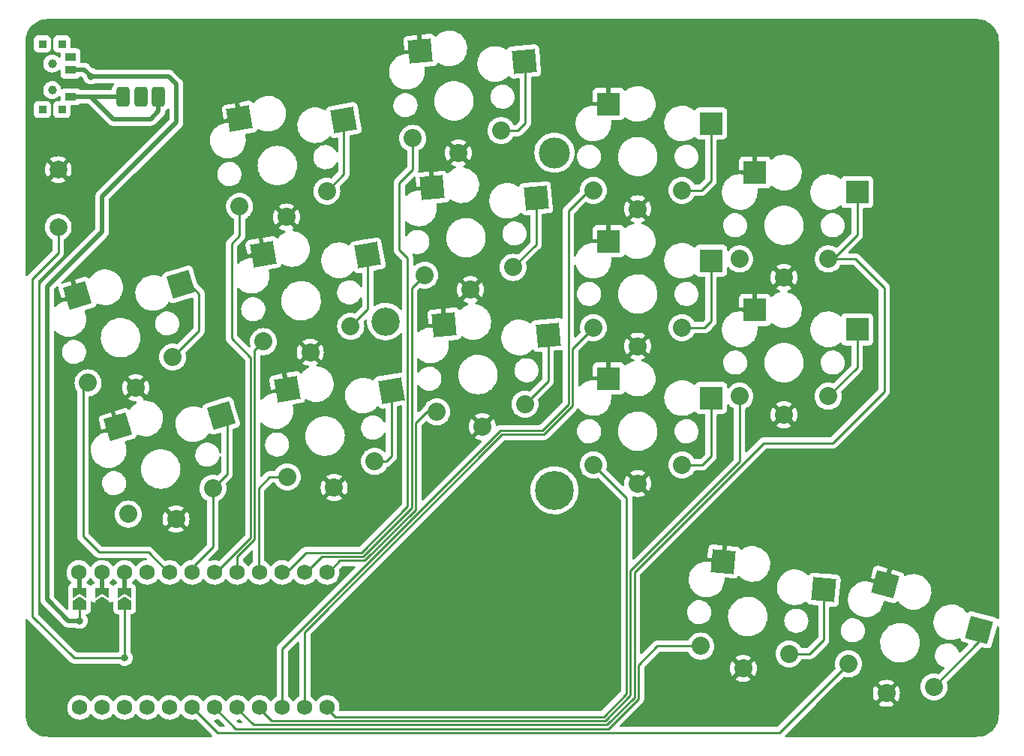
<source format=gbr>
%TF.GenerationSoftware,KiCad,Pcbnew,(6.0.4-0)*%
%TF.CreationDate,2022-06-15T11:08:26+02:00*%
%TF.ProjectId,battoota_min,62617474-6f6f-4746-915f-6d696e2e6b69,v1.0.0*%
%TF.SameCoordinates,Original*%
%TF.FileFunction,Copper,L2,Bot*%
%TF.FilePolarity,Positive*%
%FSLAX46Y46*%
G04 Gerber Fmt 4.6, Leading zero omitted, Abs format (unit mm)*
G04 Created by KiCad (PCBNEW (6.0.4-0)) date 2022-06-15 11:08:26*
%MOMM*%
%LPD*%
G01*
G04 APERTURE LIST*
G04 Aperture macros list*
%AMRoundRect*
0 Rectangle with rounded corners*
0 $1 Rounding radius*
0 $2 $3 $4 $5 $6 $7 $8 $9 X,Y pos of 4 corners*
0 Add a 4 corners polygon primitive as box body*
4,1,4,$2,$3,$4,$5,$6,$7,$8,$9,$2,$3,0*
0 Add four circle primitives for the rounded corners*
1,1,$1+$1,$2,$3*
1,1,$1+$1,$4,$5*
1,1,$1+$1,$6,$7*
1,1,$1+$1,$8,$9*
0 Add four rect primitives between the rounded corners*
20,1,$1+$1,$2,$3,$4,$5,0*
20,1,$1+$1,$4,$5,$6,$7,0*
20,1,$1+$1,$6,$7,$8,$9,0*
20,1,$1+$1,$8,$9,$2,$3,0*%
%AMRotRect*
0 Rectangle, with rotation*
0 The origin of the aperture is its center*
0 $1 length*
0 $2 width*
0 $3 Rotation angle, in degrees counterclockwise*
0 Add horizontal line*
21,1,$1,$2,0,0,$3*%
%AMFreePoly0*
4,1,6,0.500000,-0.750000,-0.650000,-0.750000,-0.150000,0.000000,-0.650000,0.750000,0.500000,0.750000,0.500000,-0.750000,0.500000,-0.750000,$1*%
%AMFreePoly1*
4,1,6,1.000000,0.000000,0.500000,-0.750000,-0.500000,-0.750000,-0.500000,0.750000,0.500000,0.750000,1.000000,0.000000,1.000000,0.000000,$1*%
G04 Aperture macros list end*
%TA.AperFunction,ComponentPad*%
%ADD10RoundRect,0.375000X-0.375000X-0.750000X0.375000X-0.750000X0.375000X0.750000X-0.375000X0.750000X0*%
%TD*%
%TA.AperFunction,SMDPad,CuDef*%
%ADD11R,0.900000X0.900000*%
%TD*%
%TA.AperFunction,WasherPad*%
%ADD12C,1.000000*%
%TD*%
%TA.AperFunction,SMDPad,CuDef*%
%ADD13R,1.250000X0.900000*%
%TD*%
%TA.AperFunction,ComponentPad*%
%ADD14C,2.000000*%
%TD*%
%TA.AperFunction,ComponentPad*%
%ADD15C,3.500000*%
%TD*%
%TA.AperFunction,ComponentPad*%
%ADD16C,4.400000*%
%TD*%
%TA.AperFunction,ComponentPad*%
%ADD17C,3.200000*%
%TD*%
%TA.AperFunction,ComponentPad*%
%ADD18C,2.032000*%
%TD*%
%TA.AperFunction,SMDPad,CuDef*%
%ADD19RotRect,2.600000X2.600000X345.000000*%
%TD*%
%TA.AperFunction,SMDPad,CuDef*%
%ADD20RotRect,2.600000X2.600000X10.000000*%
%TD*%
%TA.AperFunction,SMDPad,CuDef*%
%ADD21RotRect,2.600000X2.600000X355.000000*%
%TD*%
%TA.AperFunction,SMDPad,CuDef*%
%ADD22RotRect,2.600000X2.600000X17.000000*%
%TD*%
%TA.AperFunction,SMDPad,CuDef*%
%ADD23RotRect,2.600000X2.600000X5.000000*%
%TD*%
%TA.AperFunction,SMDPad,CuDef*%
%ADD24R,2.600000X2.600000*%
%TD*%
%TA.AperFunction,ComponentPad*%
%ADD25C,1.752600*%
%TD*%
%TA.AperFunction,SMDPad,CuDef*%
%ADD26FreePoly0,90.000000*%
%TD*%
%TA.AperFunction,SMDPad,CuDef*%
%ADD27R,0.500000X1.524000*%
%TD*%
%TA.AperFunction,SMDPad,CuDef*%
%ADD28FreePoly1,90.000000*%
%TD*%
%TA.AperFunction,ViaPad*%
%ADD29C,0.800000*%
%TD*%
%TA.AperFunction,Conductor*%
%ADD30C,0.250000*%
%TD*%
%TA.AperFunction,Conductor*%
%ADD31C,0.500000*%
%TD*%
G04 APERTURE END LIST*
D10*
%TO.P,PAD1,3*%
%TO.N,BRAW*%
X203035346Y-66324116D03*
%TO.P,PAD1,2*%
%TO.N,GND*%
X205035346Y-66324116D03*
%TO.P,PAD1,1*%
%TO.N,BRAW*%
X207035346Y-66324116D03*
%TD*%
D11*
%TO.P,T2,*%
%TO.N,*%
X193921762Y-60365501D03*
X193921762Y-67765501D03*
X196121762Y-60365501D03*
X196121762Y-67765501D03*
D12*
X195021762Y-65565501D03*
X195021762Y-62565501D03*
D13*
%TO.P,T2,1*%
%TO.N,BRAW*%
X197096762Y-66315501D03*
%TO.P,T2,2*%
%TO.N,RAW*%
X197096762Y-63315501D03*
%TO.P,T2,3*%
%TO.N,N/C*%
X197096762Y-61815501D03*
%TD*%
D14*
%TO.P,B1,1*%
%TO.N,GND*%
X195707000Y-74549000D03*
%TO.P,B1,2*%
%TO.N,RST*%
X195707000Y-81049000D03*
%TD*%
D15*
%TO.P,,1*%
%TO.N,N/C*%
X251714000Y-72644000D03*
D16*
X251714000Y-110744000D03*
D17*
X232664000Y-91694000D03*
%TD*%
D18*
%TO.P,S15,1*%
%TO.N,P3*%
X284891780Y-130345593D03*
D19*
%TO.N,GND*%
X289081487Y-121374279D03*
D18*
%TO.N,P3*%
X294551039Y-132933783D03*
D19*
%TO.P,S15,2*%
X299668529Y-126488677D03*
D18*
%TO.N,GND*%
X289177890Y-133668132D03*
%TD*%
%TO.P,S3,1*%
%TO.N,P15*%
X231404774Y-107494159D03*
D20*
%TO.N,GND*%
X221562419Y-99329222D03*
D18*
%TO.N,P15*%
X221556696Y-109230640D03*
D20*
%TO.P,S3,2*%
X233318976Y-99490163D03*
D18*
%TO.N,GND*%
X226845396Y-110430496D03*
%TD*%
%TO.P,S14,1*%
%TO.N,P4*%
X278180757Y-129211383D03*
D21*
%TO.N,GND*%
X270787013Y-118777270D03*
D18*
%TO.N,P4*%
X268218810Y-128339825D03*
%TO.P,S14,2*%
%TO.N,GND*%
X273016756Y-130867613D03*
D21*
%TO.N,P4*%
X282101320Y-121975549D03*
%TD*%
D22*
%TO.P,S1,1*%
%TO.N,GND*%
X202404681Y-103607376D03*
D18*
%TO.N,P20*%
X203605681Y-113435689D03*
X213168728Y-110511972D03*
%TO.P,S1,2*%
%TO.N,GND*%
X209001185Y-113982070D03*
D22*
%TO.N,P20*%
X214093220Y-102334354D03*
%TD*%
D18*
%TO.P,S6,1*%
%TO.N,P10*%
X248386226Y-101023823D03*
X238424279Y-101895381D03*
D23*
%TO.N,GND*%
X239292946Y-92032139D03*
%TO.P,S6,2*%
%TO.N,P10*%
X250990738Y-93217119D03*
D18*
%TO.N,GND*%
X243588280Y-103551611D03*
%TD*%
%TO.P,S5,1*%
%TO.N,P19*%
X226021681Y-76965119D03*
X216173603Y-78701600D03*
D20*
%TO.N,GND*%
X216179326Y-68800182D03*
%TO.P,S5,2*%
%TO.N,P19*%
X227935883Y-68961123D03*
D18*
%TO.N,GND*%
X221462303Y-79901456D03*
%TD*%
D24*
%TO.P,S13,1*%
%TO.N,GND*%
X274336999Y-74882000D03*
D18*
%TO.N,P5*%
X282612000Y-84632000D03*
X272612000Y-84632000D03*
D24*
%TO.P,S13,2*%
X285887000Y-77082001D03*
D18*
%TO.N,GND*%
X277612000Y-86732000D03*
%TD*%
%TO.P,S11,1*%
%TO.N,P7*%
X256112000Y-76882000D03*
D24*
%TO.N,GND*%
X257836999Y-67132000D03*
D18*
%TO.N,P7*%
X266112000Y-76882000D03*
%TO.P,S11,2*%
%TO.N,GND*%
X261112000Y-78982000D03*
D24*
%TO.N,P7*%
X269387000Y-69332001D03*
%TD*%
D18*
%TO.P,S12,1*%
%TO.N,P6*%
X282612000Y-100132000D03*
X272612000Y-100132000D03*
D24*
%TO.N,GND*%
X274336999Y-90382000D03*
D18*
%TO.P,S12,2*%
X277612000Y-102232000D03*
D24*
%TO.N,P6*%
X285887000Y-92582001D03*
%TD*%
D18*
%TO.P,S8,1*%
%TO.N,P14*%
X245684397Y-70141787D03*
X235722450Y-71013345D03*
D23*
%TO.N,GND*%
X236591117Y-61150103D03*
%TO.P,S8,2*%
%TO.N,P14*%
X248288909Y-62335083D03*
D18*
%TO.N,GND*%
X240886451Y-72669575D03*
%TD*%
D24*
%TO.P,S9,1*%
%TO.N,GND*%
X257836999Y-98132000D03*
D18*
%TO.N,P9*%
X266112000Y-107882000D03*
X256112000Y-107882000D03*
D24*
%TO.P,S9,2*%
X269387000Y-100332001D03*
D18*
%TO.N,GND*%
X261112000Y-109982000D03*
%TD*%
D24*
%TO.P,S10,1*%
%TO.N,GND*%
X257836999Y-82632000D03*
D18*
%TO.N,P8*%
X266112000Y-92382000D03*
X256112000Y-92382000D03*
D24*
%TO.P,S10,2*%
X269387000Y-84832001D03*
D18*
%TO.N,GND*%
X261112000Y-94482000D03*
%TD*%
D22*
%TO.P,S2,1*%
%TO.N,GND*%
X197872920Y-88784652D03*
D18*
%TO.N,P21*%
X208636967Y-95689248D03*
X199073920Y-98612965D03*
%TO.P,S2,2*%
%TO.N,GND*%
X204469424Y-99159346D03*
D22*
%TO.N,P21*%
X209561459Y-87511630D03*
%TD*%
D18*
%TO.P,S4,1*%
%TO.N,P18*%
X228713227Y-92229639D03*
D20*
%TO.N,GND*%
X218870872Y-84064702D03*
D18*
%TO.N,P18*%
X218865149Y-93966120D03*
%TO.P,S4,2*%
%TO.N,GND*%
X224153849Y-95165976D03*
D20*
%TO.N,P18*%
X230627429Y-84225643D03*
%TD*%
D18*
%TO.P,S7,1*%
%TO.N,P16*%
X247035312Y-85582805D03*
X237073365Y-86454363D03*
D23*
%TO.N,GND*%
X237942032Y-76591121D03*
%TO.P,S7,2*%
%TO.N,P16*%
X249639824Y-77776101D03*
D18*
%TO.N,GND*%
X242237366Y-88110593D03*
%TD*%
D25*
%TO.P,MCU1,*%
%TO.N,*%
X203200000Y-120015000D03*
X198036254Y-120015000D03*
X200660000Y-120015000D03*
X203200000Y-135255000D03*
X200660000Y-135255000D03*
D26*
X200660000Y-122271477D03*
D27*
X200660000Y-121346477D03*
D26*
X203200000Y-122271477D03*
D27*
X203200000Y-121346477D03*
D26*
X198120000Y-122271477D03*
D27*
X198120000Y-121346477D03*
D25*
X198120000Y-135255000D03*
D28*
%TO.P,MCU1,1*%
%TO.N,RAW*%
X198120000Y-123721477D03*
%TO.P,MCU1,2*%
%TO.N,GND*%
X200660000Y-123721477D03*
%TO.P,MCU1,3*%
%TO.N,RST*%
X203200000Y-123721477D03*
D25*
%TO.P,MCU1,4*%
%TO.N,N/C*%
X205740000Y-120015000D03*
%TO.P,MCU1,5*%
%TO.N,P21*%
X208280000Y-120015000D03*
%TO.P,MCU1,6*%
%TO.N,P20*%
X210820000Y-120015000D03*
%TO.P,MCU1,7*%
%TO.N,P19*%
X213360000Y-120015000D03*
%TO.P,MCU1,8*%
%TO.N,P18*%
X215900000Y-120015000D03*
%TO.P,MCU1,9*%
%TO.N,P15*%
X218440000Y-120015000D03*
%TO.P,MCU1,10*%
%TO.N,P14*%
X220980000Y-120015000D03*
%TO.P,MCU1,11*%
%TO.N,P16*%
X223520000Y-120015000D03*
%TO.P,MCU1,12*%
%TO.N,P10*%
X226060000Y-120015000D03*
%TO.P,MCU1,16*%
%TO.N,N/C*%
X205740000Y-135255000D03*
%TO.P,MCU1,17*%
%TO.N,P2*%
X208280000Y-135255000D03*
%TO.P,MCU1,18*%
%TO.N,P3*%
X210820000Y-135255000D03*
%TO.P,MCU1,19*%
%TO.N,P4*%
X213360000Y-135255000D03*
%TO.P,MCU1,20*%
%TO.N,P5*%
X215900000Y-135255000D03*
%TO.P,MCU1,21*%
%TO.N,P6*%
X218440000Y-135255000D03*
%TO.P,MCU1,22*%
%TO.N,P7*%
X220980000Y-135255000D03*
%TO.P,MCU1,23*%
%TO.N,P8*%
X223520000Y-135255000D03*
%TO.P,MCU1,24*%
%TO.N,P9*%
X226060000Y-135255000D03*
%TD*%
D29*
%TO.N,RST*%
X203200000Y-129667000D03*
%TO.N,RAW*%
X198120000Y-125476000D03*
%TO.N,GND*%
X200660000Y-127635000D03*
%TO.N,RAW*%
X199409061Y-64013474D03*
%TD*%
D30*
%TO.N,P4*%
X213360000Y-135255000D02*
X215762960Y-137657960D01*
X215762960Y-137657960D02*
X257822194Y-137657960D01*
X257822194Y-137657960D02*
X261190560Y-134289594D01*
X261190560Y-130477440D02*
X263328175Y-128339825D01*
X261190560Y-134289594D02*
X261190560Y-130477440D01*
X263328175Y-128339825D02*
X268218810Y-128339825D01*
%TO.N,P3*%
X210820000Y-135255000D02*
X213672480Y-138107480D01*
X213672480Y-138107480D02*
X277129893Y-138107480D01*
X277129893Y-138107480D02*
X284891780Y-130345593D01*
%TO.N,P5*%
X215900000Y-135382000D02*
X217726440Y-137208440D01*
X260741040Y-120004243D02*
X275335283Y-105410000D01*
X217726440Y-137208440D02*
X257635996Y-137208440D01*
X257635996Y-137208440D02*
X260741040Y-134103394D01*
X260741040Y-134103394D02*
X260741040Y-120004243D01*
X275335283Y-105410000D02*
X283083000Y-105410000D01*
X283083000Y-105410000D02*
X288925000Y-99568000D01*
X285673000Y-84632000D02*
X282612000Y-84632000D01*
X288925000Y-99568000D02*
X288925000Y-87884000D01*
X288925000Y-87884000D02*
X285673000Y-84632000D01*
%TO.N,P6*%
X218440000Y-135382000D02*
X219816920Y-136758920D01*
X219816920Y-136758920D02*
X257449798Y-136758920D01*
X257449798Y-136758920D02*
X260291520Y-133917197D01*
X260291520Y-133917197D02*
X260291520Y-119818046D01*
X260291520Y-119818046D02*
X272612000Y-107497566D01*
X272612000Y-107497566D02*
X272612000Y-100132000D01*
D31*
%TO.N,BRAW*%
X197096762Y-66315501D02*
X199411501Y-66315501D01*
X199411501Y-66315501D02*
X201930000Y-68834000D01*
X201930000Y-68834000D02*
X206121000Y-68834000D01*
X206121000Y-68834000D02*
X207035346Y-67919654D01*
X207035346Y-67919654D02*
X207035346Y-66324116D01*
D30*
%TO.N,RST*%
X203200000Y-129667000D02*
X197485000Y-129667000D01*
X197485000Y-129667000D02*
X192786000Y-124968000D01*
X192786000Y-124968000D02*
X192786000Y-86868000D01*
X192786000Y-86868000D02*
X195707000Y-83947000D01*
X195707000Y-83947000D02*
X195707000Y-81049000D01*
D31*
%TO.N,RAW*%
X198120000Y-125476000D02*
X196850000Y-125476000D01*
X196850000Y-125476000D02*
X194437000Y-123063000D01*
X194437000Y-123063000D02*
X194437000Y-87757000D01*
X194437000Y-87757000D02*
X200660000Y-81534000D01*
X200660000Y-81534000D02*
X200660000Y-77597000D01*
X200660000Y-77597000D02*
X209042000Y-69215000D01*
X209042000Y-69215000D02*
X209042000Y-64897000D01*
X209042000Y-64897000D02*
X208153000Y-64008000D01*
X208153000Y-64008000D02*
X199414535Y-64008000D01*
X199414535Y-64008000D02*
X199409061Y-64013474D01*
%TO.N,BRAW*%
X197096762Y-66315501D02*
X203026731Y-66315501D01*
D30*
%TO.N,RST*%
X203200000Y-123721477D02*
X203200000Y-129667000D01*
%TO.N,RAW*%
X198120000Y-123721477D02*
X198120000Y-125476000D01*
%TO.N,GND*%
X200660000Y-123721477D02*
X200660000Y-127635000D01*
D31*
%TO.N,BRAW*%
X203026731Y-66315501D02*
X203035346Y-66324116D01*
%TO.N,RAW*%
X197045346Y-63264116D02*
X198659672Y-63264116D01*
X198659672Y-63264116D02*
X199357645Y-63962089D01*
D30*
%TO.N,GND*%
X224153849Y-94875952D02*
X224153849Y-95165976D01*
%TO.N,P3*%
X299668529Y-126488677D02*
X299668529Y-127816293D01*
X299668529Y-127816293D02*
X294551039Y-132933783D01*
%TO.N,P9*%
X226060000Y-135382000D02*
X226987400Y-136309400D01*
X268419000Y-107882000D02*
X266112000Y-107882000D01*
X226987400Y-136309400D02*
X257263600Y-136309400D01*
X259842000Y-111612000D02*
X256112000Y-107882000D01*
X269387000Y-100332001D02*
X269387000Y-106914000D01*
X257263600Y-136309400D02*
X259842000Y-133731000D01*
X259842000Y-133731000D02*
X259842000Y-111612000D01*
X269387000Y-106914000D02*
X268419000Y-107882000D01*
%TO.N,P8*%
X253746000Y-94748000D02*
X256112000Y-92382000D01*
X245818221Y-104450651D02*
X250514349Y-104450651D01*
X223520000Y-135382000D02*
X223520000Y-126748872D01*
X223520000Y-126748872D02*
X245818221Y-104450651D01*
X269387000Y-91674000D02*
X268679000Y-92382000D01*
X253746000Y-101219000D02*
X253746000Y-94748000D01*
X269387000Y-84832001D02*
X269387000Y-91674000D01*
X268679000Y-92382000D02*
X266112000Y-92382000D01*
X250514349Y-104450651D02*
X253746000Y-101219000D01*
%TO.N,P7*%
X253296480Y-79189520D02*
X255604000Y-76882000D01*
X220980000Y-128653154D02*
X245632023Y-104001131D01*
X269387000Y-69332001D02*
X269387000Y-75799000D01*
X253296480Y-101032802D02*
X253296480Y-79189520D01*
X245632023Y-104001131D02*
X250328151Y-104001131D01*
X268304000Y-76882000D02*
X266112000Y-76882000D01*
X220980000Y-135382000D02*
X220980000Y-128653154D01*
X250328151Y-104001131D02*
X253296480Y-101032802D01*
X255604000Y-76882000D02*
X256112000Y-76882000D01*
X269387000Y-75799000D02*
X268304000Y-76882000D01*
%TO.N,P6*%
X285887000Y-92582001D02*
X285887000Y-96857000D01*
X285887000Y-96857000D02*
X282612000Y-100132000D01*
%TO.N,P5*%
X285887000Y-81938000D02*
X283193000Y-84632000D01*
X285887000Y-77082001D02*
X285887000Y-81938000D01*
X283193000Y-84632000D02*
X282612000Y-84632000D01*
%TO.N,P4*%
X282101320Y-127600680D02*
X280490617Y-129211383D01*
X282101320Y-121975549D02*
X282101320Y-127600680D01*
X280490617Y-129211383D02*
X278180757Y-129211383D01*
%TO.N,P10*%
X226060000Y-120142000D02*
X227515480Y-118686520D01*
X230310916Y-118686520D02*
X236048529Y-112948905D01*
X237321619Y-101895381D02*
X238424279Y-101895381D01*
X250990738Y-93217119D02*
X250990738Y-98419311D01*
X236048529Y-112948905D02*
X236048529Y-103168471D01*
X227515480Y-118686520D02*
X230310916Y-118686520D01*
X236048529Y-103168471D02*
X237321619Y-101895381D01*
X250990738Y-98419311D02*
X248386226Y-101023823D01*
%TO.N,P16*%
X235599009Y-87928719D02*
X237073365Y-86454363D01*
X249639824Y-82978293D02*
X247035312Y-85582805D01*
X235599009Y-112762708D02*
X235599009Y-87928719D01*
X249639824Y-77776101D02*
X249639824Y-82978293D01*
X225425000Y-118237000D02*
X230124718Y-118237000D01*
X223520000Y-120142000D02*
X225425000Y-118237000D01*
X230124718Y-118237000D02*
X235599009Y-112762708D01*
%TO.N,P14*%
X248412000Y-69309954D02*
X247580167Y-70141787D01*
X223642940Y-117787480D02*
X229938520Y-117787480D01*
X234188000Y-76073000D02*
X235722450Y-74538550D01*
X235149489Y-112576511D02*
X235149489Y-84527489D01*
X234188000Y-83566000D02*
X234188000Y-76073000D01*
X220980000Y-120142000D02*
X221288420Y-120142000D01*
X248288909Y-62335083D02*
X248288909Y-62360909D01*
X235722450Y-74538550D02*
X235722450Y-71013345D01*
X248288909Y-62360909D02*
X248412000Y-62484000D01*
X247580167Y-70141787D02*
X245684397Y-70141787D01*
X248412000Y-62484000D02*
X248412000Y-69309954D01*
X229938520Y-117787480D02*
X235149489Y-112576511D01*
X235149489Y-84527489D02*
X234188000Y-83566000D01*
X221288420Y-120142000D02*
X223642940Y-117787480D01*
%TO.N,P15*%
X218313000Y-120015000D02*
X218313000Y-110490000D01*
X219572360Y-109230640D02*
X221556696Y-109230640D01*
X233318976Y-99490163D02*
X233318976Y-106914024D01*
X218313000Y-110490000D02*
X219572360Y-109230640D01*
X233318976Y-106914024D02*
X232738841Y-107494159D01*
X232738841Y-107494159D02*
X231404774Y-107494159D01*
%TO.N,P18*%
X217863480Y-94967789D02*
X218865149Y-93966120D01*
X230627429Y-90315437D02*
X228713227Y-92229639D01*
X215900000Y-120142000D02*
X215900000Y-118237718D01*
X217863480Y-116274238D02*
X217863480Y-94967789D01*
X230627429Y-84225643D02*
X230627429Y-90315437D01*
X215900000Y-118237718D02*
X217863480Y-116274238D01*
%TO.N,P19*%
X215265000Y-82931000D02*
X216173603Y-82022397D01*
X217413960Y-95747960D02*
X215265000Y-93599000D01*
X213360000Y-120142000D02*
X217413960Y-116088040D01*
X215265000Y-93599000D02*
X215265000Y-82931000D01*
X216173603Y-82022397D02*
X216173603Y-78701600D01*
X217413960Y-116088040D02*
X217413960Y-95747960D01*
X227935883Y-75050917D02*
X226021681Y-76965119D01*
X227935883Y-68961123D02*
X227935883Y-75050917D01*
%TO.N,P20*%
X211074000Y-119634000D02*
X211074000Y-119253000D01*
X213168728Y-110511972D02*
X214757000Y-108923700D01*
X214757000Y-108923700D02*
X214757000Y-102670574D01*
X211074000Y-119253000D02*
X213168728Y-117158272D01*
X213168728Y-117158272D02*
X213168728Y-110511972D01*
%TO.N,P21*%
X210561459Y-87511630D02*
X211602561Y-88552732D01*
X208280000Y-120142000D02*
X205867000Y-117729000D01*
X205867000Y-117729000D02*
X200279000Y-117729000D01*
X198501000Y-99185885D02*
X199073920Y-98612965D01*
X211602561Y-88552732D02*
X211602561Y-92723654D01*
X200279000Y-117729000D02*
X198501000Y-115951000D01*
X211602561Y-92723654D02*
X208636967Y-95689248D01*
X198501000Y-115951000D02*
X198501000Y-99185885D01*
%TD*%
%TA.AperFunction,Conductor*%
%TO.N,GND*%
G36*
X299349677Y-57551872D02*
G01*
X299364511Y-57554182D01*
X299364514Y-57554182D01*
X299373384Y-57555563D01*
X299390584Y-57553314D01*
X299414519Y-57552480D01*
X299672377Y-57568073D01*
X299687480Y-57569907D01*
X299968426Y-57621388D01*
X299983200Y-57625029D01*
X300255898Y-57710001D01*
X300270124Y-57715396D01*
X300530590Y-57832617D01*
X300544061Y-57839687D01*
X300666281Y-57913570D01*
X300788499Y-57987451D01*
X300801021Y-57996094D01*
X301025863Y-58172241D01*
X301037252Y-58182330D01*
X301239226Y-58384299D01*
X301249316Y-58395688D01*
X301425468Y-58620524D01*
X301434112Y-58633046D01*
X301581883Y-58877484D01*
X301588954Y-58890955D01*
X301676358Y-59085152D01*
X301706183Y-59151419D01*
X301711578Y-59165646D01*
X301796554Y-59438333D01*
X301800196Y-59453107D01*
X301851685Y-59734059D01*
X301853519Y-59749163D01*
X301868660Y-59999428D01*
X301867390Y-60026421D01*
X301867342Y-60026726D01*
X301867342Y-60026733D01*
X301865961Y-60035601D01*
X301867125Y-60044502D01*
X301867125Y-60044506D01*
X301870088Y-60067160D01*
X301871152Y-60083498D01*
X301871152Y-125158952D01*
X301851150Y-125227073D01*
X301797494Y-125273566D01*
X301727220Y-125283670D01*
X301662640Y-125254176D01*
X301646066Y-125236784D01*
X301636724Y-125224891D01*
X301615624Y-125198029D01*
X301497116Y-125113342D01*
X301438801Y-125090723D01*
X301435518Y-125089843D01*
X301435514Y-125089842D01*
X299066950Y-124455187D01*
X298834406Y-124392877D01*
X298772594Y-124383308D01*
X298627619Y-124397396D01*
X298619287Y-124400737D01*
X298515220Y-124442467D01*
X298492426Y-124451607D01*
X298377881Y-124541582D01*
X298373611Y-124547557D01*
X298312799Y-124582574D01*
X298241887Y-124579115D01*
X298184102Y-124537867D01*
X298178774Y-124530550D01*
X298147418Y-124484063D01*
X298091707Y-124401468D01*
X298083504Y-124392357D01*
X297937549Y-124230258D01*
X297903751Y-124192722D01*
X297894264Y-124184761D01*
X297778692Y-124087785D01*
X297688572Y-124012165D01*
X297450358Y-123863313D01*
X297233717Y-123766858D01*
X297197761Y-123750849D01*
X297197759Y-123750848D01*
X297193747Y-123749062D01*
X296949804Y-123679113D01*
X296927959Y-123672849D01*
X296927958Y-123672849D01*
X296923732Y-123671637D01*
X296919382Y-123671026D01*
X296919379Y-123671025D01*
X296816432Y-123656557D01*
X296645570Y-123632544D01*
X296434976Y-123632544D01*
X296432790Y-123632697D01*
X296432786Y-123632697D01*
X296229295Y-123646926D01*
X296229290Y-123646927D01*
X296224910Y-123647233D01*
X295950152Y-123705635D01*
X295946023Y-123707138D01*
X295946019Y-123707139D01*
X295690341Y-123800198D01*
X295690337Y-123800200D01*
X295686196Y-123801707D01*
X295438180Y-123933580D01*
X295434621Y-123936166D01*
X295434619Y-123936167D01*
X295270228Y-124055604D01*
X295210930Y-124098686D01*
X295207766Y-124101742D01*
X295207763Y-124101744D01*
X295151770Y-124155816D01*
X295008870Y-124293813D01*
X294885588Y-124451607D01*
X294849410Y-124497914D01*
X294835934Y-124515162D01*
X294833738Y-124518966D01*
X294833733Y-124518973D01*
X294738507Y-124683910D01*
X294695486Y-124758425D01*
X294590260Y-125018868D01*
X294589195Y-125023141D01*
X294589194Y-125023143D01*
X294525204Y-125279794D01*
X294522305Y-125291420D01*
X294521846Y-125295788D01*
X294521845Y-125295793D01*
X294493637Y-125564186D01*
X294492944Y-125570777D01*
X294493097Y-125575165D01*
X294493097Y-125575171D01*
X294502390Y-125841271D01*
X294502747Y-125851502D01*
X294503509Y-125855825D01*
X294503510Y-125855832D01*
X294522744Y-125964911D01*
X294551524Y-126128131D01*
X294638325Y-126395279D01*
X294640253Y-126399232D01*
X294640255Y-126399237D01*
X294647216Y-126413509D01*
X294761462Y-126647746D01*
X294763917Y-126651385D01*
X294763920Y-126651391D01*
X294808276Y-126717151D01*
X294918537Y-126880620D01*
X294921482Y-126883891D01*
X294921483Y-126883892D01*
X294985547Y-126955042D01*
X295106493Y-127089366D01*
X295321672Y-127269923D01*
X295559886Y-127418775D01*
X295693608Y-127478312D01*
X295795679Y-127523757D01*
X295816497Y-127533026D01*
X296086512Y-127610451D01*
X296090862Y-127611062D01*
X296090865Y-127611063D01*
X296193812Y-127625531D01*
X296364674Y-127649544D01*
X296575268Y-127649544D01*
X296577454Y-127649391D01*
X296577458Y-127649391D01*
X296780949Y-127635162D01*
X296780954Y-127635161D01*
X296785334Y-127634855D01*
X297060092Y-127576453D01*
X297064221Y-127574950D01*
X297064225Y-127574949D01*
X297319903Y-127481890D01*
X297319907Y-127481888D01*
X297324048Y-127480381D01*
X297395571Y-127442352D01*
X297465107Y-127428032D01*
X297531348Y-127453580D01*
X297573260Y-127510884D01*
X297576464Y-127521523D01*
X297577248Y-127529587D01*
X297609063Y-127608927D01*
X297625350Y-127649544D01*
X297631459Y-127664780D01*
X297721434Y-127779325D01*
X297728736Y-127784543D01*
X297728737Y-127784544D01*
X297746747Y-127797414D01*
X297839942Y-127864012D01*
X297898257Y-127886631D01*
X297901545Y-127887512D01*
X298321573Y-128000059D01*
X298382196Y-128037011D01*
X298413217Y-128100872D01*
X298404789Y-128171366D01*
X298378059Y-128210858D01*
X297534011Y-129054906D01*
X297471701Y-129088930D01*
X297400885Y-129083865D01*
X297344050Y-129041318D01*
X297324825Y-129003192D01*
X297324286Y-129000625D01*
X297239547Y-128786053D01*
X297146731Y-128633097D01*
X297122636Y-128593389D01*
X297122635Y-128593388D01*
X297119867Y-128588826D01*
X297064085Y-128524543D01*
X296972167Y-128418616D01*
X296972165Y-128418614D01*
X296968667Y-128414583D01*
X296883506Y-128344755D01*
X296794399Y-128271691D01*
X296794393Y-128271687D01*
X296790271Y-128268307D01*
X296589779Y-128154181D01*
X296584763Y-128152360D01*
X296584758Y-128152358D01*
X296377939Y-128077286D01*
X296377935Y-128077285D01*
X296372924Y-128075466D01*
X296367675Y-128074517D01*
X296367672Y-128074516D01*
X296149991Y-128035153D01*
X296149984Y-128035152D01*
X296145907Y-128034415D01*
X296128170Y-128033579D01*
X296123222Y-128033345D01*
X296123215Y-128033345D01*
X296121734Y-128033275D01*
X295959589Y-128033275D01*
X295892633Y-128038956D01*
X295792952Y-128047414D01*
X295792948Y-128047415D01*
X295787641Y-128047865D01*
X295782486Y-128049203D01*
X295782480Y-128049204D01*
X295569511Y-128104480D01*
X295569507Y-128104481D01*
X295564342Y-128105822D01*
X295559476Y-128108014D01*
X295559473Y-128108015D01*
X295428684Y-128166931D01*
X295353999Y-128200574D01*
X295349579Y-128203550D01*
X295349575Y-128203552D01*
X295272174Y-128255662D01*
X295162629Y-128329413D01*
X294995702Y-128488653D01*
X294992514Y-128492938D01*
X294917288Y-128594046D01*
X294857993Y-128673741D01*
X294855578Y-128678491D01*
X294800891Y-128786053D01*
X294753437Y-128879387D01*
X294744708Y-128907500D01*
X294686609Y-129094605D01*
X294686608Y-129094611D01*
X294685025Y-129099708D01*
X294680245Y-129135774D01*
X294658250Y-129301729D01*
X294654714Y-129328407D01*
X294663368Y-129558943D01*
X294710742Y-129784725D01*
X294712700Y-129789684D01*
X294712701Y-129789686D01*
X294733932Y-129843445D01*
X294795481Y-129999297D01*
X294915161Y-130196524D01*
X294918658Y-130200554D01*
X295048123Y-130349749D01*
X295066361Y-130370767D01*
X295070492Y-130374154D01*
X295240629Y-130513659D01*
X295240635Y-130513663D01*
X295244757Y-130517043D01*
X295445249Y-130631169D01*
X295451407Y-130633404D01*
X295635172Y-130700108D01*
X295692380Y-130742153D01*
X295717775Y-130808452D01*
X295703295Y-130877957D01*
X295681275Y-130907643D01*
X295142724Y-131446193D01*
X295080412Y-131480218D01*
X295024072Y-131477417D01*
X295023592Y-131479414D01*
X294795074Y-131424551D01*
X294795068Y-131424550D01*
X294790261Y-131423396D01*
X294551039Y-131404569D01*
X294311817Y-131423396D01*
X294307010Y-131424550D01*
X294307004Y-131424551D01*
X294160076Y-131459826D01*
X294078486Y-131479414D01*
X294073915Y-131481307D01*
X294073913Y-131481308D01*
X293861362Y-131569349D01*
X293861360Y-131569350D01*
X293856790Y-131571243D01*
X293652190Y-131696623D01*
X293648423Y-131699840D01*
X293648422Y-131699841D01*
X293593101Y-131747089D01*
X293469721Y-131852465D01*
X293313879Y-132034934D01*
X293188499Y-132239534D01*
X293186606Y-132244104D01*
X293186605Y-132244106D01*
X293107035Y-132436206D01*
X293096670Y-132461230D01*
X293095515Y-132466042D01*
X293041807Y-132689748D01*
X293041806Y-132689754D01*
X293040652Y-132694561D01*
X293021825Y-132933783D01*
X293040652Y-133173005D01*
X293041806Y-133177812D01*
X293041807Y-133177818D01*
X293072035Y-133303724D01*
X293096670Y-133406336D01*
X293098563Y-133410907D01*
X293098564Y-133410909D01*
X293104060Y-133424176D01*
X293188499Y-133628032D01*
X293313879Y-133832632D01*
X293469721Y-134015101D01*
X293652190Y-134170943D01*
X293856790Y-134296323D01*
X293861360Y-134298216D01*
X293861362Y-134298217D01*
X294073913Y-134386258D01*
X294078486Y-134388152D01*
X294141811Y-134403355D01*
X294307004Y-134443015D01*
X294307010Y-134443016D01*
X294311817Y-134444170D01*
X294551039Y-134462997D01*
X294790261Y-134444170D01*
X294795068Y-134443016D01*
X294795074Y-134443015D01*
X294960267Y-134403355D01*
X295023592Y-134388152D01*
X295028165Y-134386258D01*
X295240716Y-134298217D01*
X295240718Y-134298216D01*
X295245288Y-134296323D01*
X295449888Y-134170943D01*
X295632357Y-134015101D01*
X295788199Y-133832632D01*
X295913579Y-133628032D01*
X295998019Y-133424176D01*
X296003514Y-133410909D01*
X296003515Y-133410907D01*
X296005408Y-133406336D01*
X296030043Y-133303724D01*
X296060271Y-133177818D01*
X296060272Y-133177812D01*
X296061426Y-133173005D01*
X296080253Y-132933783D01*
X296061426Y-132694561D01*
X296060272Y-132689754D01*
X296060271Y-132689748D01*
X296005408Y-132461230D01*
X296007631Y-132460696D01*
X296005852Y-132399205D01*
X296038629Y-132342097D01*
X299894090Y-128486637D01*
X299956402Y-128452611D01*
X300015796Y-128454025D01*
X300340311Y-128540978D01*
X300502652Y-128584477D01*
X300564464Y-128594046D01*
X300709439Y-128579958D01*
X300717771Y-128576617D01*
X300836303Y-128529087D01*
X300836304Y-128529086D01*
X300844632Y-128525747D01*
X300959177Y-128435772D01*
X301043864Y-128317264D01*
X301066483Y-128258949D01*
X301074085Y-128230580D01*
X301623445Y-126180340D01*
X301660397Y-126119717D01*
X301724257Y-126088696D01*
X301794752Y-126097124D01*
X301849499Y-126142327D01*
X301871152Y-126212951D01*
X301871152Y-136046532D01*
X301869652Y-136065917D01*
X301867342Y-136080750D01*
X301867342Y-136080754D01*
X301865961Y-136089623D01*
X301867605Y-136102192D01*
X301868210Y-136106818D01*
X301869043Y-136130762D01*
X301853446Y-136388607D01*
X301851612Y-136403711D01*
X301842976Y-136450838D01*
X301803222Y-136667771D01*
X301800129Y-136684648D01*
X301796489Y-136699416D01*
X301747155Y-136857734D01*
X301711511Y-136972118D01*
X301706115Y-136986344D01*
X301588895Y-137246794D01*
X301581829Y-137260259D01*
X301454368Y-137471101D01*
X301434060Y-137504694D01*
X301425417Y-137517215D01*
X301249267Y-137742053D01*
X301239177Y-137753442D01*
X301037213Y-137955402D01*
X301025824Y-137965492D01*
X300800981Y-138141642D01*
X300788458Y-138150285D01*
X300544037Y-138298039D01*
X300530565Y-138305110D01*
X300270100Y-138422332D01*
X300255873Y-138427727D01*
X299983186Y-138512696D01*
X299968414Y-138516337D01*
X299687470Y-138567818D01*
X299672372Y-138569651D01*
X299421536Y-138584820D01*
X299395623Y-138583600D01*
X299394811Y-138583590D01*
X299385936Y-138582208D01*
X299377033Y-138583372D01*
X299354364Y-138586336D01*
X299338029Y-138587399D01*
X277850068Y-138587399D01*
X277781947Y-138567397D01*
X277735454Y-138513741D01*
X277725350Y-138443467D01*
X277754844Y-138378887D01*
X277760973Y-138372304D01*
X281010099Y-135123179D01*
X281220840Y-134912438D01*
X288298414Y-134912438D01*
X288304141Y-134920088D01*
X288479649Y-135027639D01*
X288488443Y-135032120D01*
X288700919Y-135120130D01*
X288710304Y-135123179D01*
X288933934Y-135176869D01*
X288943681Y-135178412D01*
X289172960Y-135196457D01*
X289182820Y-135196457D01*
X289412099Y-135178412D01*
X289421846Y-135176869D01*
X289645476Y-135123179D01*
X289654861Y-135120130D01*
X289867337Y-135032120D01*
X289876131Y-135027639D01*
X290047973Y-134922335D01*
X290057433Y-134911879D01*
X290053649Y-134903101D01*
X289190702Y-134040154D01*
X289176758Y-134032540D01*
X289174925Y-134032671D01*
X289168310Y-134036922D01*
X288305174Y-134900058D01*
X288298414Y-134912438D01*
X281220840Y-134912438D01*
X282460216Y-133673062D01*
X287649565Y-133673062D01*
X287667610Y-133902341D01*
X287669153Y-133912088D01*
X287722843Y-134135718D01*
X287725892Y-134145103D01*
X287813902Y-134357579D01*
X287818383Y-134366373D01*
X287923687Y-134538215D01*
X287934143Y-134547675D01*
X287942921Y-134543891D01*
X288805868Y-133680944D01*
X288812246Y-133669264D01*
X289542298Y-133669264D01*
X289542429Y-133671097D01*
X289546680Y-133677712D01*
X290409816Y-134540848D01*
X290422196Y-134547608D01*
X290429846Y-134541881D01*
X290537397Y-134366373D01*
X290541878Y-134357579D01*
X290629888Y-134145103D01*
X290632937Y-134135718D01*
X290686627Y-133912088D01*
X290688170Y-133902341D01*
X290706215Y-133673062D01*
X290706215Y-133663202D01*
X290688170Y-133433923D01*
X290686627Y-133424176D01*
X290632937Y-133200546D01*
X290629888Y-133191161D01*
X290541878Y-132978685D01*
X290537397Y-132969891D01*
X290432093Y-132798049D01*
X290421637Y-132788589D01*
X290412859Y-132792373D01*
X289549912Y-133655320D01*
X289542298Y-133669264D01*
X288812246Y-133669264D01*
X288813482Y-133667000D01*
X288813351Y-133665167D01*
X288809100Y-133658552D01*
X287945964Y-132795416D01*
X287933584Y-132788656D01*
X287925934Y-132794383D01*
X287818383Y-132969891D01*
X287813902Y-132978685D01*
X287725892Y-133191161D01*
X287722843Y-133200546D01*
X287669153Y-133424176D01*
X287667610Y-133433923D01*
X287649565Y-133663202D01*
X287649565Y-133673062D01*
X282460216Y-133673062D01*
X283708893Y-132424385D01*
X288298347Y-132424385D01*
X288302131Y-132433163D01*
X289165078Y-133296110D01*
X289179022Y-133303724D01*
X289180855Y-133303593D01*
X289187470Y-133299342D01*
X290050606Y-132436206D01*
X290057366Y-132423826D01*
X290051639Y-132416176D01*
X289876131Y-132308625D01*
X289867337Y-132304144D01*
X289654861Y-132216134D01*
X289645476Y-132213085D01*
X289421846Y-132159395D01*
X289412099Y-132157852D01*
X289182820Y-132139807D01*
X289172960Y-132139807D01*
X288943681Y-132157852D01*
X288933934Y-132159395D01*
X288710304Y-132213085D01*
X288700919Y-132216134D01*
X288488443Y-132304144D01*
X288479649Y-132308625D01*
X288307807Y-132413929D01*
X288298347Y-132424385D01*
X283708893Y-132424385D01*
X284300095Y-131833183D01*
X284362407Y-131799157D01*
X284418738Y-131801998D01*
X284419227Y-131799962D01*
X284647745Y-131854825D01*
X284647751Y-131854826D01*
X284652558Y-131855980D01*
X284891780Y-131874807D01*
X285131002Y-131855980D01*
X285135809Y-131854826D01*
X285135815Y-131854825D01*
X285282743Y-131819550D01*
X285364333Y-131799962D01*
X285368906Y-131798068D01*
X285581457Y-131710027D01*
X285581459Y-131710026D01*
X285586029Y-131708133D01*
X285790629Y-131582753D01*
X285801076Y-131573831D01*
X285969336Y-131430124D01*
X285973098Y-131426911D01*
X286128940Y-131244442D01*
X286254320Y-131039842D01*
X286309079Y-130907643D01*
X286344255Y-130822719D01*
X286344256Y-130822717D01*
X286346149Y-130818146D01*
X286369564Y-130720615D01*
X286401012Y-130589628D01*
X286401013Y-130589622D01*
X286402167Y-130584815D01*
X286420994Y-130345593D01*
X286402167Y-130106371D01*
X286346149Y-129873040D01*
X286336757Y-129850365D01*
X286256214Y-129655916D01*
X286256213Y-129655914D01*
X286254320Y-129651344D01*
X286128940Y-129446744D01*
X286099750Y-129412566D01*
X285976311Y-129268037D01*
X285973098Y-129264275D01*
X285823605Y-129136597D01*
X285794397Y-129111651D01*
X285794396Y-129111650D01*
X285790629Y-129108433D01*
X285586029Y-128983053D01*
X285581459Y-128981160D01*
X285581457Y-128981159D01*
X285368906Y-128893118D01*
X285368904Y-128893117D01*
X285364333Y-128891224D01*
X285281964Y-128871449D01*
X285135815Y-128836361D01*
X285135809Y-128836360D01*
X285131002Y-128835206D01*
X284891780Y-128816379D01*
X284652558Y-128835206D01*
X284647751Y-128836360D01*
X284647745Y-128836361D01*
X284501596Y-128871449D01*
X284419227Y-128891224D01*
X284414656Y-128893117D01*
X284414654Y-128893118D01*
X284202103Y-128981159D01*
X284202101Y-128981160D01*
X284197531Y-128983053D01*
X283992931Y-129108433D01*
X283989164Y-129111650D01*
X283989163Y-129111651D01*
X283959955Y-129136597D01*
X283810462Y-129264275D01*
X283807249Y-129268037D01*
X283683811Y-129412566D01*
X283654620Y-129446744D01*
X283529240Y-129651344D01*
X283527347Y-129655914D01*
X283527346Y-129655916D01*
X283446803Y-129850365D01*
X283437411Y-129873040D01*
X283381393Y-130106371D01*
X283362566Y-130345593D01*
X283381393Y-130584815D01*
X283382547Y-130589622D01*
X283382548Y-130589628D01*
X283437411Y-130818146D01*
X283435188Y-130818680D01*
X283436967Y-130880171D01*
X283404190Y-130937279D01*
X276904393Y-137437075D01*
X276842081Y-137471101D01*
X276815298Y-137473980D01*
X259206268Y-137473980D01*
X259138147Y-137453978D01*
X259091654Y-137400322D01*
X259081550Y-137330048D01*
X259111044Y-137265468D01*
X259117173Y-137258885D01*
X260250639Y-136125420D01*
X261582813Y-134793246D01*
X261591099Y-134785706D01*
X261597578Y-134781594D01*
X261644204Y-134731942D01*
X261646958Y-134729101D01*
X261666695Y-134709364D01*
X261669175Y-134706167D01*
X261676880Y-134697145D01*
X261701719Y-134670694D01*
X261707146Y-134664915D01*
X261710965Y-134657969D01*
X261710967Y-134657966D01*
X261716908Y-134647160D01*
X261727759Y-134630641D01*
X261735318Y-134620895D01*
X261740174Y-134614635D01*
X261743319Y-134607366D01*
X261743322Y-134607362D01*
X261757734Y-134574057D01*
X261762951Y-134563407D01*
X261784255Y-134524654D01*
X261789293Y-134505031D01*
X261795697Y-134486328D01*
X261800593Y-134475014D01*
X261800593Y-134475013D01*
X261803741Y-134467739D01*
X261804980Y-134459916D01*
X261804983Y-134459906D01*
X261810659Y-134424070D01*
X261813065Y-134412450D01*
X261822088Y-134377305D01*
X261822088Y-134377304D01*
X261824060Y-134369624D01*
X261824060Y-134349370D01*
X261825611Y-134329659D01*
X261827540Y-134317480D01*
X261828780Y-134309651D01*
X261824619Y-134265632D01*
X261824060Y-134253775D01*
X261824060Y-132111919D01*
X272137280Y-132111919D01*
X272143007Y-132119569D01*
X272318515Y-132227120D01*
X272327309Y-132231601D01*
X272539785Y-132319611D01*
X272549170Y-132322660D01*
X272772800Y-132376350D01*
X272782547Y-132377893D01*
X273011826Y-132395938D01*
X273021686Y-132395938D01*
X273250965Y-132377893D01*
X273260712Y-132376350D01*
X273484342Y-132322660D01*
X273493727Y-132319611D01*
X273706203Y-132231601D01*
X273714997Y-132227120D01*
X273886839Y-132121816D01*
X273896299Y-132111360D01*
X273892515Y-132102582D01*
X273029568Y-131239635D01*
X273015624Y-131232021D01*
X273013791Y-131232152D01*
X273007176Y-131236403D01*
X272144040Y-132099539D01*
X272137280Y-132111919D01*
X261824060Y-132111919D01*
X261824060Y-130872543D01*
X271488431Y-130872543D01*
X271506476Y-131101822D01*
X271508019Y-131111569D01*
X271561709Y-131335199D01*
X271564758Y-131344584D01*
X271652768Y-131557060D01*
X271657249Y-131565854D01*
X271762553Y-131737696D01*
X271773009Y-131747156D01*
X271781787Y-131743372D01*
X272644734Y-130880425D01*
X272651112Y-130868745D01*
X273381164Y-130868745D01*
X273381295Y-130870578D01*
X273385546Y-130877193D01*
X274248682Y-131740329D01*
X274261062Y-131747089D01*
X274268712Y-131741362D01*
X274376263Y-131565854D01*
X274380744Y-131557060D01*
X274468754Y-131344584D01*
X274471803Y-131335199D01*
X274525493Y-131111569D01*
X274527036Y-131101822D01*
X274545081Y-130872543D01*
X274545081Y-130862683D01*
X274527036Y-130633404D01*
X274525493Y-130623657D01*
X274471803Y-130400027D01*
X274468754Y-130390642D01*
X274380741Y-130178160D01*
X274376263Y-130169372D01*
X274270959Y-129997530D01*
X274260503Y-129988070D01*
X274251725Y-129991854D01*
X273388778Y-130854801D01*
X273381164Y-130868745D01*
X272651112Y-130868745D01*
X272652348Y-130866481D01*
X272652217Y-130864648D01*
X272647966Y-130858033D01*
X271784830Y-129994897D01*
X271772450Y-129988137D01*
X271764800Y-129993864D01*
X271657249Y-130169372D01*
X271652771Y-130178160D01*
X271564758Y-130390642D01*
X271561709Y-130400027D01*
X271508019Y-130623657D01*
X271506476Y-130633404D01*
X271488431Y-130862683D01*
X271488431Y-130872543D01*
X261824060Y-130872543D01*
X261824060Y-130792034D01*
X261844062Y-130723913D01*
X261860965Y-130702939D01*
X263553675Y-129010230D01*
X263615987Y-128976204D01*
X263642770Y-128973325D01*
X266748540Y-128973325D01*
X266816661Y-128993327D01*
X266854519Y-129035147D01*
X266856270Y-129034074D01*
X266981650Y-129238674D01*
X267137492Y-129421143D01*
X267141254Y-129424356D01*
X267292595Y-129553612D01*
X267319961Y-129576985D01*
X267524561Y-129702365D01*
X267529131Y-129704258D01*
X267529133Y-129704259D01*
X267741684Y-129792300D01*
X267746257Y-129794194D01*
X267768825Y-129799612D01*
X267974775Y-129849057D01*
X267974781Y-129849058D01*
X267979588Y-129850212D01*
X268218810Y-129869039D01*
X268458032Y-129850212D01*
X268462839Y-129849058D01*
X268462845Y-129849057D01*
X268668795Y-129799612D01*
X268691363Y-129794194D01*
X268695936Y-129792300D01*
X268908487Y-129704259D01*
X268908489Y-129704258D01*
X268913059Y-129702365D01*
X269041157Y-129623866D01*
X272137213Y-129623866D01*
X272140997Y-129632644D01*
X273003944Y-130495591D01*
X273017888Y-130503205D01*
X273019721Y-130503074D01*
X273026336Y-130498823D01*
X273889472Y-129635687D01*
X273896232Y-129623307D01*
X273890505Y-129615657D01*
X273714997Y-129508106D01*
X273706203Y-129503625D01*
X273493727Y-129415615D01*
X273484342Y-129412566D01*
X273260712Y-129358876D01*
X273250965Y-129357333D01*
X273021686Y-129339288D01*
X273011826Y-129339288D01*
X272782547Y-129357333D01*
X272772800Y-129358876D01*
X272549170Y-129412566D01*
X272539785Y-129415615D01*
X272327309Y-129503625D01*
X272318515Y-129508106D01*
X272146673Y-129613410D01*
X272137213Y-129623866D01*
X269041157Y-129623866D01*
X269117659Y-129576985D01*
X269145026Y-129553612D01*
X269296366Y-129424356D01*
X269300128Y-129421143D01*
X269455970Y-129238674D01*
X269472694Y-129211383D01*
X276651543Y-129211383D01*
X276670370Y-129450605D01*
X276671524Y-129455412D01*
X276671525Y-129455418D01*
X276688190Y-129524831D01*
X276726388Y-129683936D01*
X276728281Y-129688507D01*
X276728282Y-129688509D01*
X276811112Y-129888478D01*
X276818217Y-129905632D01*
X276943597Y-130110232D01*
X276946814Y-130113999D01*
X276946815Y-130114000D01*
X277018750Y-130198226D01*
X277099439Y-130292701D01*
X277103201Y-130295914D01*
X277225103Y-130400027D01*
X277281908Y-130448543D01*
X277486508Y-130573923D01*
X277491078Y-130575816D01*
X277491080Y-130575817D01*
X277703631Y-130663858D01*
X277708204Y-130665752D01*
X277789794Y-130685340D01*
X277936722Y-130720615D01*
X277936728Y-130720616D01*
X277941535Y-130721770D01*
X278180757Y-130740597D01*
X278419979Y-130721770D01*
X278424786Y-130720616D01*
X278424792Y-130720615D01*
X278571720Y-130685340D01*
X278653310Y-130665752D01*
X278657883Y-130663858D01*
X278870434Y-130575817D01*
X278870436Y-130575816D01*
X278875006Y-130573923D01*
X279079606Y-130448543D01*
X279136412Y-130400027D01*
X279258313Y-130295914D01*
X279262075Y-130292701D01*
X279342764Y-130198226D01*
X279414699Y-130114000D01*
X279414700Y-130113999D01*
X279417917Y-130110232D01*
X279543297Y-129905632D01*
X279545225Y-129906813D01*
X279587573Y-129862027D01*
X279651027Y-129844883D01*
X280411850Y-129844883D01*
X280423033Y-129845410D01*
X280430526Y-129847085D01*
X280438452Y-129846836D01*
X280438453Y-129846836D01*
X280498603Y-129844945D01*
X280502562Y-129844883D01*
X280530473Y-129844883D01*
X280534408Y-129844386D01*
X280534473Y-129844378D01*
X280546310Y-129843445D01*
X280578568Y-129842431D01*
X280582587Y-129842305D01*
X280590506Y-129842056D01*
X280609960Y-129836404D01*
X280629317Y-129832396D01*
X280641547Y-129830851D01*
X280641548Y-129830851D01*
X280649414Y-129829857D01*
X280656785Y-129826938D01*
X280656787Y-129826938D01*
X280690529Y-129813579D01*
X280701759Y-129809734D01*
X280736600Y-129799612D01*
X280736601Y-129799612D01*
X280744210Y-129797401D01*
X280751029Y-129793368D01*
X280751034Y-129793366D01*
X280761645Y-129787090D01*
X280779393Y-129778395D01*
X280798234Y-129770935D01*
X280834004Y-129744947D01*
X280843924Y-129738431D01*
X280875152Y-129719963D01*
X280875155Y-129719961D01*
X280881979Y-129715925D01*
X280896300Y-129701604D01*
X280911334Y-129688763D01*
X280921311Y-129681514D01*
X280927724Y-129676855D01*
X280955915Y-129642778D01*
X280963905Y-129633999D01*
X282493573Y-128104332D01*
X282501859Y-128096792D01*
X282508338Y-128092680D01*
X282554964Y-128043028D01*
X282557718Y-128040187D01*
X282577455Y-128020450D01*
X282579935Y-128017253D01*
X282581151Y-128015829D01*
X288477436Y-128015829D01*
X288477799Y-128019977D01*
X288477799Y-128019981D01*
X288493407Y-128198382D01*
X288503174Y-128310019D01*
X288504084Y-128314091D01*
X288504085Y-128314096D01*
X288566512Y-128593378D01*
X288567594Y-128598220D01*
X288569037Y-128602143D01*
X288569038Y-128602145D01*
X288573065Y-128613089D01*
X288669566Y-128875369D01*
X288807296Y-129136597D01*
X288809716Y-129140002D01*
X288975941Y-129373905D01*
X288975946Y-129373911D01*
X288978365Y-129377315D01*
X288981209Y-129380365D01*
X288981214Y-129380371D01*
X289100329Y-129508106D01*
X289179768Y-129593294D01*
X289407967Y-129780738D01*
X289658951Y-129936355D01*
X289928312Y-130057411D01*
X290076394Y-130101556D01*
X290149713Y-130123413D01*
X290211317Y-130141778D01*
X290215437Y-130142431D01*
X290215439Y-130142431D01*
X290499514Y-130187425D01*
X290499520Y-130187426D01*
X290502995Y-130187976D01*
X290527554Y-130189091D01*
X290593939Y-130192106D01*
X290593960Y-130192106D01*
X290595359Y-130192170D01*
X290779823Y-130192170D01*
X290999586Y-130177573D01*
X291003685Y-130176747D01*
X291003689Y-130176746D01*
X291177112Y-130141778D01*
X291289073Y-130119203D01*
X291568297Y-130023058D01*
X291738011Y-129938072D01*
X291828617Y-129892700D01*
X291828619Y-129892699D01*
X291832353Y-129890829D01*
X292076600Y-129724838D01*
X292082053Y-129719963D01*
X292239069Y-129579574D01*
X292296749Y-129528002D01*
X292334776Y-129483635D01*
X292486211Y-129306954D01*
X292486214Y-129306950D01*
X292488931Y-129303780D01*
X292491205Y-129300278D01*
X292491209Y-129300273D01*
X292647492Y-129059619D01*
X292647495Y-129059614D01*
X292649771Y-129056109D01*
X292659725Y-129035147D01*
X292728612Y-128890069D01*
X292776441Y-128789342D01*
X292778962Y-128781492D01*
X292865437Y-128512153D01*
X292865437Y-128512152D01*
X292866717Y-128508166D01*
X292898218Y-128333089D01*
X292918273Y-128221629D01*
X292918274Y-128221624D01*
X292919012Y-128217520D01*
X292919253Y-128212233D01*
X292932219Y-127926681D01*
X292932219Y-127926676D01*
X292932408Y-127922511D01*
X292930718Y-127903187D01*
X292907757Y-127640745D01*
X292906670Y-127628321D01*
X292903000Y-127611901D01*
X292843162Y-127344198D01*
X292843160Y-127344191D01*
X292842250Y-127340120D01*
X292740278Y-127062971D01*
X292730251Y-127043952D01*
X292647683Y-126887350D01*
X292602548Y-126801743D01*
X292542432Y-126717151D01*
X292433903Y-126564435D01*
X292433898Y-126564429D01*
X292431479Y-126561025D01*
X292428635Y-126557975D01*
X292428630Y-126557969D01*
X292232922Y-126348098D01*
X292230076Y-126345046D01*
X292001877Y-126157602D01*
X291750893Y-126001985D01*
X291696648Y-125977606D01*
X291668400Y-125964911D01*
X291481532Y-125880929D01*
X291297597Y-125826096D01*
X291202526Y-125797754D01*
X291202524Y-125797754D01*
X291198527Y-125796562D01*
X291194407Y-125795909D01*
X291194405Y-125795909D01*
X290910330Y-125750915D01*
X290910324Y-125750914D01*
X290906849Y-125750364D01*
X290882290Y-125749249D01*
X290815905Y-125746234D01*
X290815884Y-125746234D01*
X290814485Y-125746170D01*
X290630021Y-125746170D01*
X290410258Y-125760767D01*
X290406159Y-125761593D01*
X290406155Y-125761594D01*
X290263561Y-125790346D01*
X290120771Y-125819137D01*
X289841547Y-125915282D01*
X289713660Y-125979323D01*
X289597523Y-126037480D01*
X289577491Y-126047511D01*
X289333244Y-126213502D01*
X289330130Y-126216286D01*
X289330129Y-126216287D01*
X289295113Y-126247595D01*
X289113095Y-126410338D01*
X289110378Y-126413508D01*
X289110377Y-126413509D01*
X288940990Y-126611136D01*
X288920913Y-126634560D01*
X288918639Y-126638062D01*
X288918635Y-126638067D01*
X288763490Y-126876969D01*
X288760073Y-126882231D01*
X288758279Y-126886009D01*
X288758278Y-126886011D01*
X288746069Y-126911723D01*
X288633403Y-127148998D01*
X288632124Y-127152981D01*
X288632123Y-127152984D01*
X288596287Y-127264599D01*
X288543127Y-127430174D01*
X288540936Y-127442352D01*
X288491915Y-127714803D01*
X288490832Y-127720820D01*
X288490643Y-127724987D01*
X288490642Y-127724994D01*
X288479179Y-127977441D01*
X288477436Y-128015829D01*
X282581151Y-128015829D01*
X282587640Y-128008231D01*
X282612479Y-127981780D01*
X282617906Y-127976001D01*
X282621725Y-127969055D01*
X282621727Y-127969052D01*
X282627668Y-127958246D01*
X282638519Y-127941727D01*
X282646078Y-127931981D01*
X282650934Y-127925721D01*
X282654079Y-127918452D01*
X282654082Y-127918448D01*
X282668494Y-127885143D01*
X282673711Y-127874493D01*
X282695015Y-127835740D01*
X282700053Y-127816117D01*
X282706457Y-127797414D01*
X282711353Y-127786100D01*
X282711353Y-127786099D01*
X282714501Y-127778825D01*
X282715740Y-127771002D01*
X282715743Y-127770992D01*
X282721419Y-127735156D01*
X282723825Y-127723536D01*
X282732848Y-127688391D01*
X282732848Y-127688390D01*
X282734820Y-127680710D01*
X282734820Y-127660456D01*
X282736371Y-127640745D01*
X282738300Y-127628566D01*
X282739540Y-127620737D01*
X282735379Y-127576718D01*
X282734820Y-127564861D01*
X282734820Y-126481397D01*
X284029530Y-126481397D01*
X284038184Y-126711933D01*
X284085558Y-126937715D01*
X284170297Y-127152287D01*
X284239964Y-127267095D01*
X284284277Y-127340120D01*
X284289977Y-127349514D01*
X284293474Y-127353544D01*
X284404847Y-127481890D01*
X284441177Y-127523757D01*
X284458454Y-127537923D01*
X284615445Y-127666649D01*
X284615451Y-127666653D01*
X284619573Y-127670033D01*
X284820065Y-127784159D01*
X284825081Y-127785980D01*
X284825086Y-127785982D01*
X285031905Y-127861054D01*
X285031909Y-127861055D01*
X285036920Y-127862874D01*
X285042169Y-127863823D01*
X285042172Y-127863824D01*
X285259853Y-127903187D01*
X285259860Y-127903188D01*
X285263937Y-127903925D01*
X285281674Y-127904761D01*
X285286622Y-127904995D01*
X285286629Y-127904995D01*
X285288110Y-127905065D01*
X285450255Y-127905065D01*
X285517211Y-127899384D01*
X285616892Y-127890926D01*
X285616896Y-127890925D01*
X285622203Y-127890475D01*
X285627358Y-127889137D01*
X285627364Y-127889136D01*
X285840333Y-127833860D01*
X285840337Y-127833859D01*
X285845502Y-127832518D01*
X285850368Y-127830326D01*
X285850371Y-127830325D01*
X286050979Y-127739958D01*
X286055845Y-127737766D01*
X286060265Y-127734790D01*
X286060269Y-127734788D01*
X286170677Y-127660456D01*
X286247215Y-127608927D01*
X286414142Y-127449687D01*
X286498582Y-127336195D01*
X286548667Y-127268879D01*
X286548669Y-127268876D01*
X286551851Y-127264599D01*
X286603673Y-127162672D01*
X286653988Y-127063711D01*
X286653988Y-127063710D01*
X286656407Y-127058953D01*
X286701543Y-126913594D01*
X286723235Y-126843735D01*
X286723236Y-126843729D01*
X286724819Y-126838632D01*
X286748293Y-126661522D01*
X286754430Y-126615218D01*
X286754430Y-126615213D01*
X286755130Y-126609933D01*
X286746476Y-126379397D01*
X286699102Y-126153615D01*
X286689314Y-126128829D01*
X286650693Y-126031035D01*
X286614363Y-125939043D01*
X286494683Y-125741816D01*
X286460834Y-125702808D01*
X286346983Y-125571606D01*
X286346981Y-125571604D01*
X286343483Y-125567573D01*
X286291490Y-125524941D01*
X286169215Y-125424681D01*
X286169209Y-125424677D01*
X286165087Y-125421297D01*
X285964595Y-125307171D01*
X285959579Y-125305350D01*
X285959574Y-125305348D01*
X285752755Y-125230276D01*
X285752751Y-125230275D01*
X285747740Y-125228456D01*
X285742491Y-125227507D01*
X285742488Y-125227506D01*
X285524807Y-125188143D01*
X285524800Y-125188142D01*
X285520723Y-125187405D01*
X285502986Y-125186569D01*
X285498038Y-125186335D01*
X285498031Y-125186335D01*
X285496550Y-125186265D01*
X285334405Y-125186265D01*
X285267449Y-125191946D01*
X285167768Y-125200404D01*
X285167764Y-125200405D01*
X285162457Y-125200855D01*
X285157302Y-125202193D01*
X285157296Y-125202194D01*
X284944327Y-125257470D01*
X284944323Y-125257471D01*
X284939158Y-125258812D01*
X284934292Y-125261004D01*
X284934289Y-125261005D01*
X284770048Y-125334990D01*
X284728815Y-125353564D01*
X284724395Y-125356540D01*
X284724391Y-125356542D01*
X284644329Y-125410444D01*
X284537445Y-125482403D01*
X284370518Y-125641643D01*
X284347779Y-125672206D01*
X284239074Y-125818311D01*
X284232809Y-125826731D01*
X284230394Y-125831481D01*
X284153506Y-125982709D01*
X284128253Y-126032377D01*
X284101133Y-126119717D01*
X284061425Y-126247595D01*
X284061424Y-126247601D01*
X284059841Y-126252698D01*
X284050766Y-126321167D01*
X284038528Y-126413509D01*
X284029530Y-126481397D01*
X282734820Y-126481397D01*
X282734820Y-123983886D01*
X282754822Y-123915765D01*
X282808478Y-123869272D01*
X282871800Y-123858365D01*
X283286703Y-123894665D01*
X283290106Y-123894594D01*
X283290115Y-123894594D01*
X283341333Y-123893521D01*
X283341336Y-123893521D01*
X283349237Y-123893355D01*
X283489563Y-123854307D01*
X283613289Y-123777444D01*
X283619276Y-123770759D01*
X283619279Y-123770757D01*
X283704481Y-123675630D01*
X283704482Y-123675628D01*
X283710469Y-123668944D01*
X283714762Y-123659965D01*
X283769884Y-123544660D01*
X283769884Y-123544659D01*
X283773292Y-123537531D01*
X283785440Y-123476174D01*
X283828623Y-122982587D01*
X284833686Y-122982587D01*
X284833839Y-122986975D01*
X284833839Y-122986981D01*
X284842869Y-123245553D01*
X284843489Y-123263312D01*
X284844251Y-123267635D01*
X284844252Y-123267642D01*
X284870847Y-123418470D01*
X284892266Y-123539941D01*
X284979067Y-123807089D01*
X284980995Y-123811042D01*
X284980997Y-123811047D01*
X285001519Y-123853122D01*
X285102204Y-124059556D01*
X285104659Y-124063195D01*
X285104662Y-124063201D01*
X285139672Y-124115105D01*
X285259279Y-124292430D01*
X285447235Y-124501176D01*
X285450597Y-124503997D01*
X285450598Y-124503998D01*
X285495389Y-124541582D01*
X285662414Y-124681733D01*
X285900628Y-124830585D01*
X286157239Y-124944836D01*
X286427254Y-125022261D01*
X286431604Y-125022872D01*
X286431607Y-125022873D01*
X286530157Y-125036723D01*
X286705416Y-125061354D01*
X286916010Y-125061354D01*
X286918196Y-125061201D01*
X286918200Y-125061201D01*
X287121691Y-125046972D01*
X287121696Y-125046971D01*
X287126076Y-125046665D01*
X287400834Y-124988263D01*
X287404963Y-124986760D01*
X287404967Y-124986759D01*
X287660645Y-124893700D01*
X287660649Y-124893698D01*
X287664790Y-124892191D01*
X287912806Y-124760318D01*
X287916367Y-124757731D01*
X288136493Y-124597801D01*
X288136496Y-124597798D01*
X288140056Y-124595212D01*
X288155540Y-124580260D01*
X288285056Y-124455187D01*
X288342116Y-124400085D01*
X288497951Y-124200624D01*
X288512345Y-124182201D01*
X288512346Y-124182200D01*
X288515052Y-124178736D01*
X288517248Y-124174932D01*
X288517253Y-124174925D01*
X288653299Y-123939285D01*
X288655500Y-123935473D01*
X288760726Y-123675030D01*
X288761922Y-123670233D01*
X288827617Y-123406747D01*
X288827618Y-123406742D01*
X288828681Y-123402478D01*
X288836175Y-123331178D01*
X288863188Y-123265521D01*
X288921410Y-123224892D01*
X288994096Y-123222642D01*
X289912402Y-123468701D01*
X289919062Y-123470104D01*
X289969642Y-123477935D01*
X289985305Y-123478379D01*
X290113340Y-123465937D01*
X290130612Y-123461727D01*
X290249006Y-123414253D01*
X290264396Y-123405368D01*
X290364710Y-123326570D01*
X290375400Y-123315383D01*
X290436924Y-123279952D01*
X290507836Y-123283408D01*
X290565623Y-123324654D01*
X290570945Y-123331962D01*
X290658310Y-123461487D01*
X290661255Y-123464758D01*
X290661256Y-123464759D01*
X290666069Y-123470104D01*
X290846266Y-123670233D01*
X291061445Y-123850790D01*
X291299659Y-123999642D01*
X291479519Y-124079721D01*
X291548079Y-124110246D01*
X291556270Y-124113893D01*
X291826285Y-124191318D01*
X291830635Y-124191929D01*
X291830638Y-124191930D01*
X291933585Y-124206398D01*
X292104447Y-124230411D01*
X292315041Y-124230411D01*
X292317227Y-124230258D01*
X292317231Y-124230258D01*
X292520722Y-124216029D01*
X292520727Y-124216028D01*
X292525107Y-124215722D01*
X292799865Y-124157320D01*
X292803994Y-124155817D01*
X292803998Y-124155816D01*
X293059676Y-124062757D01*
X293059680Y-124062755D01*
X293063821Y-124061248D01*
X293311837Y-123929375D01*
X293339818Y-123909046D01*
X293535524Y-123766858D01*
X293535527Y-123766855D01*
X293539087Y-123764269D01*
X293554835Y-123749062D01*
X293647097Y-123659965D01*
X293741147Y-123569142D01*
X293906619Y-123357347D01*
X293911376Y-123351258D01*
X293911377Y-123351257D01*
X293914083Y-123347793D01*
X293916279Y-123343989D01*
X293916284Y-123343982D01*
X294033326Y-123141258D01*
X294054531Y-123104530D01*
X294159757Y-122844087D01*
X294164003Y-122827056D01*
X294226648Y-122575804D01*
X294226649Y-122575799D01*
X294227712Y-122571535D01*
X294228319Y-122565767D01*
X294256614Y-122296547D01*
X294256614Y-122296544D01*
X294257073Y-122292178D01*
X294256920Y-122287784D01*
X294247424Y-122015850D01*
X294247423Y-122015844D01*
X294247270Y-122011453D01*
X294236065Y-121947903D01*
X294213742Y-121821306D01*
X294198493Y-121734824D01*
X294111692Y-121467676D01*
X294098551Y-121440732D01*
X294034900Y-121310230D01*
X293988555Y-121215209D01*
X293986100Y-121211570D01*
X293986097Y-121211564D01*
X293889220Y-121067938D01*
X293831480Y-120982335D01*
X293806587Y-120954688D01*
X293734547Y-120874680D01*
X293643524Y-120773589D01*
X293639450Y-120770170D01*
X293513065Y-120664121D01*
X293428345Y-120593032D01*
X293190131Y-120444180D01*
X292955751Y-120339827D01*
X292937534Y-120331716D01*
X292937532Y-120331715D01*
X292933520Y-120329929D01*
X292663505Y-120252504D01*
X292659155Y-120251893D01*
X292659152Y-120251892D01*
X292501544Y-120229742D01*
X292385343Y-120213411D01*
X292174749Y-120213411D01*
X292172563Y-120213564D01*
X292172559Y-120213564D01*
X291969068Y-120227793D01*
X291969063Y-120227794D01*
X291964683Y-120228100D01*
X291689925Y-120286502D01*
X291685796Y-120288005D01*
X291685792Y-120288006D01*
X291430114Y-120381065D01*
X291430110Y-120381067D01*
X291425969Y-120382574D01*
X291353986Y-120420848D01*
X291284450Y-120435168D01*
X291218209Y-120409621D01*
X291176296Y-120352316D01*
X291172419Y-120339442D01*
X291168937Y-120325158D01*
X291121461Y-120206760D01*
X291112576Y-120191370D01*
X291033778Y-120091056D01*
X291020926Y-120078775D01*
X290916271Y-120003987D01*
X290902475Y-119996535D01*
X290854759Y-119978027D01*
X290848299Y-119975915D01*
X289812274Y-119698313D01*
X289796398Y-119698691D01*
X289794872Y-119699724D01*
X289791271Y-119706709D01*
X289293703Y-121563657D01*
X289256751Y-121624280D01*
X289192891Y-121655301D01*
X289139385Y-121652753D01*
X287855121Y-121308636D01*
X287820962Y-121293783D01*
X287815904Y-121290622D01*
X287791100Y-121275123D01*
X287566320Y-121175044D01*
X287538503Y-121162659D01*
X287538501Y-121162658D01*
X287534489Y-121160872D01*
X287328392Y-121101775D01*
X287268701Y-121084659D01*
X287268700Y-121084659D01*
X287264474Y-121083447D01*
X287260124Y-121082836D01*
X287260121Y-121082835D01*
X287154121Y-121067938D01*
X286986312Y-121044354D01*
X286775718Y-121044354D01*
X286773532Y-121044507D01*
X286773528Y-121044507D01*
X286570037Y-121058736D01*
X286570032Y-121058737D01*
X286565652Y-121059043D01*
X286290894Y-121117445D01*
X286286765Y-121118948D01*
X286286761Y-121118949D01*
X286031083Y-121212008D01*
X286031079Y-121212010D01*
X286026938Y-121213517D01*
X285778922Y-121345390D01*
X285775363Y-121347976D01*
X285775361Y-121347977D01*
X285616057Y-121463718D01*
X285551672Y-121510496D01*
X285548508Y-121513552D01*
X285548505Y-121513554D01*
X285491501Y-121568602D01*
X285349612Y-121705623D01*
X285176676Y-121926972D01*
X285174480Y-121930776D01*
X285174475Y-121930783D01*
X285060658Y-122127921D01*
X285036228Y-122170235D01*
X284931002Y-122430678D01*
X284929937Y-122434951D01*
X284929936Y-122434953D01*
X284864693Y-122696629D01*
X284863047Y-122703230D01*
X284862588Y-122707598D01*
X284862587Y-122707603D01*
X284834363Y-122976146D01*
X284833686Y-122982587D01*
X283828623Y-122982587D01*
X284020436Y-120790166D01*
X284020158Y-120776851D01*
X284019292Y-120735536D01*
X284019292Y-120735533D01*
X284019126Y-120727632D01*
X283995713Y-120643492D01*
X287405521Y-120643492D01*
X287405899Y-120659368D01*
X287406932Y-120660894D01*
X287413917Y-120664495D01*
X288884385Y-121058506D01*
X288900261Y-121058128D01*
X288901787Y-121057095D01*
X288905388Y-121050110D01*
X289299398Y-119579642D01*
X289299020Y-119563766D01*
X289297987Y-119562240D01*
X289291002Y-119558639D01*
X288250572Y-119279857D01*
X288243912Y-119278454D01*
X288193332Y-119270623D01*
X288177669Y-119270179D01*
X288049634Y-119282621D01*
X288032362Y-119286831D01*
X287913968Y-119334305D01*
X287898578Y-119343190D01*
X287798264Y-119421988D01*
X287785983Y-119434840D01*
X287711195Y-119539495D01*
X287703743Y-119553291D01*
X287685235Y-119601007D01*
X287683123Y-119607467D01*
X287405521Y-120643492D01*
X283995713Y-120643492D01*
X283980078Y-120587306D01*
X283903215Y-120463580D01*
X283896530Y-120457593D01*
X283896528Y-120457590D01*
X283801401Y-120372388D01*
X283801399Y-120372387D01*
X283794715Y-120366400D01*
X283752775Y-120346350D01*
X283670431Y-120306985D01*
X283670430Y-120306985D01*
X283663302Y-120303577D01*
X283601945Y-120291429D01*
X280915937Y-120056433D01*
X280912534Y-120056504D01*
X280912525Y-120056504D01*
X280861307Y-120057577D01*
X280861304Y-120057577D01*
X280853403Y-120057743D01*
X280713077Y-120096791D01*
X280589351Y-120173654D01*
X280583364Y-120180339D01*
X280583361Y-120180341D01*
X280517642Y-120253716D01*
X280492171Y-120282154D01*
X280489237Y-120288292D01*
X280435638Y-120333165D01*
X280365202Y-120342074D01*
X280301132Y-120311489D01*
X280291620Y-120301997D01*
X280237411Y-120241792D01*
X280223051Y-120229742D01*
X280122258Y-120145167D01*
X280022232Y-120061235D01*
X279784018Y-119912383D01*
X279527407Y-119798132D01*
X279257392Y-119720707D01*
X279253042Y-119720096D01*
X279253039Y-119720095D01*
X279150092Y-119705627D01*
X278979230Y-119681614D01*
X278768636Y-119681614D01*
X278766450Y-119681767D01*
X278766446Y-119681767D01*
X278562955Y-119695996D01*
X278562950Y-119695997D01*
X278558570Y-119696303D01*
X278283812Y-119754705D01*
X278279683Y-119756208D01*
X278279679Y-119756209D01*
X278024001Y-119849268D01*
X278023997Y-119849270D01*
X278019856Y-119850777D01*
X277771840Y-119982650D01*
X277768281Y-119985236D01*
X277768279Y-119985237D01*
X277614738Y-120096791D01*
X277544590Y-120147756D01*
X277541426Y-120150812D01*
X277541423Y-120150814D01*
X277476444Y-120213564D01*
X277342530Y-120342883D01*
X277169594Y-120564232D01*
X277167398Y-120568036D01*
X277167393Y-120568043D01*
X277066643Y-120742548D01*
X277029146Y-120807495D01*
X276923920Y-121067938D01*
X276922855Y-121072211D01*
X276922854Y-121072213D01*
X276863510Y-121310230D01*
X276855965Y-121340490D01*
X276855506Y-121344858D01*
X276855505Y-121344863D01*
X276827063Y-121615478D01*
X276826604Y-121619847D01*
X276826757Y-121624235D01*
X276826757Y-121624241D01*
X276833359Y-121813278D01*
X276836407Y-121900572D01*
X276837169Y-121904895D01*
X276837170Y-121904902D01*
X276862077Y-122046152D01*
X276885184Y-122177201D01*
X276971985Y-122444349D01*
X276973913Y-122448302D01*
X276973915Y-122448307D01*
X277010557Y-122523433D01*
X277095122Y-122696816D01*
X277097577Y-122700455D01*
X277097580Y-122700461D01*
X277145705Y-122771809D01*
X277252197Y-122929690D01*
X277255142Y-122932961D01*
X277255143Y-122932962D01*
X277334559Y-123021162D01*
X277440153Y-123138436D01*
X277443515Y-123141257D01*
X277443516Y-123141258D01*
X277487895Y-123178496D01*
X277655332Y-123318993D01*
X277893546Y-123467845D01*
X278050063Y-123537531D01*
X278142896Y-123578863D01*
X278150157Y-123582096D01*
X278161432Y-123585329D01*
X278405989Y-123655454D01*
X278420172Y-123659521D01*
X278424522Y-123660132D01*
X278424525Y-123660133D01*
X278487220Y-123668944D01*
X278698334Y-123698614D01*
X278908928Y-123698614D01*
X278911114Y-123698461D01*
X278911118Y-123698461D01*
X279114609Y-123684232D01*
X279114614Y-123684231D01*
X279118994Y-123683925D01*
X279393752Y-123625523D01*
X279397881Y-123624020D01*
X279397885Y-123624019D01*
X279653563Y-123530960D01*
X279653567Y-123530958D01*
X279657708Y-123529451D01*
X279905724Y-123397578D01*
X279914338Y-123391320D01*
X279972689Y-123348925D01*
X280031690Y-123306059D01*
X280098557Y-123282200D01*
X280167708Y-123298281D01*
X280217189Y-123349195D01*
X280220287Y-123355616D01*
X280222562Y-123363792D01*
X280227297Y-123371414D01*
X280227298Y-123371416D01*
X280294452Y-123479513D01*
X280299425Y-123487518D01*
X280306110Y-123493505D01*
X280306112Y-123493508D01*
X280401239Y-123578710D01*
X280407925Y-123584698D01*
X280416021Y-123588568D01*
X280416022Y-123588569D01*
X280495232Y-123626436D01*
X280539338Y-123647521D01*
X280600695Y-123659669D01*
X281352803Y-123725470D01*
X281418920Y-123751334D01*
X281460559Y-123808837D01*
X281467820Y-123850991D01*
X281467820Y-127286086D01*
X281447818Y-127354207D01*
X281430915Y-127375181D01*
X280265117Y-128540978D01*
X280202805Y-128575004D01*
X280176022Y-128577883D01*
X279651027Y-128577883D01*
X279582906Y-128557881D01*
X279545048Y-128516061D01*
X279543297Y-128517134D01*
X279430513Y-128333089D01*
X279417917Y-128312534D01*
X279374862Y-128262122D01*
X279265288Y-128133827D01*
X279262075Y-128130065D01*
X279153122Y-128037011D01*
X279083374Y-127977441D01*
X279083373Y-127977440D01*
X279079606Y-127974223D01*
X278875006Y-127848843D01*
X278870436Y-127846950D01*
X278870434Y-127846949D01*
X278657883Y-127758908D01*
X278657881Y-127758907D01*
X278653310Y-127757014D01*
X278562265Y-127735156D01*
X278424792Y-127702151D01*
X278424786Y-127702150D01*
X278419979Y-127700996D01*
X278180757Y-127682169D01*
X277941535Y-127700996D01*
X277936728Y-127702150D01*
X277936722Y-127702151D01*
X277799249Y-127735156D01*
X277708204Y-127757014D01*
X277703633Y-127758907D01*
X277703631Y-127758908D01*
X277491080Y-127846949D01*
X277491078Y-127846950D01*
X277486508Y-127848843D01*
X277281908Y-127974223D01*
X277278141Y-127977440D01*
X277278140Y-127977441D01*
X277208392Y-128037011D01*
X277099439Y-128130065D01*
X277096226Y-128133827D01*
X276986653Y-128262122D01*
X276943597Y-128312534D01*
X276818217Y-128517134D01*
X276816324Y-128521704D01*
X276816323Y-128521706D01*
X276751951Y-128677115D01*
X276726388Y-128738830D01*
X276725233Y-128743642D01*
X276671525Y-128967348D01*
X276671524Y-128967354D01*
X276670370Y-128972161D01*
X276651543Y-129211383D01*
X269472694Y-129211383D01*
X269581350Y-129034074D01*
X269591227Y-129010230D01*
X269671285Y-128816951D01*
X269671286Y-128816949D01*
X269673179Y-128812378D01*
X269706463Y-128673741D01*
X269728042Y-128583860D01*
X269728043Y-128583854D01*
X269729197Y-128579047D01*
X269748024Y-128339825D01*
X269729197Y-128100603D01*
X269728043Y-128095796D01*
X269728042Y-128095790D01*
X269682252Y-127905065D01*
X269673179Y-127867272D01*
X269671180Y-127862445D01*
X269583244Y-127650148D01*
X269583243Y-127650146D01*
X269581350Y-127645576D01*
X269455970Y-127440976D01*
X269300128Y-127258507D01*
X269181100Y-127156848D01*
X269121427Y-127105883D01*
X269121426Y-127105882D01*
X269117659Y-127102665D01*
X268913059Y-126977285D01*
X268908489Y-126975392D01*
X268908487Y-126975391D01*
X268695936Y-126887350D01*
X268695934Y-126887349D01*
X268691363Y-126885456D01*
X268609773Y-126865868D01*
X268462845Y-126830593D01*
X268462839Y-126830592D01*
X268458032Y-126829438D01*
X268218810Y-126810611D01*
X267979588Y-126829438D01*
X267974781Y-126830592D01*
X267974775Y-126830593D01*
X267827847Y-126865868D01*
X267746257Y-126885456D01*
X267741686Y-126887349D01*
X267741684Y-126887350D01*
X267529133Y-126975391D01*
X267529131Y-126975392D01*
X267524561Y-126977285D01*
X267319961Y-127102665D01*
X267316194Y-127105882D01*
X267316193Y-127105883D01*
X267256520Y-127156848D01*
X267137492Y-127258507D01*
X266981650Y-127440976D01*
X266856270Y-127645576D01*
X266854342Y-127644395D01*
X266811994Y-127689181D01*
X266748540Y-127706325D01*
X263406942Y-127706325D01*
X263395759Y-127705798D01*
X263388266Y-127704123D01*
X263380340Y-127704372D01*
X263380339Y-127704372D01*
X263320189Y-127706263D01*
X263316230Y-127706325D01*
X263288319Y-127706325D01*
X263284385Y-127706822D01*
X263284384Y-127706822D01*
X263284319Y-127706830D01*
X263272482Y-127707763D01*
X263240665Y-127708763D01*
X263236204Y-127708903D01*
X263228285Y-127709152D01*
X263210629Y-127714281D01*
X263208833Y-127714803D01*
X263189481Y-127718811D01*
X263182410Y-127719705D01*
X263169378Y-127721351D01*
X263162009Y-127724268D01*
X263162007Y-127724269D01*
X263128272Y-127737625D01*
X263117044Y-127741470D01*
X263074582Y-127753807D01*
X263067759Y-127757842D01*
X263067757Y-127757843D01*
X263057147Y-127764118D01*
X263039399Y-127772813D01*
X263020558Y-127780273D01*
X263014142Y-127784935D01*
X263014141Y-127784935D01*
X262984788Y-127806261D01*
X262974868Y-127812777D01*
X262943640Y-127831245D01*
X262943637Y-127831247D01*
X262936813Y-127835283D01*
X262922492Y-127849604D01*
X262907459Y-127862444D01*
X262891068Y-127874353D01*
X262877731Y-127890475D01*
X262862877Y-127908430D01*
X262854887Y-127917209D01*
X261589635Y-129182460D01*
X261527323Y-129216486D01*
X261456507Y-129211421D01*
X261399672Y-129168874D01*
X261374861Y-129102354D01*
X261374540Y-129093365D01*
X261374540Y-124446439D01*
X266689104Y-124446439D01*
X266689304Y-124451769D01*
X266689304Y-124451770D01*
X266691036Y-124497914D01*
X266697758Y-124676975D01*
X266745132Y-124902757D01*
X266747090Y-124907716D01*
X266747091Y-124907718D01*
X266774830Y-124977958D01*
X266829871Y-125117329D01*
X266898409Y-125230276D01*
X266942632Y-125303153D01*
X266949551Y-125314556D01*
X266953048Y-125318586D01*
X267089645Y-125476000D01*
X267100751Y-125488799D01*
X267104882Y-125492186D01*
X267275019Y-125631691D01*
X267275025Y-125631695D01*
X267279147Y-125635075D01*
X267479639Y-125749201D01*
X267484655Y-125751022D01*
X267484660Y-125751024D01*
X267691479Y-125826096D01*
X267691483Y-125826097D01*
X267696494Y-125827916D01*
X267701743Y-125828865D01*
X267701746Y-125828866D01*
X267919427Y-125868229D01*
X267919434Y-125868230D01*
X267923511Y-125868967D01*
X267941248Y-125869803D01*
X267946196Y-125870037D01*
X267946203Y-125870037D01*
X267947684Y-125870107D01*
X268109829Y-125870107D01*
X268176785Y-125864426D01*
X268276466Y-125855968D01*
X268276470Y-125855967D01*
X268281777Y-125855517D01*
X268286932Y-125854179D01*
X268286938Y-125854178D01*
X268499907Y-125798902D01*
X268499911Y-125798901D01*
X268505076Y-125797560D01*
X268509942Y-125795368D01*
X268509945Y-125795367D01*
X268710553Y-125705000D01*
X268715419Y-125702808D01*
X268719839Y-125699832D01*
X268719843Y-125699830D01*
X268845790Y-125615036D01*
X268906789Y-125573969D01*
X269073716Y-125414729D01*
X269145248Y-125318586D01*
X269208241Y-125233921D01*
X269208243Y-125233918D01*
X269211425Y-125229641D01*
X269268220Y-125117934D01*
X269309510Y-125036723D01*
X271303489Y-125036723D01*
X271303852Y-125040871D01*
X271303852Y-125040875D01*
X271320741Y-125233921D01*
X271329227Y-125330913D01*
X271330137Y-125334985D01*
X271330138Y-125334990D01*
X271384221Y-125576943D01*
X271393647Y-125619114D01*
X271395090Y-125623037D01*
X271395091Y-125623039D01*
X271408457Y-125659365D01*
X271495619Y-125896263D01*
X271497566Y-125899956D01*
X271497567Y-125899958D01*
X271554123Y-126007226D01*
X271633349Y-126157491D01*
X271659972Y-126194953D01*
X271801994Y-126394799D01*
X271801999Y-126394805D01*
X271804418Y-126398209D01*
X271807262Y-126401259D01*
X271807267Y-126401265D01*
X271996353Y-126604035D01*
X272005821Y-126614188D01*
X272234020Y-126801632D01*
X272485004Y-126957249D01*
X272488821Y-126958965D01*
X272488824Y-126958966D01*
X272561683Y-126991710D01*
X272754365Y-127078305D01*
X272846874Y-127105883D01*
X273017834Y-127156848D01*
X273037370Y-127162672D01*
X273041490Y-127163325D01*
X273041492Y-127163325D01*
X273325567Y-127208319D01*
X273325573Y-127208320D01*
X273329048Y-127208870D01*
X273353607Y-127209985D01*
X273419992Y-127213000D01*
X273420013Y-127213000D01*
X273421412Y-127213064D01*
X273605876Y-127213064D01*
X273825639Y-127198467D01*
X273829738Y-127197641D01*
X273829742Y-127197640D01*
X274003165Y-127162672D01*
X274115126Y-127140097D01*
X274394350Y-127043952D01*
X274564064Y-126958966D01*
X274654670Y-126913594D01*
X274654672Y-126913593D01*
X274658406Y-126911723D01*
X274902653Y-126745732D01*
X275122802Y-126548896D01*
X275243948Y-126407553D01*
X275312264Y-126327848D01*
X275312267Y-126327844D01*
X275314984Y-126324674D01*
X275317258Y-126321172D01*
X275317262Y-126321167D01*
X275473545Y-126080513D01*
X275473548Y-126080508D01*
X275475824Y-126077003D01*
X275478636Y-126071082D01*
X275568112Y-125882645D01*
X275602494Y-125810236D01*
X275617857Y-125762388D01*
X275691490Y-125533047D01*
X275691490Y-125533046D01*
X275692770Y-125529060D01*
X275712159Y-125421297D01*
X275715064Y-125405153D01*
X277647246Y-125405153D01*
X277647446Y-125410483D01*
X277647446Y-125410484D01*
X277648444Y-125437077D01*
X277655900Y-125635689D01*
X277703274Y-125861471D01*
X277705232Y-125866430D01*
X277705233Y-125866432D01*
X277710487Y-125879735D01*
X277788013Y-126076043D01*
X277907693Y-126273270D01*
X277911190Y-126277300D01*
X278024218Y-126407553D01*
X278058893Y-126447513D01*
X278063024Y-126450900D01*
X278233161Y-126590405D01*
X278233167Y-126590409D01*
X278237289Y-126593789D01*
X278437781Y-126707915D01*
X278442797Y-126709736D01*
X278442802Y-126709738D01*
X278649621Y-126784810D01*
X278649625Y-126784811D01*
X278654636Y-126786630D01*
X278659885Y-126787579D01*
X278659888Y-126787580D01*
X278877569Y-126826943D01*
X278877576Y-126826944D01*
X278881653Y-126827681D01*
X278899390Y-126828517D01*
X278904338Y-126828751D01*
X278904345Y-126828751D01*
X278905826Y-126828821D01*
X279067971Y-126828821D01*
X279134927Y-126823140D01*
X279234608Y-126814682D01*
X279234612Y-126814681D01*
X279239919Y-126814231D01*
X279245074Y-126812893D01*
X279245080Y-126812892D01*
X279458049Y-126757616D01*
X279458053Y-126757615D01*
X279463218Y-126756274D01*
X279468084Y-126754082D01*
X279468087Y-126754081D01*
X279668695Y-126663714D01*
X279673561Y-126661522D01*
X279677981Y-126658546D01*
X279677985Y-126658544D01*
X279822833Y-126561025D01*
X279864931Y-126532683D01*
X280031858Y-126373443D01*
X280110966Y-126267118D01*
X280166383Y-126192635D01*
X280166385Y-126192632D01*
X280169567Y-126188355D01*
X280226181Y-126077003D01*
X280271704Y-125987467D01*
X280271704Y-125987466D01*
X280274123Y-125982709D01*
X280313389Y-125856252D01*
X280340951Y-125767491D01*
X280340952Y-125767485D01*
X280342535Y-125762388D01*
X280362065Y-125615036D01*
X280372146Y-125538974D01*
X280372146Y-125538969D01*
X280372846Y-125533689D01*
X280371010Y-125484766D01*
X280364392Y-125308484D01*
X280364192Y-125303153D01*
X280316818Y-125077371D01*
X280313074Y-125067889D01*
X280268939Y-124956133D01*
X280232079Y-124862799D01*
X280139754Y-124710652D01*
X280115168Y-124670135D01*
X280115167Y-124670134D01*
X280112399Y-124665572D01*
X280058030Y-124602917D01*
X279964699Y-124495362D01*
X279964697Y-124495360D01*
X279961199Y-124491329D01*
X279900006Y-124441154D01*
X279786931Y-124348437D01*
X279786925Y-124348433D01*
X279782803Y-124345053D01*
X279582311Y-124230927D01*
X279577295Y-124229106D01*
X279577290Y-124229104D01*
X279370471Y-124154032D01*
X279370467Y-124154031D01*
X279365456Y-124152212D01*
X279360207Y-124151263D01*
X279360204Y-124151262D01*
X279142523Y-124111899D01*
X279142516Y-124111898D01*
X279138439Y-124111161D01*
X279120702Y-124110325D01*
X279115754Y-124110091D01*
X279115747Y-124110091D01*
X279114266Y-124110021D01*
X278952121Y-124110021D01*
X278885165Y-124115702D01*
X278785484Y-124124160D01*
X278785480Y-124124161D01*
X278780173Y-124124611D01*
X278775018Y-124125949D01*
X278775012Y-124125950D01*
X278562043Y-124181226D01*
X278562039Y-124181227D01*
X278556874Y-124182568D01*
X278552008Y-124184760D01*
X278552005Y-124184761D01*
X278449520Y-124230927D01*
X278346531Y-124277320D01*
X278342111Y-124280296D01*
X278342107Y-124280298D01*
X278254587Y-124339221D01*
X278155161Y-124406159D01*
X277988234Y-124565399D01*
X277968328Y-124592154D01*
X277853947Y-124745888D01*
X277850525Y-124750487D01*
X277848110Y-124755237D01*
X277793423Y-124862799D01*
X277745969Y-124956133D01*
X277727757Y-125014785D01*
X277679141Y-125171351D01*
X277679140Y-125171357D01*
X277677557Y-125176454D01*
X277666810Y-125257542D01*
X277653689Y-125356542D01*
X277647246Y-125405153D01*
X275715064Y-125405153D01*
X275744326Y-125242523D01*
X275744327Y-125242518D01*
X275745065Y-125238414D01*
X275745464Y-125229641D01*
X275758272Y-124947575D01*
X275758272Y-124947570D01*
X275758461Y-124943405D01*
X275757247Y-124929521D01*
X275735433Y-124680188D01*
X275732723Y-124649215D01*
X275729399Y-124634342D01*
X275669215Y-124365092D01*
X275669213Y-124365085D01*
X275668303Y-124361014D01*
X275662431Y-124345053D01*
X275616963Y-124221477D01*
X275566331Y-124083865D01*
X275554407Y-124061248D01*
X275474159Y-123909046D01*
X275428601Y-123822637D01*
X275346521Y-123707139D01*
X275259956Y-123585329D01*
X275259951Y-123585323D01*
X275257532Y-123581919D01*
X275254688Y-123578869D01*
X275254683Y-123578863D01*
X275058975Y-123368992D01*
X275056129Y-123365940D01*
X274827930Y-123178496D01*
X274576946Y-123022879D01*
X274559148Y-123014880D01*
X274497070Y-122986981D01*
X274307585Y-122901823D01*
X274024580Y-122817456D01*
X274020460Y-122816803D01*
X274020458Y-122816803D01*
X273736383Y-122771809D01*
X273736377Y-122771808D01*
X273732902Y-122771258D01*
X273708343Y-122770143D01*
X273641958Y-122767128D01*
X273641937Y-122767128D01*
X273640538Y-122767064D01*
X273456074Y-122767064D01*
X273236311Y-122781661D01*
X273232212Y-122782487D01*
X273232208Y-122782488D01*
X273089614Y-122811240D01*
X272946824Y-122840031D01*
X272667600Y-122936176D01*
X272548274Y-122995930D01*
X272411636Y-123064353D01*
X272403544Y-123068405D01*
X272159297Y-123234396D01*
X272156183Y-123237180D01*
X272156182Y-123237181D01*
X272086745Y-123299265D01*
X271939148Y-123431232D01*
X271936431Y-123434402D01*
X271936430Y-123434403D01*
X271752451Y-123649055D01*
X271746966Y-123655454D01*
X271744692Y-123658956D01*
X271744688Y-123658961D01*
X271588405Y-123899615D01*
X271586126Y-123903125D01*
X271584332Y-123906903D01*
X271584331Y-123906905D01*
X271568956Y-123939285D01*
X271459456Y-124169892D01*
X271458177Y-124173875D01*
X271458176Y-124173878D01*
X271377151Y-124426242D01*
X271369180Y-124451068D01*
X271359291Y-124506032D01*
X271318063Y-124735169D01*
X271316885Y-124741714D01*
X271316696Y-124745881D01*
X271316695Y-124745888D01*
X271304067Y-125023995D01*
X271303489Y-125036723D01*
X269309510Y-125036723D01*
X269313562Y-125028753D01*
X269313562Y-125028752D01*
X269315981Y-125023995D01*
X269366740Y-124860526D01*
X269382809Y-124808777D01*
X269382810Y-124808771D01*
X269384393Y-124803674D01*
X269400759Y-124680188D01*
X269414004Y-124580260D01*
X269414004Y-124580255D01*
X269414704Y-124574975D01*
X269414285Y-124563799D01*
X269406250Y-124349770D01*
X269406050Y-124344439D01*
X269358676Y-124118657D01*
X269355355Y-124110246D01*
X269310755Y-123997315D01*
X269273937Y-123904085D01*
X269179867Y-123749062D01*
X269157026Y-123711421D01*
X269157025Y-123711420D01*
X269154257Y-123706858D01*
X269147103Y-123698614D01*
X269006557Y-123536648D01*
X269006555Y-123536646D01*
X269003057Y-123532615D01*
X268948057Y-123487518D01*
X268828789Y-123389723D01*
X268828783Y-123389719D01*
X268824661Y-123386339D01*
X268624169Y-123272213D01*
X268619153Y-123270392D01*
X268619148Y-123270390D01*
X268412329Y-123195318D01*
X268412325Y-123195317D01*
X268407314Y-123193498D01*
X268402065Y-123192549D01*
X268402062Y-123192548D01*
X268184381Y-123153185D01*
X268184374Y-123153184D01*
X268180297Y-123152447D01*
X268162560Y-123151611D01*
X268157612Y-123151377D01*
X268157605Y-123151377D01*
X268156124Y-123151307D01*
X267993979Y-123151307D01*
X267927828Y-123156920D01*
X267827342Y-123165446D01*
X267827338Y-123165447D01*
X267822031Y-123165897D01*
X267816876Y-123167235D01*
X267816870Y-123167236D01*
X267603901Y-123222512D01*
X267603897Y-123222513D01*
X267598732Y-123223854D01*
X267593866Y-123226046D01*
X267593863Y-123226047D01*
X267495425Y-123270390D01*
X267388389Y-123318606D01*
X267383969Y-123321582D01*
X267383965Y-123321584D01*
X267309948Y-123371416D01*
X267197019Y-123447445D01*
X267030092Y-123606685D01*
X267026904Y-123610970D01*
X266912847Y-123764269D01*
X266892383Y-123791773D01*
X266889968Y-123796523D01*
X266794708Y-123983886D01*
X266787827Y-123997419D01*
X266757186Y-124096097D01*
X266720999Y-124212637D01*
X266720998Y-124212643D01*
X266719415Y-124217740D01*
X266711124Y-124280298D01*
X266690635Y-124434888D01*
X266689104Y-124446439D01*
X261374540Y-124446439D01*
X261374540Y-120748289D01*
X266864657Y-120748289D01*
X266864810Y-120752677D01*
X266864810Y-120752683D01*
X266873583Y-121003886D01*
X266874460Y-121029014D01*
X266875222Y-121033337D01*
X266875223Y-121033344D01*
X266898999Y-121168180D01*
X266923237Y-121305643D01*
X267010038Y-121572791D01*
X267011966Y-121576744D01*
X267011968Y-121576749D01*
X267025519Y-121604532D01*
X267133175Y-121825258D01*
X267135630Y-121828897D01*
X267135633Y-121828903D01*
X267164896Y-121872287D01*
X267290250Y-122058132D01*
X267478206Y-122266878D01*
X267693385Y-122447435D01*
X267931599Y-122596287D01*
X268065319Y-122655823D01*
X268162208Y-122698961D01*
X268188210Y-122710538D01*
X268192438Y-122711750D01*
X268192437Y-122711750D01*
X268450417Y-122785724D01*
X268458225Y-122787963D01*
X268462575Y-122788574D01*
X268462578Y-122788575D01*
X268565525Y-122803043D01*
X268736387Y-122827056D01*
X268946981Y-122827056D01*
X268949167Y-122826903D01*
X268949171Y-122826903D01*
X269152662Y-122812674D01*
X269152667Y-122812673D01*
X269157047Y-122812367D01*
X269431805Y-122753965D01*
X269435934Y-122752462D01*
X269435938Y-122752461D01*
X269691616Y-122659402D01*
X269691620Y-122659400D01*
X269695761Y-122657893D01*
X269943777Y-122526020D01*
X270048731Y-122449767D01*
X270167464Y-122363503D01*
X270167467Y-122363500D01*
X270171027Y-122360914D01*
X270373087Y-122165787D01*
X270546023Y-121944438D01*
X270548219Y-121940634D01*
X270548224Y-121940627D01*
X270683903Y-121705623D01*
X270686471Y-121701175D01*
X270791697Y-121440732D01*
X270793112Y-121435056D01*
X270858588Y-121172449D01*
X270858589Y-121172444D01*
X270859652Y-121168180D01*
X270860233Y-121162659D01*
X270888554Y-120893192D01*
X270888554Y-120893189D01*
X270889013Y-120888823D01*
X270888520Y-120874680D01*
X270884258Y-120752661D01*
X270883905Y-120742548D01*
X270901517Y-120673771D01*
X270953518Y-120625434D01*
X271020810Y-120612630D01*
X271969002Y-120695586D01*
X271975806Y-120695812D01*
X272026961Y-120694740D01*
X272042478Y-120692456D01*
X272166403Y-120657972D01*
X272182679Y-120650827D01*
X272291036Y-120583513D01*
X272304644Y-120572095D01*
X272389751Y-120477074D01*
X272397906Y-120464845D01*
X272452342Y-120419268D01*
X272522777Y-120410356D01*
X272586849Y-120440939D01*
X272596363Y-120450433D01*
X272650923Y-120511028D01*
X272866102Y-120691585D01*
X273104316Y-120840437D01*
X273360927Y-120954688D01*
X273365155Y-120955900D01*
X273365154Y-120955900D01*
X273557640Y-121011094D01*
X273630942Y-121032113D01*
X273635292Y-121032724D01*
X273635295Y-121032725D01*
X273719130Y-121044507D01*
X273909104Y-121071206D01*
X274119698Y-121071206D01*
X274121884Y-121071053D01*
X274121888Y-121071053D01*
X274325379Y-121056824D01*
X274325384Y-121056823D01*
X274329764Y-121056517D01*
X274604522Y-120998115D01*
X274608651Y-120996612D01*
X274608655Y-120996611D01*
X274864333Y-120903552D01*
X274864337Y-120903550D01*
X274868478Y-120902043D01*
X275116494Y-120770170D01*
X275151478Y-120744753D01*
X275340181Y-120607653D01*
X275340184Y-120607650D01*
X275343744Y-120605064D01*
X275358619Y-120590700D01*
X275444505Y-120507760D01*
X275545804Y-120409937D01*
X275718740Y-120188588D01*
X275720936Y-120184784D01*
X275720941Y-120184777D01*
X275856987Y-119949137D01*
X275859188Y-119945325D01*
X275964414Y-119684882D01*
X275983716Y-119607467D01*
X276031305Y-119416599D01*
X276031306Y-119416594D01*
X276032369Y-119412330D01*
X276034330Y-119393678D01*
X276061271Y-119137342D01*
X276061271Y-119137339D01*
X276061730Y-119132973D01*
X276061577Y-119128579D01*
X276052081Y-118856645D01*
X276052080Y-118856639D01*
X276051927Y-118852248D01*
X276049623Y-118839176D01*
X276013025Y-118631621D01*
X276003150Y-118575619D01*
X275916349Y-118308471D01*
X275912899Y-118301396D01*
X275853732Y-118180087D01*
X275793212Y-118056004D01*
X275790757Y-118052365D01*
X275790754Y-118052359D01*
X275712824Y-117936824D01*
X275636137Y-117823130D01*
X275448181Y-117614384D01*
X275233002Y-117433827D01*
X274994788Y-117284975D01*
X274738177Y-117170724D01*
X274475838Y-117095500D01*
X274472389Y-117094511D01*
X274472388Y-117094511D01*
X274468162Y-117093299D01*
X274463812Y-117092688D01*
X274463809Y-117092687D01*
X274341501Y-117075498D01*
X274190000Y-117054206D01*
X273979406Y-117054206D01*
X273977220Y-117054359D01*
X273977216Y-117054359D01*
X273773725Y-117068588D01*
X273773720Y-117068589D01*
X273769340Y-117068895D01*
X273494582Y-117127297D01*
X273490453Y-117128800D01*
X273490449Y-117128801D01*
X273234771Y-117221860D01*
X273234767Y-117221862D01*
X273230626Y-117223369D01*
X272982610Y-117355242D01*
X272979051Y-117357828D01*
X272979049Y-117357829D01*
X272856226Y-117447065D01*
X272789358Y-117470924D01*
X272720206Y-117454843D01*
X272670726Y-117403929D01*
X272666792Y-117395776D01*
X272660571Y-117381605D01*
X272593256Y-117273247D01*
X272581838Y-117259639D01*
X272486813Y-117174529D01*
X272472030Y-117164670D01*
X272355973Y-117109188D01*
X272341090Y-117104245D01*
X272290902Y-117094308D01*
X272284155Y-117093347D01*
X271215670Y-116999867D01*
X271200100Y-117002996D01*
X271198777Y-117004277D01*
X271196443Y-117011783D01*
X271028891Y-118926920D01*
X271003027Y-118993038D01*
X270945524Y-119034677D01*
X270892388Y-119041459D01*
X269571493Y-118925896D01*
X269547745Y-118921494D01*
X269299672Y-118850361D01*
X269299671Y-118850361D01*
X269295445Y-118849149D01*
X269291095Y-118848538D01*
X269291092Y-118848537D01*
X269173316Y-118831985D01*
X269017283Y-118810056D01*
X268806689Y-118810056D01*
X268804503Y-118810209D01*
X268804499Y-118810209D01*
X268601008Y-118824438D01*
X268601003Y-118824439D01*
X268596623Y-118824745D01*
X268321865Y-118883147D01*
X268317736Y-118884650D01*
X268317732Y-118884651D01*
X268062054Y-118977710D01*
X268062050Y-118977712D01*
X268057909Y-118979219D01*
X267809893Y-119111092D01*
X267806334Y-119113678D01*
X267806332Y-119113679D01*
X267586819Y-119273164D01*
X267582643Y-119276198D01*
X267579479Y-119279254D01*
X267579476Y-119279256D01*
X267523478Y-119333333D01*
X267380583Y-119471325D01*
X267207647Y-119692674D01*
X267205451Y-119696478D01*
X267205446Y-119696485D01*
X267145729Y-119799919D01*
X267067199Y-119935937D01*
X266961973Y-120196380D01*
X266960908Y-120200653D01*
X266960907Y-120200655D01*
X266906007Y-120420848D01*
X266894018Y-120468932D01*
X266893559Y-120473300D01*
X266893558Y-120473305D01*
X266868476Y-120711950D01*
X266864657Y-120748289D01*
X261374540Y-120748289D01*
X261374540Y-120318837D01*
X261394542Y-120250716D01*
X261411445Y-120229742D01*
X263292574Y-118348613D01*
X269009610Y-118348613D01*
X269012739Y-118364183D01*
X269014020Y-118365506D01*
X269021526Y-118367840D01*
X270538071Y-118500520D01*
X270553641Y-118497391D01*
X270554964Y-118496110D01*
X270557298Y-118488604D01*
X270689978Y-116972059D01*
X270686849Y-116956489D01*
X270685568Y-116955166D01*
X270678062Y-116952832D01*
X269605024Y-116858954D01*
X269598220Y-116858728D01*
X269547065Y-116859800D01*
X269531548Y-116862084D01*
X269407623Y-116896568D01*
X269391347Y-116903713D01*
X269282990Y-116971027D01*
X269269382Y-116982445D01*
X269184272Y-117077470D01*
X269174413Y-117092253D01*
X269118931Y-117208310D01*
X269113988Y-117223193D01*
X269104051Y-117273381D01*
X269103090Y-117280126D01*
X269009610Y-118348613D01*
X263292574Y-118348613D01*
X275560782Y-106080405D01*
X275623094Y-106046379D01*
X275649877Y-106043500D01*
X283004233Y-106043500D01*
X283015416Y-106044027D01*
X283022909Y-106045702D01*
X283030835Y-106045453D01*
X283030836Y-106045453D01*
X283090986Y-106043562D01*
X283094945Y-106043500D01*
X283122856Y-106043500D01*
X283126791Y-106043003D01*
X283126856Y-106042995D01*
X283138693Y-106042062D01*
X283170951Y-106041048D01*
X283174970Y-106040922D01*
X283182889Y-106040673D01*
X283202343Y-106035021D01*
X283221700Y-106031013D01*
X283233930Y-106029468D01*
X283233931Y-106029468D01*
X283241797Y-106028474D01*
X283249168Y-106025555D01*
X283249170Y-106025555D01*
X283282912Y-106012196D01*
X283294142Y-106008351D01*
X283328983Y-105998229D01*
X283328984Y-105998229D01*
X283336593Y-105996018D01*
X283343412Y-105991985D01*
X283343417Y-105991983D01*
X283354028Y-105985707D01*
X283371776Y-105977012D01*
X283390617Y-105969552D01*
X283426387Y-105943564D01*
X283436307Y-105937048D01*
X283467535Y-105918580D01*
X283467538Y-105918578D01*
X283474362Y-105914542D01*
X283488683Y-105900221D01*
X283503717Y-105887380D01*
X283513694Y-105880131D01*
X283520107Y-105875472D01*
X283548298Y-105841395D01*
X283556288Y-105832616D01*
X289317247Y-100071657D01*
X289325537Y-100064113D01*
X289332018Y-100060000D01*
X289378659Y-100010332D01*
X289381413Y-100007491D01*
X289401135Y-99987769D01*
X289403612Y-99984576D01*
X289411317Y-99975555D01*
X289436159Y-99949100D01*
X289441586Y-99943321D01*
X289445407Y-99936371D01*
X289451346Y-99925568D01*
X289462202Y-99909041D01*
X289469757Y-99899302D01*
X289469758Y-99899300D01*
X289474614Y-99893040D01*
X289492174Y-99852460D01*
X289497391Y-99841812D01*
X289514875Y-99810009D01*
X289514876Y-99810007D01*
X289518695Y-99803060D01*
X289522694Y-99787487D01*
X289523733Y-99783438D01*
X289530137Y-99764734D01*
X289535033Y-99753420D01*
X289535033Y-99753419D01*
X289538181Y-99746145D01*
X289539420Y-99738322D01*
X289539423Y-99738312D01*
X289545099Y-99702476D01*
X289547505Y-99690856D01*
X289556528Y-99655711D01*
X289556528Y-99655710D01*
X289558500Y-99648030D01*
X289558500Y-99627776D01*
X289560051Y-99608065D01*
X289561980Y-99595886D01*
X289563220Y-99588057D01*
X289559059Y-99544038D01*
X289558500Y-99532181D01*
X289558500Y-87962768D01*
X289559027Y-87951585D01*
X289560702Y-87944092D01*
X289559097Y-87893008D01*
X289558681Y-87879774D01*
X289558562Y-87876001D01*
X289558500Y-87872044D01*
X289558500Y-87844144D01*
X289557996Y-87840153D01*
X289557063Y-87828311D01*
X289556705Y-87816903D01*
X289555674Y-87784111D01*
X289552772Y-87774121D01*
X289550021Y-87764652D01*
X289546012Y-87745293D01*
X289545571Y-87741803D01*
X289543474Y-87725203D01*
X289540558Y-87717837D01*
X289540556Y-87717831D01*
X289527200Y-87684098D01*
X289523355Y-87672868D01*
X289513230Y-87638017D01*
X289513230Y-87638016D01*
X289511019Y-87630407D01*
X289505500Y-87621074D01*
X289500705Y-87612966D01*
X289492008Y-87595213D01*
X289487472Y-87583758D01*
X289484552Y-87576383D01*
X289458563Y-87540612D01*
X289452047Y-87530692D01*
X289447565Y-87523113D01*
X289429542Y-87492638D01*
X289415221Y-87478317D01*
X289402380Y-87463283D01*
X289395131Y-87453306D01*
X289390472Y-87446893D01*
X289356395Y-87418702D01*
X289347616Y-87410712D01*
X286176652Y-84239747D01*
X286169112Y-84231461D01*
X286165000Y-84224982D01*
X286115348Y-84178356D01*
X286112507Y-84175602D01*
X286092770Y-84155865D01*
X286089573Y-84153385D01*
X286080551Y-84145680D01*
X286078479Y-84143734D01*
X286048321Y-84115414D01*
X286041375Y-84111595D01*
X286041372Y-84111593D01*
X286030566Y-84105652D01*
X286014047Y-84094801D01*
X286013583Y-84094441D01*
X285998041Y-84082386D01*
X285990772Y-84079241D01*
X285990768Y-84079238D01*
X285957463Y-84064826D01*
X285946813Y-84059609D01*
X285908060Y-84038305D01*
X285888437Y-84033267D01*
X285869734Y-84026863D01*
X285858420Y-84021967D01*
X285858419Y-84021967D01*
X285851145Y-84018819D01*
X285843322Y-84017580D01*
X285843312Y-84017577D01*
X285807476Y-84011901D01*
X285795856Y-84009495D01*
X285760711Y-84000472D01*
X285760710Y-84000472D01*
X285753030Y-83998500D01*
X285732776Y-83998500D01*
X285713065Y-83996949D01*
X285712491Y-83996858D01*
X285693057Y-83993780D01*
X285660496Y-83996858D01*
X285649039Y-83997941D01*
X285637181Y-83998500D01*
X285026594Y-83998500D01*
X284958473Y-83978498D01*
X284911980Y-83924842D01*
X284901876Y-83854568D01*
X284931370Y-83789988D01*
X284937499Y-83783405D01*
X286279247Y-82441657D01*
X286287537Y-82434113D01*
X286294018Y-82430000D01*
X286340659Y-82380332D01*
X286343413Y-82377491D01*
X286363134Y-82357770D01*
X286365612Y-82354575D01*
X286373318Y-82345553D01*
X286398158Y-82319101D01*
X286403586Y-82313321D01*
X286413346Y-82295568D01*
X286424199Y-82279045D01*
X286431753Y-82269306D01*
X286436613Y-82263041D01*
X286454176Y-82222457D01*
X286459383Y-82211827D01*
X286480695Y-82173060D01*
X286482666Y-82165383D01*
X286482668Y-82165378D01*
X286485732Y-82153442D01*
X286492138Y-82134730D01*
X286492348Y-82134246D01*
X286500181Y-82116145D01*
X286501886Y-82105384D01*
X286507097Y-82072481D01*
X286509504Y-82060860D01*
X286518528Y-82025711D01*
X286518528Y-82025710D01*
X286520500Y-82018030D01*
X286520500Y-81997769D01*
X286522051Y-81978058D01*
X286523979Y-81965885D01*
X286525219Y-81958057D01*
X286521059Y-81914046D01*
X286520500Y-81902189D01*
X286520500Y-79016501D01*
X286540502Y-78948380D01*
X286594158Y-78901887D01*
X286646500Y-78890501D01*
X287235134Y-78890501D01*
X287297316Y-78883746D01*
X287433705Y-78832616D01*
X287550261Y-78745262D01*
X287637615Y-78628706D01*
X287688745Y-78492317D01*
X287695500Y-78430135D01*
X287695500Y-75733867D01*
X287688745Y-75671685D01*
X287637615Y-75535296D01*
X287550261Y-75418740D01*
X287433705Y-75331386D01*
X287297316Y-75280256D01*
X287235134Y-75273501D01*
X284538866Y-75273501D01*
X284476684Y-75280256D01*
X284340295Y-75331386D01*
X284223739Y-75418740D01*
X284136385Y-75535296D01*
X284133951Y-75541788D01*
X284084421Y-75591206D01*
X284015030Y-75606220D01*
X283943169Y-75577073D01*
X283846341Y-75495825D01*
X283795450Y-75453122D01*
X283557236Y-75304270D01*
X283350945Y-75212423D01*
X283304639Y-75191806D01*
X283304637Y-75191805D01*
X283300625Y-75190019D01*
X283112237Y-75136000D01*
X283034837Y-75113806D01*
X283034836Y-75113806D01*
X283030610Y-75112594D01*
X283026260Y-75111983D01*
X283026257Y-75111982D01*
X282876782Y-75090975D01*
X282752448Y-75073501D01*
X282541854Y-75073501D01*
X282539668Y-75073654D01*
X282539664Y-75073654D01*
X282336173Y-75087883D01*
X282336168Y-75087884D01*
X282331788Y-75088190D01*
X282057030Y-75146592D01*
X282052901Y-75148095D01*
X282052897Y-75148096D01*
X281797219Y-75241155D01*
X281797215Y-75241157D01*
X281793074Y-75242664D01*
X281545058Y-75374537D01*
X281541499Y-75377123D01*
X281541497Y-75377124D01*
X281322942Y-75535913D01*
X281317808Y-75539643D01*
X281314644Y-75542699D01*
X281314641Y-75542701D01*
X281268999Y-75586777D01*
X281115748Y-75734770D01*
X280942812Y-75956119D01*
X280940616Y-75959923D01*
X280940611Y-75959930D01*
X280854305Y-76109417D01*
X280802364Y-76199382D01*
X280697138Y-76459825D01*
X280696073Y-76464098D01*
X280696072Y-76464100D01*
X280630799Y-76725897D01*
X280629183Y-76732377D01*
X280628724Y-76736745D01*
X280628723Y-76736750D01*
X280600281Y-77007365D01*
X280599822Y-77011734D01*
X280599975Y-77016122D01*
X280599975Y-77016128D01*
X280608112Y-77249125D01*
X280609625Y-77292459D01*
X280610387Y-77296782D01*
X280610388Y-77296789D01*
X280635914Y-77441552D01*
X280658402Y-77569088D01*
X280745203Y-77836236D01*
X280747131Y-77840189D01*
X280747133Y-77840194D01*
X280763756Y-77874276D01*
X280868340Y-78088703D01*
X280870795Y-78092342D01*
X280870798Y-78092348D01*
X280901594Y-78138004D01*
X281025415Y-78321577D01*
X281213371Y-78530323D01*
X281428550Y-78710880D01*
X281666764Y-78859732D01*
X281923375Y-78973983D01*
X282193390Y-79051408D01*
X282197740Y-79052019D01*
X282197743Y-79052020D01*
X282260993Y-79060909D01*
X282471552Y-79090501D01*
X282682146Y-79090501D01*
X282684332Y-79090348D01*
X282684336Y-79090348D01*
X282887827Y-79076119D01*
X282887832Y-79076118D01*
X282892212Y-79075812D01*
X283166970Y-79017410D01*
X283171099Y-79015907D01*
X283171103Y-79015906D01*
X283426781Y-78922847D01*
X283426785Y-78922845D01*
X283430926Y-78921338D01*
X283678942Y-78789465D01*
X283682503Y-78786878D01*
X283902629Y-78626948D01*
X283902632Y-78626945D01*
X283906192Y-78624359D01*
X283937403Y-78594219D01*
X284000297Y-78561287D01*
X284071013Y-78567586D01*
X284127099Y-78611117D01*
X284133729Y-78621622D01*
X284136385Y-78628706D01*
X284141769Y-78635889D01*
X284141769Y-78635890D01*
X284159383Y-78659392D01*
X284223739Y-78745262D01*
X284340295Y-78832616D01*
X284476684Y-78883746D01*
X284538866Y-78890501D01*
X285127500Y-78890501D01*
X285195621Y-78910503D01*
X285242114Y-78964159D01*
X285253500Y-79016501D01*
X285253500Y-81623405D01*
X285233498Y-81691526D01*
X285216595Y-81712500D01*
X283595599Y-83333496D01*
X283533287Y-83367522D01*
X283462472Y-83362457D01*
X283440674Y-83351837D01*
X283306249Y-83269460D01*
X283301679Y-83267567D01*
X283301677Y-83267566D01*
X283089126Y-83179525D01*
X283089124Y-83179524D01*
X283084553Y-83177631D01*
X282967892Y-83149623D01*
X282856035Y-83122768D01*
X282856029Y-83122767D01*
X282851222Y-83121613D01*
X282612000Y-83102786D01*
X282372778Y-83121613D01*
X282367971Y-83122767D01*
X282367965Y-83122768D01*
X282256108Y-83149623D01*
X282139447Y-83177631D01*
X282134876Y-83179524D01*
X282134874Y-83179525D01*
X281922323Y-83267566D01*
X281922321Y-83267567D01*
X281917751Y-83269460D01*
X281713151Y-83394840D01*
X281709384Y-83398057D01*
X281709383Y-83398058D01*
X281631570Y-83464516D01*
X281530682Y-83550682D01*
X281527469Y-83554444D01*
X281384166Y-83722232D01*
X281374840Y-83733151D01*
X281249460Y-83937751D01*
X281247567Y-83942321D01*
X281247566Y-83942323D01*
X281160570Y-84152352D01*
X281157631Y-84159447D01*
X281138353Y-84239747D01*
X281102768Y-84387965D01*
X281102767Y-84387971D01*
X281101613Y-84392778D01*
X281082786Y-84632000D01*
X281101613Y-84871222D01*
X281102767Y-84876029D01*
X281102768Y-84876035D01*
X281132626Y-85000402D01*
X281157631Y-85104553D01*
X281159524Y-85109124D01*
X281159525Y-85109126D01*
X281245375Y-85316386D01*
X281249460Y-85326249D01*
X281374840Y-85530849D01*
X281378057Y-85534616D01*
X281378058Y-85534617D01*
X281470984Y-85643420D01*
X281530682Y-85713318D01*
X281534444Y-85716531D01*
X281701588Y-85859284D01*
X281713151Y-85869160D01*
X281917751Y-85994540D01*
X281922321Y-85996433D01*
X281922323Y-85996434D01*
X282111635Y-86074849D01*
X282139447Y-86086369D01*
X282221037Y-86105957D01*
X282367965Y-86141232D01*
X282367971Y-86141233D01*
X282372778Y-86142387D01*
X282612000Y-86161214D01*
X282851222Y-86142387D01*
X282856029Y-86141233D01*
X282856035Y-86141232D01*
X283002963Y-86105957D01*
X283084553Y-86086369D01*
X283112365Y-86074849D01*
X283301677Y-85996434D01*
X283301679Y-85996433D01*
X283306249Y-85994540D01*
X283510849Y-85869160D01*
X283522413Y-85859284D01*
X283689556Y-85716531D01*
X283693318Y-85713318D01*
X283753016Y-85643420D01*
X283845942Y-85534617D01*
X283845943Y-85534616D01*
X283849160Y-85530849D01*
X283974540Y-85326249D01*
X283976468Y-85327430D01*
X284018816Y-85282644D01*
X284082270Y-85265500D01*
X285358406Y-85265500D01*
X285426527Y-85285502D01*
X285447501Y-85302405D01*
X288254595Y-88109499D01*
X288288621Y-88171811D01*
X288291500Y-88198594D01*
X288291500Y-99253406D01*
X288271498Y-99321527D01*
X288254595Y-99342501D01*
X282857500Y-104739595D01*
X282795188Y-104773621D01*
X282768405Y-104776500D01*
X275414046Y-104776500D01*
X275402862Y-104775973D01*
X275395374Y-104774299D01*
X275387451Y-104774548D01*
X275327316Y-104776438D01*
X275323358Y-104776500D01*
X275295427Y-104776500D01*
X275291512Y-104776995D01*
X275291508Y-104776995D01*
X275291450Y-104777003D01*
X275291421Y-104777006D01*
X275279579Y-104777939D01*
X275235393Y-104779327D01*
X275218027Y-104784372D01*
X275215941Y-104784978D01*
X275196589Y-104788986D01*
X275184351Y-104790532D01*
X275184349Y-104790533D01*
X275176486Y-104791526D01*
X275135369Y-104807806D01*
X275124168Y-104811641D01*
X275081689Y-104823982D01*
X275074870Y-104828015D01*
X275074865Y-104828017D01*
X275064254Y-104834293D01*
X275046504Y-104842990D01*
X275027666Y-104850448D01*
X275021250Y-104855109D01*
X275021249Y-104855110D01*
X274991908Y-104876428D01*
X274981984Y-104882947D01*
X274950743Y-104901422D01*
X274950738Y-104901426D01*
X274943920Y-104905458D01*
X274929596Y-104919782D01*
X274914564Y-104932621D01*
X274898176Y-104944528D01*
X274874180Y-104973534D01*
X274869995Y-104978593D01*
X274862005Y-104987373D01*
X273460595Y-106388783D01*
X273398283Y-106422809D01*
X273327468Y-106417744D01*
X273270632Y-106375197D01*
X273245821Y-106308677D01*
X273245500Y-106299688D01*
X273245500Y-103476306D01*
X276732524Y-103476306D01*
X276738251Y-103483956D01*
X276913759Y-103591507D01*
X276922553Y-103595988D01*
X277135029Y-103683998D01*
X277144414Y-103687047D01*
X277368044Y-103740737D01*
X277377791Y-103742280D01*
X277607070Y-103760325D01*
X277616930Y-103760325D01*
X277846209Y-103742280D01*
X277855956Y-103740737D01*
X278079586Y-103687047D01*
X278088971Y-103683998D01*
X278301447Y-103595988D01*
X278310241Y-103591507D01*
X278482083Y-103486203D01*
X278491543Y-103475747D01*
X278487759Y-103466969D01*
X277624812Y-102604022D01*
X277610868Y-102596408D01*
X277609035Y-102596539D01*
X277602420Y-102600790D01*
X276739284Y-103463926D01*
X276732524Y-103476306D01*
X273245500Y-103476306D01*
X273245500Y-102236930D01*
X276083675Y-102236930D01*
X276101720Y-102466209D01*
X276103263Y-102475956D01*
X276156953Y-102699586D01*
X276160002Y-102708971D01*
X276248012Y-102921447D01*
X276252493Y-102930241D01*
X276357797Y-103102083D01*
X276368253Y-103111543D01*
X276377031Y-103107759D01*
X277239978Y-102244812D01*
X277246356Y-102233132D01*
X277976408Y-102233132D01*
X277976539Y-102234965D01*
X277980790Y-102241580D01*
X278843926Y-103104716D01*
X278856306Y-103111476D01*
X278863956Y-103105749D01*
X278971507Y-102930241D01*
X278975988Y-102921447D01*
X279063998Y-102708971D01*
X279067047Y-102699586D01*
X279120737Y-102475956D01*
X279122280Y-102466209D01*
X279140325Y-102236930D01*
X279140325Y-102227070D01*
X279122280Y-101997791D01*
X279120737Y-101988044D01*
X279067047Y-101764414D01*
X279063998Y-101755029D01*
X278975988Y-101542553D01*
X278971507Y-101533759D01*
X278866203Y-101361917D01*
X278855747Y-101352457D01*
X278846969Y-101356241D01*
X277984022Y-102219188D01*
X277976408Y-102233132D01*
X277246356Y-102233132D01*
X277247592Y-102230868D01*
X277247461Y-102229035D01*
X277243210Y-102222420D01*
X276380074Y-101359284D01*
X276367694Y-101352524D01*
X276360044Y-101358251D01*
X276252493Y-101533759D01*
X276248012Y-101542553D01*
X276160002Y-101755029D01*
X276156953Y-101764414D01*
X276103263Y-101988044D01*
X276101720Y-101997791D01*
X276083675Y-102227070D01*
X276083675Y-102236930D01*
X273245500Y-102236930D01*
X273245500Y-101602270D01*
X273265502Y-101534149D01*
X273307322Y-101496291D01*
X273306249Y-101494540D01*
X273452103Y-101405160D01*
X273510849Y-101369160D01*
X273514731Y-101365845D01*
X273689556Y-101216531D01*
X273693318Y-101213318D01*
X273783694Y-101107501D01*
X273845942Y-101034617D01*
X273845943Y-101034616D01*
X273849160Y-101030849D01*
X273875263Y-100988253D01*
X276732457Y-100988253D01*
X276736241Y-100997031D01*
X277599188Y-101859978D01*
X277613132Y-101867592D01*
X277614965Y-101867461D01*
X277621580Y-101863210D01*
X278484716Y-101000074D01*
X278491476Y-100987694D01*
X278485749Y-100980044D01*
X278310241Y-100872493D01*
X278301447Y-100868012D01*
X278088971Y-100780002D01*
X278079586Y-100776953D01*
X277855956Y-100723263D01*
X277846209Y-100721720D01*
X277616930Y-100703675D01*
X277607070Y-100703675D01*
X277377791Y-100721720D01*
X277368044Y-100723263D01*
X277144414Y-100776953D01*
X277135029Y-100780002D01*
X276922553Y-100868012D01*
X276913759Y-100872493D01*
X276741917Y-100977797D01*
X276732457Y-100988253D01*
X273875263Y-100988253D01*
X273974540Y-100826249D01*
X273978030Y-100817825D01*
X274064475Y-100609126D01*
X274064476Y-100609124D01*
X274066369Y-100604553D01*
X274097419Y-100475220D01*
X274121232Y-100376035D01*
X274121233Y-100376029D01*
X274122387Y-100371222D01*
X274141214Y-100132000D01*
X274122387Y-99892778D01*
X274121233Y-99887971D01*
X274121232Y-99887965D01*
X274078464Y-99709825D01*
X274066369Y-99659447D01*
X274059542Y-99642964D01*
X273976434Y-99442323D01*
X273976433Y-99442321D01*
X273974540Y-99437751D01*
X273849160Y-99233151D01*
X273839835Y-99222232D01*
X273696531Y-99054444D01*
X273693318Y-99050682D01*
X273600001Y-98970982D01*
X273514617Y-98898058D01*
X273514616Y-98898057D01*
X273510849Y-98894840D01*
X273306249Y-98769460D01*
X273301679Y-98767567D01*
X273301677Y-98767566D01*
X273089126Y-98679525D01*
X273089124Y-98679524D01*
X273084553Y-98677631D01*
X273002963Y-98658043D01*
X272856035Y-98622768D01*
X272856029Y-98622767D01*
X272851222Y-98621613D01*
X272612000Y-98602786D01*
X272372778Y-98621613D01*
X272367971Y-98622767D01*
X272367965Y-98622768D01*
X272221037Y-98658043D01*
X272139447Y-98677631D01*
X272134876Y-98679524D01*
X272134874Y-98679525D01*
X271922323Y-98767566D01*
X271922321Y-98767567D01*
X271917751Y-98769460D01*
X271713151Y-98894840D01*
X271709384Y-98898057D01*
X271709383Y-98898058D01*
X271623999Y-98970982D01*
X271530682Y-99050682D01*
X271527469Y-99054444D01*
X271417311Y-99183423D01*
X271357861Y-99222232D01*
X271286866Y-99222740D01*
X271226867Y-99184783D01*
X271196914Y-99120415D01*
X271195500Y-99101593D01*
X271195500Y-98983867D01*
X271188745Y-98921685D01*
X271137615Y-98785296D01*
X271050261Y-98668740D01*
X270933705Y-98581386D01*
X270797316Y-98530256D01*
X270735134Y-98523501D01*
X268038866Y-98523501D01*
X267976684Y-98530256D01*
X267840295Y-98581386D01*
X267723739Y-98668740D01*
X267636385Y-98785296D01*
X267633951Y-98791788D01*
X267584421Y-98841206D01*
X267515030Y-98856220D01*
X267443169Y-98827073D01*
X267361160Y-98758259D01*
X267295450Y-98703122D01*
X267057236Y-98554270D01*
X266847985Y-98461105D01*
X266804639Y-98441806D01*
X266804637Y-98441805D01*
X266800625Y-98440019D01*
X266612237Y-98386000D01*
X266534837Y-98363806D01*
X266534836Y-98363806D01*
X266530610Y-98362594D01*
X266526260Y-98361983D01*
X266526257Y-98361982D01*
X266423310Y-98347514D01*
X266252448Y-98323501D01*
X266041854Y-98323501D01*
X266039668Y-98323654D01*
X266039664Y-98323654D01*
X265836173Y-98337883D01*
X265836168Y-98337884D01*
X265831788Y-98338190D01*
X265557030Y-98396592D01*
X265552901Y-98398095D01*
X265552897Y-98398096D01*
X265297219Y-98491155D01*
X265297215Y-98491157D01*
X265293074Y-98492664D01*
X265045058Y-98624537D01*
X265041499Y-98627123D01*
X265041497Y-98627124D01*
X264833682Y-98778110D01*
X264817808Y-98789643D01*
X264814644Y-98792699D01*
X264814641Y-98792701D01*
X264770674Y-98835160D01*
X264615748Y-98984770D01*
X264442812Y-99206119D01*
X264440616Y-99209923D01*
X264440611Y-99209930D01*
X264337070Y-99389270D01*
X264302364Y-99449382D01*
X264197138Y-99709825D01*
X264196073Y-99714098D01*
X264196072Y-99714100D01*
X264131542Y-99972917D01*
X264129183Y-99982377D01*
X264128724Y-99986745D01*
X264128723Y-99986750D01*
X264100420Y-100256043D01*
X264099822Y-100261734D01*
X264099975Y-100266122D01*
X264099975Y-100266128D01*
X264109397Y-100535924D01*
X264109625Y-100542459D01*
X264110387Y-100546782D01*
X264110388Y-100546789D01*
X264138052Y-100703675D01*
X264158402Y-100819088D01*
X264245203Y-101086236D01*
X264247131Y-101090189D01*
X264247133Y-101090194D01*
X264282354Y-101162407D01*
X264368340Y-101338703D01*
X264370795Y-101342342D01*
X264370798Y-101342348D01*
X264429859Y-101429909D01*
X264525415Y-101571577D01*
X264528360Y-101574848D01*
X264528361Y-101574849D01*
X264538734Y-101586369D01*
X264713371Y-101780323D01*
X264928550Y-101960880D01*
X265166764Y-102109732D01*
X265423375Y-102223983D01*
X265496015Y-102244812D01*
X265687277Y-102299655D01*
X265693390Y-102301408D01*
X265697740Y-102302019D01*
X265697743Y-102302020D01*
X265800690Y-102316488D01*
X265971552Y-102340501D01*
X266182146Y-102340501D01*
X266184332Y-102340348D01*
X266184336Y-102340348D01*
X266387827Y-102326119D01*
X266387832Y-102326118D01*
X266392212Y-102325812D01*
X266666970Y-102267410D01*
X266671099Y-102265907D01*
X266671103Y-102265906D01*
X266926781Y-102172847D01*
X266926785Y-102172845D01*
X266930926Y-102171338D01*
X267178942Y-102039465D01*
X267182503Y-102036878D01*
X267402629Y-101876948D01*
X267402632Y-101876945D01*
X267406192Y-101874359D01*
X267437403Y-101844219D01*
X267500297Y-101811287D01*
X267571013Y-101817586D01*
X267627099Y-101861117D01*
X267633729Y-101871622D01*
X267636385Y-101878706D01*
X267641769Y-101885889D01*
X267641769Y-101885890D01*
X267659383Y-101909392D01*
X267723739Y-101995262D01*
X267840295Y-102082616D01*
X267976684Y-102133746D01*
X268038866Y-102140501D01*
X268627500Y-102140501D01*
X268695621Y-102160503D01*
X268742114Y-102214159D01*
X268753500Y-102266501D01*
X268753500Y-106599405D01*
X268733498Y-106667526D01*
X268716595Y-106688501D01*
X268193499Y-107211596D01*
X268131187Y-107245621D01*
X268104404Y-107248500D01*
X267582270Y-107248500D01*
X267514149Y-107228498D01*
X267476291Y-107186678D01*
X267474540Y-107187751D01*
X267389206Y-107048500D01*
X267349160Y-106983151D01*
X267324319Y-106954065D01*
X267196531Y-106804444D01*
X267193318Y-106800682D01*
X267025347Y-106657222D01*
X267014617Y-106648058D01*
X267014616Y-106648057D01*
X267010849Y-106644840D01*
X266806249Y-106519460D01*
X266801679Y-106517567D01*
X266801677Y-106517566D01*
X266589126Y-106429525D01*
X266589124Y-106429524D01*
X266584553Y-106427631D01*
X266492904Y-106405628D01*
X266356035Y-106372768D01*
X266356029Y-106372767D01*
X266351222Y-106371613D01*
X266112000Y-106352786D01*
X265872778Y-106371613D01*
X265867971Y-106372767D01*
X265867965Y-106372768D01*
X265731096Y-106405628D01*
X265639447Y-106427631D01*
X265634876Y-106429524D01*
X265634874Y-106429525D01*
X265422323Y-106517566D01*
X265422321Y-106517567D01*
X265417751Y-106519460D01*
X265213151Y-106644840D01*
X265209384Y-106648057D01*
X265209383Y-106648058D01*
X265198653Y-106657222D01*
X265030682Y-106800682D01*
X265027469Y-106804444D01*
X264899682Y-106954065D01*
X264874840Y-106983151D01*
X264749460Y-107187751D01*
X264747567Y-107192321D01*
X264747566Y-107192323D01*
X264684352Y-107344936D01*
X264657631Y-107409447D01*
X264647712Y-107450762D01*
X264602768Y-107637965D01*
X264602767Y-107637971D01*
X264601613Y-107642778D01*
X264582786Y-107882000D01*
X264601613Y-108121222D01*
X264602767Y-108126029D01*
X264602768Y-108126035D01*
X264626309Y-108224089D01*
X264657631Y-108354553D01*
X264659524Y-108359124D01*
X264659525Y-108359126D01*
X264725413Y-108518193D01*
X264749460Y-108576249D01*
X264874840Y-108780849D01*
X264878057Y-108784616D01*
X264878058Y-108784617D01*
X264958555Y-108878868D01*
X265030682Y-108963318D01*
X265053898Y-108983146D01*
X265201588Y-109109284D01*
X265213151Y-109119160D01*
X265417751Y-109244540D01*
X265422321Y-109246433D01*
X265422323Y-109246434D01*
X265627091Y-109331251D01*
X265639447Y-109336369D01*
X265721037Y-109355957D01*
X265867965Y-109391232D01*
X265867971Y-109391233D01*
X265872778Y-109392387D01*
X266112000Y-109411214D01*
X266351222Y-109392387D01*
X266356029Y-109391233D01*
X266356035Y-109391232D01*
X266502963Y-109355957D01*
X266584553Y-109336369D01*
X266596909Y-109331251D01*
X266801677Y-109246434D01*
X266801679Y-109246433D01*
X266806249Y-109244540D01*
X267010849Y-109119160D01*
X267022413Y-109109284D01*
X267170102Y-108983146D01*
X267193318Y-108963318D01*
X267265445Y-108878868D01*
X267345942Y-108784617D01*
X267345943Y-108784616D01*
X267349160Y-108780849D01*
X267474540Y-108576249D01*
X267476468Y-108577430D01*
X267518816Y-108532644D01*
X267582270Y-108515500D01*
X268340233Y-108515500D01*
X268351416Y-108516027D01*
X268358909Y-108517702D01*
X268366835Y-108517453D01*
X268366836Y-108517453D01*
X268426986Y-108515562D01*
X268430945Y-108515500D01*
X268458856Y-108515500D01*
X268462791Y-108515003D01*
X268462856Y-108514995D01*
X268474693Y-108514062D01*
X268506951Y-108513048D01*
X268510970Y-108512922D01*
X268518889Y-108512673D01*
X268538343Y-108507021D01*
X268557700Y-108503013D01*
X268569930Y-108501468D01*
X268569931Y-108501468D01*
X268577797Y-108500474D01*
X268585168Y-108497555D01*
X268585170Y-108497555D01*
X268618912Y-108484196D01*
X268630142Y-108480351D01*
X268664983Y-108470229D01*
X268664984Y-108470229D01*
X268672593Y-108468018D01*
X268679412Y-108463985D01*
X268679417Y-108463983D01*
X268690028Y-108457707D01*
X268707776Y-108449012D01*
X268726617Y-108441552D01*
X268762387Y-108415564D01*
X268772307Y-108409048D01*
X268803535Y-108390580D01*
X268803538Y-108390578D01*
X268810362Y-108386542D01*
X268824683Y-108372221D01*
X268839717Y-108359380D01*
X268849694Y-108352131D01*
X268856107Y-108347472D01*
X268861157Y-108341368D01*
X268861162Y-108341363D01*
X268884293Y-108313402D01*
X268892283Y-108304621D01*
X269779258Y-107417647D01*
X269787537Y-107410113D01*
X269794018Y-107406000D01*
X269840644Y-107356348D01*
X269843398Y-107353507D01*
X269863135Y-107333770D01*
X269865615Y-107330573D01*
X269873320Y-107321551D01*
X269903586Y-107289321D01*
X269907405Y-107282375D01*
X269907407Y-107282372D01*
X269913348Y-107271566D01*
X269924199Y-107255047D01*
X269931510Y-107245621D01*
X269936614Y-107239041D01*
X269939759Y-107231772D01*
X269939762Y-107231768D01*
X269954174Y-107198463D01*
X269959391Y-107187813D01*
X269980695Y-107149060D01*
X269985733Y-107129437D01*
X269992137Y-107110734D01*
X269997033Y-107099420D01*
X269997033Y-107099419D01*
X270000181Y-107092145D01*
X270001420Y-107084322D01*
X270001423Y-107084312D01*
X270007099Y-107048476D01*
X270009505Y-107036856D01*
X270018528Y-107001711D01*
X270018528Y-107001710D01*
X270020500Y-106994030D01*
X270020500Y-106973776D01*
X270022051Y-106954065D01*
X270023980Y-106941886D01*
X270025220Y-106934057D01*
X270021059Y-106890038D01*
X270020500Y-106878181D01*
X270020500Y-102266501D01*
X270040502Y-102198380D01*
X270094158Y-102151887D01*
X270146500Y-102140501D01*
X270735134Y-102140501D01*
X270797316Y-102133746D01*
X270933705Y-102082616D01*
X271050261Y-101995262D01*
X271137615Y-101878706D01*
X271188745Y-101742317D01*
X271195500Y-101680135D01*
X271195500Y-101162407D01*
X271215502Y-101094286D01*
X271269158Y-101047793D01*
X271339432Y-101037689D01*
X271404012Y-101067183D01*
X271417311Y-101080577D01*
X271518210Y-101198715D01*
X271530682Y-101213318D01*
X271534444Y-101216531D01*
X271709270Y-101365845D01*
X271713151Y-101369160D01*
X271771897Y-101405160D01*
X271917751Y-101494540D01*
X271916570Y-101496468D01*
X271961356Y-101538816D01*
X271978500Y-101602270D01*
X271978500Y-107182972D01*
X271958498Y-107251093D01*
X271941595Y-107272067D01*
X260690595Y-118523066D01*
X260628283Y-118557092D01*
X260557468Y-118552027D01*
X260500632Y-118509480D01*
X260475821Y-118442960D01*
X260475500Y-118433971D01*
X260475500Y-111690768D01*
X260476027Y-111679585D01*
X260477702Y-111672092D01*
X260475562Y-111604001D01*
X260475500Y-111600044D01*
X260475500Y-111572144D01*
X260475003Y-111568210D01*
X260474755Y-111564265D01*
X260476472Y-111564157D01*
X260486646Y-111500956D01*
X260534035Y-111448090D01*
X260602482Y-111429237D01*
X260639295Y-111435385D01*
X260644404Y-111437045D01*
X260868044Y-111490737D01*
X260877791Y-111492280D01*
X261107070Y-111510325D01*
X261116930Y-111510325D01*
X261346209Y-111492280D01*
X261355956Y-111490737D01*
X261579586Y-111437047D01*
X261588971Y-111433998D01*
X261801447Y-111345988D01*
X261810241Y-111341507D01*
X261982083Y-111236203D01*
X261991543Y-111225747D01*
X261987759Y-111216969D01*
X260753922Y-109983132D01*
X261476408Y-109983132D01*
X261476539Y-109984965D01*
X261480790Y-109991580D01*
X262343926Y-110854716D01*
X262356306Y-110861476D01*
X262363956Y-110855749D01*
X262471507Y-110680241D01*
X262475988Y-110671447D01*
X262563998Y-110458971D01*
X262567047Y-110449586D01*
X262620737Y-110225956D01*
X262622280Y-110216209D01*
X262640325Y-109986930D01*
X262640325Y-109977070D01*
X262622280Y-109747791D01*
X262620737Y-109738044D01*
X262567047Y-109514414D01*
X262563998Y-109505029D01*
X262475988Y-109292553D01*
X262471507Y-109283759D01*
X262366203Y-109111917D01*
X262355747Y-109102457D01*
X262346969Y-109106241D01*
X261484022Y-109969188D01*
X261476408Y-109983132D01*
X260753922Y-109983132D01*
X259880074Y-109109284D01*
X259867694Y-109102524D01*
X259860044Y-109108251D01*
X259752493Y-109283759D01*
X259748012Y-109292553D01*
X259660002Y-109505029D01*
X259656953Y-109514414D01*
X259603263Y-109738044D01*
X259601720Y-109747791D01*
X259583675Y-109977070D01*
X259583675Y-109986930D01*
X259597100Y-110157508D01*
X259582504Y-110226988D01*
X259532662Y-110277548D01*
X259463397Y-110293134D01*
X259396701Y-110268799D01*
X259382393Y-110256489D01*
X257864157Y-108738253D01*
X260232457Y-108738253D01*
X260236241Y-108747031D01*
X261099188Y-109609978D01*
X261113132Y-109617592D01*
X261114965Y-109617461D01*
X261121580Y-109613210D01*
X261984716Y-108750074D01*
X261991476Y-108737694D01*
X261985749Y-108730044D01*
X261810241Y-108622493D01*
X261801447Y-108618012D01*
X261588971Y-108530002D01*
X261579586Y-108526953D01*
X261355956Y-108473263D01*
X261346209Y-108471720D01*
X261116930Y-108453675D01*
X261107070Y-108453675D01*
X260877791Y-108471720D01*
X260868044Y-108473263D01*
X260644414Y-108526953D01*
X260635029Y-108530002D01*
X260422553Y-108618012D01*
X260413759Y-108622493D01*
X260241917Y-108727797D01*
X260232457Y-108738253D01*
X257864157Y-108738253D01*
X257599590Y-108473686D01*
X257565564Y-108411374D01*
X257568393Y-108355039D01*
X257566369Y-108354553D01*
X257621232Y-108126035D01*
X257621233Y-108126029D01*
X257622387Y-108121222D01*
X257641214Y-107882000D01*
X257622387Y-107642778D01*
X257621233Y-107637971D01*
X257621232Y-107637965D01*
X257576288Y-107450762D01*
X257566369Y-107409447D01*
X257539648Y-107344936D01*
X257476434Y-107192323D01*
X257476433Y-107192321D01*
X257474540Y-107187751D01*
X257349160Y-106983151D01*
X257324319Y-106954065D01*
X257196531Y-106804444D01*
X257193318Y-106800682D01*
X257025347Y-106657222D01*
X257014617Y-106648058D01*
X257014616Y-106648057D01*
X257010849Y-106644840D01*
X256806249Y-106519460D01*
X256801679Y-106517567D01*
X256801677Y-106517566D01*
X256589126Y-106429525D01*
X256589124Y-106429524D01*
X256584553Y-106427631D01*
X256492904Y-106405628D01*
X256356035Y-106372768D01*
X256356029Y-106372767D01*
X256351222Y-106371613D01*
X256112000Y-106352786D01*
X255872778Y-106371613D01*
X255867971Y-106372767D01*
X255867965Y-106372768D01*
X255731096Y-106405628D01*
X255639447Y-106427631D01*
X255634876Y-106429524D01*
X255634874Y-106429525D01*
X255422323Y-106517566D01*
X255422321Y-106517567D01*
X255417751Y-106519460D01*
X255213151Y-106644840D01*
X255209384Y-106648057D01*
X255209383Y-106648058D01*
X255198653Y-106657222D01*
X255030682Y-106800682D01*
X255027469Y-106804444D01*
X254899682Y-106954065D01*
X254874840Y-106983151D01*
X254749460Y-107187751D01*
X254747567Y-107192321D01*
X254747566Y-107192323D01*
X254684352Y-107344936D01*
X254657631Y-107409447D01*
X254647712Y-107450762D01*
X254602768Y-107637965D01*
X254602767Y-107637971D01*
X254601613Y-107642778D01*
X254582786Y-107882000D01*
X254601613Y-108121222D01*
X254602767Y-108126029D01*
X254602768Y-108126035D01*
X254626309Y-108224089D01*
X254657631Y-108354553D01*
X254659524Y-108359124D01*
X254659525Y-108359126D01*
X254725413Y-108518193D01*
X254749460Y-108576249D01*
X254874840Y-108780849D01*
X254878057Y-108784616D01*
X254878058Y-108784617D01*
X254958555Y-108878868D01*
X255030682Y-108963318D01*
X255053898Y-108983146D01*
X255201588Y-109109284D01*
X255213151Y-109119160D01*
X255417751Y-109244540D01*
X255422321Y-109246433D01*
X255422323Y-109246434D01*
X255627091Y-109331251D01*
X255639447Y-109336369D01*
X255721037Y-109355957D01*
X255867965Y-109391232D01*
X255867971Y-109391233D01*
X255872778Y-109392387D01*
X256112000Y-109411214D01*
X256351222Y-109392387D01*
X256356029Y-109391233D01*
X256356035Y-109391232D01*
X256584553Y-109336369D01*
X256585087Y-109338592D01*
X256646578Y-109336813D01*
X256703686Y-109369590D01*
X259171595Y-111837499D01*
X259205621Y-111899811D01*
X259208500Y-111926594D01*
X259208500Y-133416405D01*
X259188498Y-133484526D01*
X259171595Y-133505500D01*
X257038100Y-135638995D01*
X256975788Y-135673021D01*
X256949005Y-135675900D01*
X227545086Y-135675900D01*
X227476965Y-135655898D01*
X227430472Y-135602242D01*
X227420164Y-135533454D01*
X227447450Y-135326201D01*
X227447451Y-135326194D01*
X227447887Y-135322879D01*
X227449546Y-135255000D01*
X227438708Y-135123179D01*
X227431311Y-135033202D01*
X227431310Y-135033196D01*
X227430887Y-135028051D01*
X227375413Y-134807197D01*
X227365873Y-134785257D01*
X227286672Y-134603106D01*
X227286670Y-134603103D01*
X227284612Y-134598369D01*
X227160923Y-134407175D01*
X227007668Y-134238750D01*
X226828963Y-134097618D01*
X226629607Y-133987567D01*
X226513598Y-133946486D01*
X226419829Y-133913280D01*
X226419825Y-133913279D01*
X226414954Y-133911554D01*
X226409861Y-133910647D01*
X226409858Y-133910646D01*
X226195857Y-133872527D01*
X226195851Y-133872526D01*
X226190768Y-133871621D01*
X226103698Y-133870557D01*
X225968239Y-133868902D01*
X225968237Y-133868902D01*
X225963070Y-133868839D01*
X225737976Y-133903283D01*
X225521529Y-133974029D01*
X225319544Y-134079176D01*
X225315411Y-134082279D01*
X225315408Y-134082281D01*
X225231737Y-134145103D01*
X225137444Y-134215900D01*
X225133872Y-134219638D01*
X225047854Y-134309651D01*
X224980120Y-134380530D01*
X224976213Y-134386258D01*
X224893784Y-134507094D01*
X224838873Y-134552096D01*
X224768348Y-134560267D01*
X224704601Y-134529013D01*
X224683904Y-134504529D01*
X224623731Y-134411515D01*
X224623729Y-134411512D01*
X224620923Y-134407175D01*
X224467668Y-134238750D01*
X224288963Y-134097618D01*
X224218605Y-134058778D01*
X224168636Y-134008347D01*
X224153500Y-133948471D01*
X224153500Y-127063466D01*
X224173502Y-126995345D01*
X224190405Y-126974371D01*
X240449191Y-110715585D01*
X249000698Y-110715585D01*
X249000887Y-110719377D01*
X249015562Y-111014152D01*
X249016936Y-111041759D01*
X249017577Y-111045490D01*
X249017578Y-111045498D01*
X249068442Y-111341507D01*
X249072241Y-111363619D01*
X249073329Y-111367258D01*
X249073330Y-111367261D01*
X249164495Y-111672092D01*
X249165814Y-111676504D01*
X249167327Y-111679975D01*
X249167329Y-111679981D01*
X249235983Y-111837499D01*
X249296297Y-111975881D01*
X249298220Y-111979152D01*
X249298222Y-111979156D01*
X249340584Y-112051215D01*
X249461802Y-112257414D01*
X249464103Y-112260429D01*
X249657631Y-112514012D01*
X249657636Y-112514017D01*
X249659931Y-112517025D01*
X249721931Y-112580670D01*
X249884062Y-112747101D01*
X249887814Y-112750953D01*
X249960635Y-112809607D01*
X250139196Y-112953431D01*
X250139201Y-112953435D01*
X250142149Y-112955809D01*
X250419253Y-113128627D01*
X250715112Y-113266903D01*
X251025440Y-113368634D01*
X251345742Y-113432346D01*
X251349514Y-113432633D01*
X251349522Y-113432634D01*
X251667602Y-113456829D01*
X251667607Y-113456829D01*
X251671379Y-113457116D01*
X251997633Y-113442586D01*
X252009451Y-113440619D01*
X252316037Y-113389590D01*
X252316042Y-113389589D01*
X252319778Y-113388967D01*
X252633149Y-113297034D01*
X252636616Y-113295544D01*
X252636620Y-113295543D01*
X252929721Y-113169616D01*
X252929723Y-113169615D01*
X252933205Y-113168119D01*
X253215601Y-113004091D01*
X253476245Y-112807324D01*
X253711363Y-112580670D01*
X253892537Y-112358133D01*
X253915155Y-112330351D01*
X253915158Y-112330347D01*
X253917549Y-112327410D01*
X253963776Y-112254144D01*
X254089788Y-112054428D01*
X254089790Y-112054425D01*
X254091815Y-112051215D01*
X254231638Y-111756084D01*
X254233324Y-111751030D01*
X254333790Y-111449897D01*
X254333792Y-111449891D01*
X254334992Y-111446293D01*
X254400381Y-111126329D01*
X254400901Y-111119943D01*
X254426674Y-110803061D01*
X254426856Y-110800826D01*
X254427325Y-110756007D01*
X254427428Y-110746221D01*
X254427428Y-110746214D01*
X254427451Y-110744000D01*
X254426998Y-110736474D01*
X254408026Y-110421793D01*
X254408026Y-110421789D01*
X254407798Y-110418015D01*
X254403617Y-110395119D01*
X254349803Y-110100464D01*
X254349125Y-110096751D01*
X254341722Y-110072907D01*
X254253404Y-109788477D01*
X254252282Y-109784863D01*
X254118670Y-109486869D01*
X253950226Y-109207084D01*
X253947899Y-109204100D01*
X253947894Y-109204093D01*
X253751726Y-108952558D01*
X253751724Y-108952556D01*
X253749390Y-108949563D01*
X253519070Y-108718034D01*
X253262603Y-108515852D01*
X252983705Y-108345945D01*
X252980261Y-108344379D01*
X252980257Y-108344377D01*
X252858595Y-108289061D01*
X252686414Y-108210775D01*
X252375037Y-108112300D01*
X252122541Y-108064818D01*
X252057809Y-108052645D01*
X252057807Y-108052645D01*
X252054086Y-108051945D01*
X251728208Y-108030586D01*
X251724428Y-108030794D01*
X251724427Y-108030794D01*
X251626897Y-108036162D01*
X251402124Y-108048532D01*
X251398397Y-108049193D01*
X251398393Y-108049193D01*
X251251091Y-108075299D01*
X251080557Y-108105522D01*
X251076941Y-108106624D01*
X251076933Y-108106626D01*
X250771789Y-108199627D01*
X250768167Y-108200731D01*
X250469477Y-108332781D01*
X250403184Y-108372221D01*
X250192074Y-108497817D01*
X250192068Y-108497821D01*
X250188814Y-108499757D01*
X250185812Y-108502073D01*
X249954252Y-108680721D01*
X249930244Y-108699243D01*
X249869751Y-108758793D01*
X249732582Y-108893825D01*
X249697513Y-108928347D01*
X249695149Y-108931314D01*
X249695146Y-108931317D01*
X249513905Y-109158760D01*
X249493991Y-109183751D01*
X249322626Y-109461757D01*
X249185902Y-109758336D01*
X249184741Y-109761940D01*
X249184741Y-109761941D01*
X249176678Y-109786979D01*
X249085797Y-110069192D01*
X249085079Y-110072903D01*
X249085078Y-110072907D01*
X249024482Y-110386105D01*
X249024481Y-110386114D01*
X249023763Y-110389824D01*
X249023496Y-110393600D01*
X249023495Y-110393605D01*
X249003823Y-110671447D01*
X249000698Y-110715585D01*
X240449191Y-110715585D01*
X246043720Y-105121056D01*
X246106032Y-105087030D01*
X246132815Y-105084151D01*
X250435582Y-105084151D01*
X250446765Y-105084678D01*
X250454258Y-105086353D01*
X250462184Y-105086104D01*
X250462185Y-105086104D01*
X250522335Y-105084213D01*
X250526294Y-105084151D01*
X250554205Y-105084151D01*
X250558140Y-105083654D01*
X250558205Y-105083646D01*
X250570042Y-105082713D01*
X250602300Y-105081699D01*
X250606319Y-105081573D01*
X250614238Y-105081324D01*
X250633692Y-105075672D01*
X250653049Y-105071664D01*
X250665279Y-105070119D01*
X250665280Y-105070119D01*
X250673146Y-105069125D01*
X250680517Y-105066206D01*
X250680519Y-105066206D01*
X250714261Y-105052847D01*
X250725491Y-105049002D01*
X250760332Y-105038880D01*
X250760333Y-105038880D01*
X250767942Y-105036669D01*
X250774761Y-105032636D01*
X250774766Y-105032634D01*
X250785377Y-105026358D01*
X250803125Y-105017663D01*
X250821966Y-105010203D01*
X250836924Y-104999336D01*
X250857736Y-104984215D01*
X250867656Y-104977699D01*
X250898884Y-104959231D01*
X250898887Y-104959229D01*
X250905711Y-104955193D01*
X250920032Y-104940872D01*
X250935066Y-104928031D01*
X250945043Y-104920782D01*
X250951456Y-104916123D01*
X250979647Y-104882046D01*
X250987637Y-104873267D01*
X251843172Y-104017732D01*
X254249200Y-104017732D01*
X254249400Y-104023062D01*
X254249400Y-104023063D01*
X254253364Y-104128659D01*
X254257854Y-104248268D01*
X254305228Y-104474050D01*
X254307186Y-104479009D01*
X254307187Y-104479011D01*
X254326454Y-104527797D01*
X254389967Y-104688622D01*
X254509647Y-104885849D01*
X254513144Y-104889879D01*
X254651224Y-105049002D01*
X254660847Y-105060092D01*
X254684045Y-105079113D01*
X254835115Y-105202984D01*
X254835121Y-105202988D01*
X254839243Y-105206368D01*
X255039735Y-105320494D01*
X255044751Y-105322315D01*
X255044756Y-105322317D01*
X255251575Y-105397389D01*
X255251579Y-105397390D01*
X255256590Y-105399209D01*
X255261839Y-105400158D01*
X255261842Y-105400159D01*
X255479523Y-105439522D01*
X255479530Y-105439523D01*
X255483607Y-105440260D01*
X255501344Y-105441096D01*
X255506292Y-105441330D01*
X255506299Y-105441330D01*
X255507780Y-105441400D01*
X255669925Y-105441400D01*
X255736881Y-105435719D01*
X255836562Y-105427261D01*
X255836566Y-105427260D01*
X255841873Y-105426810D01*
X255847028Y-105425472D01*
X255847034Y-105425471D01*
X256060003Y-105370195D01*
X256060007Y-105370194D01*
X256065172Y-105368853D01*
X256070038Y-105366661D01*
X256070041Y-105366660D01*
X256270649Y-105276293D01*
X256275515Y-105274101D01*
X256279935Y-105271125D01*
X256279939Y-105271123D01*
X256407762Y-105185066D01*
X256466885Y-105145262D01*
X256633812Y-104986022D01*
X256696756Y-104901422D01*
X256768337Y-104805214D01*
X256768339Y-104805211D01*
X256771521Y-104800934D01*
X256826305Y-104693183D01*
X256873658Y-104600046D01*
X256873658Y-104600045D01*
X256876077Y-104595288D01*
X256915223Y-104469219D01*
X256942905Y-104380070D01*
X256942906Y-104380064D01*
X256944489Y-104374967D01*
X256963474Y-104231724D01*
X256974100Y-104151553D01*
X256974100Y-104151548D01*
X256974800Y-104146268D01*
X256974139Y-104128659D01*
X258884514Y-104128659D01*
X258884877Y-104132807D01*
X258884877Y-104132811D01*
X258901718Y-104325306D01*
X258910252Y-104422849D01*
X258911162Y-104426921D01*
X258911163Y-104426926D01*
X258969659Y-104688622D01*
X258974672Y-104711050D01*
X259076644Y-104988199D01*
X259078591Y-104991892D01*
X259078592Y-104991894D01*
X259128263Y-105086104D01*
X259214374Y-105249427D01*
X259222797Y-105261279D01*
X259383019Y-105486735D01*
X259383024Y-105486741D01*
X259385443Y-105490145D01*
X259388287Y-105493195D01*
X259388292Y-105493201D01*
X259523003Y-105637661D01*
X259586846Y-105706124D01*
X259815045Y-105893568D01*
X260066029Y-106049185D01*
X260335390Y-106170241D01*
X260389521Y-106186378D01*
X260608409Y-106251631D01*
X260618395Y-106254608D01*
X260622515Y-106255261D01*
X260622517Y-106255261D01*
X260906592Y-106300255D01*
X260906598Y-106300256D01*
X260910073Y-106300806D01*
X260934632Y-106301921D01*
X261001017Y-106304936D01*
X261001038Y-106304936D01*
X261002437Y-106305000D01*
X261186901Y-106305000D01*
X261406664Y-106290403D01*
X261410763Y-106289577D01*
X261410767Y-106289576D01*
X261585172Y-106254410D01*
X261696151Y-106232033D01*
X261975375Y-106135888D01*
X262145089Y-106050902D01*
X262235695Y-106005530D01*
X262235697Y-106005529D01*
X262239431Y-106003659D01*
X262483678Y-105837668D01*
X262543855Y-105783864D01*
X262700712Y-105643617D01*
X262703827Y-105640832D01*
X262729530Y-105610844D01*
X262893289Y-105419784D01*
X262893292Y-105419780D01*
X262896009Y-105416610D01*
X262898283Y-105413108D01*
X262898287Y-105413103D01*
X263054570Y-105172449D01*
X263054573Y-105172444D01*
X263056849Y-105168939D01*
X263059616Y-105163113D01*
X263133014Y-105008536D01*
X263183519Y-104902172D01*
X263189692Y-104882947D01*
X263272515Y-104624983D01*
X263272515Y-104624982D01*
X263273795Y-104620996D01*
X263293638Y-104510712D01*
X263325351Y-104334459D01*
X263325352Y-104334454D01*
X263326090Y-104330350D01*
X263326320Y-104325306D01*
X263339297Y-104039511D01*
X263339297Y-104039506D01*
X263339486Y-104035341D01*
X263337946Y-104017732D01*
X265249200Y-104017732D01*
X265249400Y-104023062D01*
X265249400Y-104023063D01*
X265253364Y-104128659D01*
X265257854Y-104248268D01*
X265305228Y-104474050D01*
X265307186Y-104479009D01*
X265307187Y-104479011D01*
X265326454Y-104527797D01*
X265389967Y-104688622D01*
X265509647Y-104885849D01*
X265513144Y-104889879D01*
X265651224Y-105049002D01*
X265660847Y-105060092D01*
X265684045Y-105079113D01*
X265835115Y-105202984D01*
X265835121Y-105202988D01*
X265839243Y-105206368D01*
X266039735Y-105320494D01*
X266044751Y-105322315D01*
X266044756Y-105322317D01*
X266251575Y-105397389D01*
X266251579Y-105397390D01*
X266256590Y-105399209D01*
X266261839Y-105400158D01*
X266261842Y-105400159D01*
X266479523Y-105439522D01*
X266479530Y-105439523D01*
X266483607Y-105440260D01*
X266501344Y-105441096D01*
X266506292Y-105441330D01*
X266506299Y-105441330D01*
X266507780Y-105441400D01*
X266669925Y-105441400D01*
X266736881Y-105435719D01*
X266836562Y-105427261D01*
X266836566Y-105427260D01*
X266841873Y-105426810D01*
X266847028Y-105425472D01*
X266847034Y-105425471D01*
X267060003Y-105370195D01*
X267060007Y-105370194D01*
X267065172Y-105368853D01*
X267070038Y-105366661D01*
X267070041Y-105366660D01*
X267270649Y-105276293D01*
X267275515Y-105274101D01*
X267279935Y-105271125D01*
X267279939Y-105271123D01*
X267407762Y-105185066D01*
X267466885Y-105145262D01*
X267633812Y-104986022D01*
X267696756Y-104901422D01*
X267768337Y-104805214D01*
X267768339Y-104805211D01*
X267771521Y-104800934D01*
X267826305Y-104693183D01*
X267873658Y-104600046D01*
X267873658Y-104600045D01*
X267876077Y-104595288D01*
X267915223Y-104469219D01*
X267942905Y-104380070D01*
X267942906Y-104380064D01*
X267944489Y-104374967D01*
X267963474Y-104231724D01*
X267974100Y-104151553D01*
X267974100Y-104151548D01*
X267974800Y-104146268D01*
X267973983Y-104124489D01*
X267966346Y-103921063D01*
X267966146Y-103915732D01*
X267918772Y-103689950D01*
X267916422Y-103683998D01*
X267869199Y-103564423D01*
X267834033Y-103475378D01*
X267732256Y-103307655D01*
X267717122Y-103282714D01*
X267717121Y-103282713D01*
X267714353Y-103278151D01*
X267694553Y-103255333D01*
X267566653Y-103107941D01*
X267566651Y-103107939D01*
X267563153Y-103103908D01*
X267515054Y-103064469D01*
X267388885Y-102961016D01*
X267388879Y-102961012D01*
X267384757Y-102957632D01*
X267184265Y-102843506D01*
X267179249Y-102841685D01*
X267179244Y-102841683D01*
X266972425Y-102766611D01*
X266972421Y-102766610D01*
X266967410Y-102764791D01*
X266962161Y-102763842D01*
X266962158Y-102763841D01*
X266744477Y-102724478D01*
X266744470Y-102724477D01*
X266740393Y-102723740D01*
X266722656Y-102722904D01*
X266717708Y-102722670D01*
X266717701Y-102722670D01*
X266716220Y-102722600D01*
X266554075Y-102722600D01*
X266487119Y-102728281D01*
X266387438Y-102736739D01*
X266387434Y-102736740D01*
X266382127Y-102737190D01*
X266376972Y-102738528D01*
X266376966Y-102738529D01*
X266163997Y-102793805D01*
X266163993Y-102793806D01*
X266158828Y-102795147D01*
X266153962Y-102797339D01*
X266153959Y-102797340D01*
X266014155Y-102860317D01*
X265948485Y-102889899D01*
X265944065Y-102892875D01*
X265944061Y-102892877D01*
X265870729Y-102942248D01*
X265757115Y-103018738D01*
X265590188Y-103177978D01*
X265567160Y-103208929D01*
X265463796Y-103347856D01*
X265452479Y-103363066D01*
X265450064Y-103367816D01*
X265395377Y-103475378D01*
X265347923Y-103568712D01*
X265324224Y-103645035D01*
X265281095Y-103783930D01*
X265281094Y-103783936D01*
X265279511Y-103789033D01*
X265270903Y-103853983D01*
X265251531Y-104000146D01*
X265249200Y-104017732D01*
X263337946Y-104017732D01*
X263314112Y-103745312D01*
X263313748Y-103741151D01*
X263311424Y-103730752D01*
X263250240Y-103457028D01*
X263250238Y-103457021D01*
X263249328Y-103452950D01*
X263246859Y-103446238D01*
X263204358Y-103330726D01*
X263147356Y-103175801D01*
X263129838Y-103142574D01*
X263054170Y-102999058D01*
X263009626Y-102914573D01*
X262922353Y-102791767D01*
X262840981Y-102677265D01*
X262840976Y-102677259D01*
X262838557Y-102673855D01*
X262835713Y-102670805D01*
X262835708Y-102670799D01*
X262640000Y-102460928D01*
X262637154Y-102457876D01*
X262408955Y-102270432D01*
X262157971Y-102114815D01*
X262136446Y-102105141D01*
X262052041Y-102067208D01*
X261888610Y-101993759D01*
X261605605Y-101909392D01*
X261601485Y-101908739D01*
X261601483Y-101908739D01*
X261317408Y-101863745D01*
X261317402Y-101863744D01*
X261313927Y-101863194D01*
X261289368Y-101862079D01*
X261222983Y-101859064D01*
X261222962Y-101859064D01*
X261221563Y-101859000D01*
X261037099Y-101859000D01*
X260817336Y-101873597D01*
X260813237Y-101874423D01*
X260813233Y-101874424D01*
X260705593Y-101896128D01*
X260527849Y-101931967D01*
X260248625Y-102028112D01*
X260170552Y-102067208D01*
X260024189Y-102140501D01*
X259984569Y-102160341D01*
X259740322Y-102326332D01*
X259737208Y-102329116D01*
X259737207Y-102329117D01*
X259673181Y-102386363D01*
X259520173Y-102523168D01*
X259517456Y-102526338D01*
X259517455Y-102526339D01*
X259335586Y-102738529D01*
X259327991Y-102747390D01*
X259325717Y-102750892D01*
X259325713Y-102750897D01*
X259169430Y-102991551D01*
X259167151Y-102995061D01*
X259165357Y-102998839D01*
X259165356Y-102998841D01*
X259155908Y-103018738D01*
X259040481Y-103261828D01*
X259039202Y-103265811D01*
X259039201Y-103265814D01*
X258953356Y-103533191D01*
X258950205Y-103543004D01*
X258938847Y-103606128D01*
X258901652Y-103812854D01*
X258897910Y-103833650D01*
X258897721Y-103837817D01*
X258897720Y-103837824D01*
X258887537Y-104062076D01*
X258884514Y-104128659D01*
X256974139Y-104128659D01*
X256973983Y-104124489D01*
X256966346Y-103921063D01*
X256966146Y-103915732D01*
X256918772Y-103689950D01*
X256916422Y-103683998D01*
X256869199Y-103564423D01*
X256834033Y-103475378D01*
X256732256Y-103307655D01*
X256717122Y-103282714D01*
X256717121Y-103282713D01*
X256714353Y-103278151D01*
X256694553Y-103255333D01*
X256566653Y-103107941D01*
X256566651Y-103107939D01*
X256563153Y-103103908D01*
X256515054Y-103064469D01*
X256388885Y-102961016D01*
X256388879Y-102961012D01*
X256384757Y-102957632D01*
X256184265Y-102843506D01*
X256179249Y-102841685D01*
X256179244Y-102841683D01*
X255972425Y-102766611D01*
X255972421Y-102766610D01*
X255967410Y-102764791D01*
X255962161Y-102763842D01*
X255962158Y-102763841D01*
X255744477Y-102724478D01*
X255744470Y-102724477D01*
X255740393Y-102723740D01*
X255722656Y-102722904D01*
X255717708Y-102722670D01*
X255717701Y-102722670D01*
X255716220Y-102722600D01*
X255554075Y-102722600D01*
X255487119Y-102728281D01*
X255387438Y-102736739D01*
X255387434Y-102736740D01*
X255382127Y-102737190D01*
X255376972Y-102738528D01*
X255376966Y-102738529D01*
X255163997Y-102793805D01*
X255163993Y-102793806D01*
X255158828Y-102795147D01*
X255153962Y-102797339D01*
X255153959Y-102797340D01*
X255014155Y-102860317D01*
X254948485Y-102889899D01*
X254944065Y-102892875D01*
X254944061Y-102892877D01*
X254870729Y-102942248D01*
X254757115Y-103018738D01*
X254590188Y-103177978D01*
X254567160Y-103208929D01*
X254463796Y-103347856D01*
X254452479Y-103363066D01*
X254450064Y-103367816D01*
X254395377Y-103475378D01*
X254347923Y-103568712D01*
X254324224Y-103645035D01*
X254281095Y-103783930D01*
X254281094Y-103783936D01*
X254279511Y-103789033D01*
X254270903Y-103853983D01*
X254251531Y-104000146D01*
X254249200Y-104017732D01*
X251843172Y-104017732D01*
X254138247Y-101722657D01*
X254146537Y-101715113D01*
X254153018Y-101711000D01*
X254199659Y-101661332D01*
X254202413Y-101658491D01*
X254222135Y-101638769D01*
X254224612Y-101635576D01*
X254232317Y-101626555D01*
X254262586Y-101594321D01*
X254266407Y-101587371D01*
X254272346Y-101576568D01*
X254283202Y-101560041D01*
X254290757Y-101550302D01*
X254290758Y-101550300D01*
X254295613Y-101544041D01*
X254295974Y-101544321D01*
X254344115Y-101499372D01*
X254413966Y-101486668D01*
X254479597Y-101513745D01*
X254505133Y-101541508D01*
X254522948Y-101567921D01*
X254522952Y-101567926D01*
X254525415Y-101571577D01*
X254528360Y-101574848D01*
X254528361Y-101574849D01*
X254538734Y-101586369D01*
X254713371Y-101780323D01*
X254928550Y-101960880D01*
X255166764Y-102109732D01*
X255423375Y-102223983D01*
X255496015Y-102244812D01*
X255687277Y-102299655D01*
X255693390Y-102301408D01*
X255697740Y-102302019D01*
X255697743Y-102302020D01*
X255800690Y-102316488D01*
X255971552Y-102340501D01*
X256182146Y-102340501D01*
X256184332Y-102340348D01*
X256184336Y-102340348D01*
X256387827Y-102326119D01*
X256387832Y-102326118D01*
X256392212Y-102325812D01*
X256666970Y-102267410D01*
X256671099Y-102265907D01*
X256671103Y-102265906D01*
X256926781Y-102172847D01*
X256926785Y-102172845D01*
X256930926Y-102171338D01*
X257178942Y-102039465D01*
X257182503Y-102036878D01*
X257402629Y-101876948D01*
X257402632Y-101876945D01*
X257406192Y-101874359D01*
X257410398Y-101870298D01*
X257517117Y-101767240D01*
X257608252Y-101679232D01*
X257760326Y-101484585D01*
X257778481Y-101461348D01*
X257778482Y-101461347D01*
X257781188Y-101457883D01*
X257783384Y-101454079D01*
X257783389Y-101454072D01*
X257919435Y-101218432D01*
X257921636Y-101214620D01*
X258026862Y-100954177D01*
X258046291Y-100876251D01*
X258093753Y-100685894D01*
X258093754Y-100685889D01*
X258094817Y-100681625D01*
X258096079Y-100669626D01*
X258123719Y-100406637D01*
X258123719Y-100406634D01*
X258124178Y-100402268D01*
X258124025Y-100397874D01*
X258114529Y-100125940D01*
X258114528Y-100125934D01*
X258114375Y-100121543D01*
X258111333Y-100104288D01*
X258108439Y-100087879D01*
X258116308Y-100017320D01*
X258161075Y-99962216D01*
X258232525Y-99939999D01*
X259181668Y-99939999D01*
X259188489Y-99939629D01*
X259239351Y-99934105D01*
X259254603Y-99930479D01*
X259375053Y-99885324D01*
X259390648Y-99876786D01*
X259492723Y-99800285D01*
X259505284Y-99787724D01*
X259581787Y-99685646D01*
X259588926Y-99672607D01*
X259639185Y-99622462D01*
X259708576Y-99607449D01*
X259780436Y-99636597D01*
X259925171Y-99758044D01*
X259928550Y-99760879D01*
X260166764Y-99909731D01*
X260284647Y-99962216D01*
X260389512Y-100008905D01*
X260423375Y-100023982D01*
X260693390Y-100101407D01*
X260697740Y-100102018D01*
X260697743Y-100102019D01*
X260760303Y-100110811D01*
X260971552Y-100140500D01*
X261182146Y-100140500D01*
X261184332Y-100140347D01*
X261184336Y-100140347D01*
X261387827Y-100126118D01*
X261387832Y-100126117D01*
X261392212Y-100125811D01*
X261666970Y-100067409D01*
X261671099Y-100065906D01*
X261671103Y-100065905D01*
X261926781Y-99972846D01*
X261926785Y-99972844D01*
X261930926Y-99971337D01*
X262178942Y-99839464D01*
X262232868Y-99800285D01*
X262402629Y-99676947D01*
X262402632Y-99676944D01*
X262406192Y-99674358D01*
X262426369Y-99654874D01*
X262541141Y-99544039D01*
X262608252Y-99479231D01*
X262765637Y-99277787D01*
X262778481Y-99261347D01*
X262778482Y-99261346D01*
X262781188Y-99257882D01*
X262783384Y-99254078D01*
X262783389Y-99254071D01*
X262902670Y-99047469D01*
X262921636Y-99014619D01*
X263026862Y-98754176D01*
X263027928Y-98749901D01*
X263093753Y-98485893D01*
X263093754Y-98485888D01*
X263094817Y-98481624D01*
X263096050Y-98469899D01*
X263123719Y-98206636D01*
X263123719Y-98206633D01*
X263124178Y-98202267D01*
X263123883Y-98193811D01*
X263114529Y-97925939D01*
X263114528Y-97925933D01*
X263114375Y-97921542D01*
X263113328Y-97915599D01*
X263073795Y-97691400D01*
X263065598Y-97644913D01*
X262978797Y-97377765D01*
X262976579Y-97373216D01*
X262907574Y-97231737D01*
X262855660Y-97125298D01*
X262853205Y-97121659D01*
X262853202Y-97121653D01*
X262775272Y-97006118D01*
X262698585Y-96892424D01*
X262684749Y-96877057D01*
X262571951Y-96751783D01*
X262510629Y-96683678D01*
X262295450Y-96503121D01*
X262057236Y-96354269D01*
X261866454Y-96269327D01*
X261862872Y-96267732D01*
X270749200Y-96267732D01*
X270749400Y-96273062D01*
X270749400Y-96273063D01*
X270753364Y-96378659D01*
X270757854Y-96498268D01*
X270805228Y-96724050D01*
X270807186Y-96729009D01*
X270807187Y-96729011D01*
X270836271Y-96802655D01*
X270889967Y-96938622D01*
X270958156Y-97050994D01*
X271003245Y-97125298D01*
X271009647Y-97135849D01*
X271013144Y-97139879D01*
X271150272Y-97297905D01*
X271160847Y-97310092D01*
X271167062Y-97315188D01*
X271335115Y-97452984D01*
X271335121Y-97452988D01*
X271339243Y-97456368D01*
X271539735Y-97570494D01*
X271544751Y-97572315D01*
X271544756Y-97572317D01*
X271751575Y-97647389D01*
X271751579Y-97647390D01*
X271756590Y-97649209D01*
X271761839Y-97650158D01*
X271761842Y-97650159D01*
X271979523Y-97689522D01*
X271979530Y-97689523D01*
X271983607Y-97690260D01*
X272001344Y-97691096D01*
X272006292Y-97691330D01*
X272006299Y-97691330D01*
X272007780Y-97691400D01*
X272169925Y-97691400D01*
X272236881Y-97685719D01*
X272336562Y-97677261D01*
X272336566Y-97677260D01*
X272341873Y-97676810D01*
X272347028Y-97675472D01*
X272347034Y-97675471D01*
X272560003Y-97620195D01*
X272560007Y-97620194D01*
X272565172Y-97618853D01*
X272570038Y-97616661D01*
X272570041Y-97616660D01*
X272770649Y-97526293D01*
X272775515Y-97524101D01*
X272779935Y-97521125D01*
X272779939Y-97521123D01*
X272908625Y-97434485D01*
X272966885Y-97395262D01*
X273133812Y-97236022D01*
X273190009Y-97160490D01*
X273268337Y-97055214D01*
X273268339Y-97055211D01*
X273271521Y-97050934D01*
X273326305Y-96943183D01*
X273373658Y-96850046D01*
X273373658Y-96850045D01*
X273376077Y-96845288D01*
X273427135Y-96680856D01*
X273442905Y-96630070D01*
X273442906Y-96630064D01*
X273444489Y-96624967D01*
X273463343Y-96482714D01*
X273474100Y-96401553D01*
X273474100Y-96401548D01*
X273474800Y-96396268D01*
X273474265Y-96382000D01*
X273474140Y-96378659D01*
X275384514Y-96378659D01*
X275384877Y-96382807D01*
X275384877Y-96382811D01*
X275405451Y-96617974D01*
X275410252Y-96672849D01*
X275411162Y-96676921D01*
X275411163Y-96676926D01*
X275471020Y-96944711D01*
X275474672Y-96961050D01*
X275476115Y-96964973D01*
X275476116Y-96964975D01*
X275491254Y-97006118D01*
X275576644Y-97238199D01*
X275578591Y-97241892D01*
X275578592Y-97241894D01*
X275635063Y-97349000D01*
X275714374Y-97499427D01*
X275729668Y-97520948D01*
X275883019Y-97736735D01*
X275883024Y-97736741D01*
X275885443Y-97740145D01*
X275888287Y-97743195D01*
X275888292Y-97743201D01*
X276058698Y-97925939D01*
X276086846Y-97956124D01*
X276315045Y-98143568D01*
X276566029Y-98299185D01*
X276569846Y-98300901D01*
X276569849Y-98300902D01*
X276611648Y-98319687D01*
X276835390Y-98420241D01*
X276972466Y-98461105D01*
X277074130Y-98491412D01*
X277118395Y-98504608D01*
X277122515Y-98505261D01*
X277122517Y-98505261D01*
X277406592Y-98550255D01*
X277406598Y-98550256D01*
X277410073Y-98550806D01*
X277434632Y-98551921D01*
X277501017Y-98554936D01*
X277501038Y-98554936D01*
X277502437Y-98555000D01*
X277686901Y-98555000D01*
X277906664Y-98540403D01*
X277910763Y-98539577D01*
X277910767Y-98539576D01*
X278056982Y-98510094D01*
X278196151Y-98482033D01*
X278475375Y-98385888D01*
X278645089Y-98300902D01*
X278735695Y-98255530D01*
X278735697Y-98255529D01*
X278739431Y-98253659D01*
X278983678Y-98087668D01*
X279025233Y-98050514D01*
X279145875Y-97942647D01*
X279203827Y-97890832D01*
X279212490Y-97880725D01*
X279393289Y-97669784D01*
X279393292Y-97669780D01*
X279396009Y-97666610D01*
X279398283Y-97663108D01*
X279398287Y-97663103D01*
X279554570Y-97422449D01*
X279554573Y-97422444D01*
X279556849Y-97418939D01*
X279566680Y-97398236D01*
X279644532Y-97234279D01*
X279683519Y-97152172D01*
X279690498Y-97130437D01*
X279772515Y-96874983D01*
X279772515Y-96874982D01*
X279773795Y-96870996D01*
X279807499Y-96683678D01*
X279825351Y-96584459D01*
X279825352Y-96584454D01*
X279826090Y-96580350D01*
X279828053Y-96537135D01*
X279839297Y-96289511D01*
X279839297Y-96289506D01*
X279839486Y-96285341D01*
X279837946Y-96267732D01*
X281749200Y-96267732D01*
X281749400Y-96273062D01*
X281749400Y-96273063D01*
X281753364Y-96378659D01*
X281757854Y-96498268D01*
X281805228Y-96724050D01*
X281807186Y-96729009D01*
X281807187Y-96729011D01*
X281836271Y-96802655D01*
X281889967Y-96938622D01*
X281958156Y-97050994D01*
X282003245Y-97125298D01*
X282009647Y-97135849D01*
X282013144Y-97139879D01*
X282150272Y-97297905D01*
X282160847Y-97310092D01*
X282167062Y-97315188D01*
X282335115Y-97452984D01*
X282335121Y-97452988D01*
X282339243Y-97456368D01*
X282539735Y-97570494D01*
X282544751Y-97572315D01*
X282544756Y-97572317D01*
X282751575Y-97647389D01*
X282751579Y-97647390D01*
X282756590Y-97649209D01*
X282761839Y-97650158D01*
X282761842Y-97650159D01*
X282979523Y-97689522D01*
X282979530Y-97689523D01*
X282983607Y-97690260D01*
X283001344Y-97691096D01*
X283006292Y-97691330D01*
X283006299Y-97691330D01*
X283007780Y-97691400D01*
X283169925Y-97691400D01*
X283236881Y-97685719D01*
X283336562Y-97677261D01*
X283336566Y-97677260D01*
X283341873Y-97676810D01*
X283347028Y-97675472D01*
X283347034Y-97675471D01*
X283560003Y-97620195D01*
X283560007Y-97620194D01*
X283565172Y-97618853D01*
X283570038Y-97616661D01*
X283570041Y-97616660D01*
X283770649Y-97526293D01*
X283775515Y-97524101D01*
X283779935Y-97521125D01*
X283779939Y-97521123D01*
X283908625Y-97434485D01*
X283966885Y-97395262D01*
X284133812Y-97236022D01*
X284190009Y-97160490D01*
X284268337Y-97055214D01*
X284268339Y-97055211D01*
X284271521Y-97050934D01*
X284326305Y-96943183D01*
X284373658Y-96850046D01*
X284373658Y-96850045D01*
X284376077Y-96845288D01*
X284427135Y-96680856D01*
X284442905Y-96630070D01*
X284442906Y-96630064D01*
X284444489Y-96624967D01*
X284463343Y-96482714D01*
X284474100Y-96401553D01*
X284474100Y-96401548D01*
X284474800Y-96396268D01*
X284474265Y-96382000D01*
X284467929Y-96213226D01*
X284466146Y-96165732D01*
X284418772Y-95939950D01*
X284416422Y-95933998D01*
X284370893Y-95818712D01*
X284334033Y-95725378D01*
X284214353Y-95528151D01*
X284196907Y-95508046D01*
X284066653Y-95357941D01*
X284066651Y-95357939D01*
X284063153Y-95353908D01*
X283993356Y-95296678D01*
X283888885Y-95211016D01*
X283888879Y-95211012D01*
X283884757Y-95207632D01*
X283684265Y-95093506D01*
X283679249Y-95091685D01*
X283679244Y-95091683D01*
X283472425Y-95016611D01*
X283472421Y-95016610D01*
X283467410Y-95014791D01*
X283462161Y-95013842D01*
X283462158Y-95013841D01*
X283244477Y-94974478D01*
X283244470Y-94974477D01*
X283240393Y-94973740D01*
X283222656Y-94972904D01*
X283217708Y-94972670D01*
X283217701Y-94972670D01*
X283216220Y-94972600D01*
X283054075Y-94972600D01*
X283001006Y-94977103D01*
X282887438Y-94986739D01*
X282887434Y-94986740D01*
X282882127Y-94987190D01*
X282876972Y-94988528D01*
X282876966Y-94988529D01*
X282663997Y-95043805D01*
X282663993Y-95043806D01*
X282658828Y-95045147D01*
X282653962Y-95047339D01*
X282653959Y-95047340D01*
X282473557Y-95128605D01*
X282448485Y-95139899D01*
X282444065Y-95142875D01*
X282444061Y-95142877D01*
X282351800Y-95204992D01*
X282257115Y-95268738D01*
X282090188Y-95427978D01*
X282072910Y-95451201D01*
X281958191Y-95605389D01*
X281952479Y-95613066D01*
X281950064Y-95617816D01*
X281895377Y-95725378D01*
X281847923Y-95818712D01*
X281833658Y-95864652D01*
X281781095Y-96033930D01*
X281781094Y-96033936D01*
X281779511Y-96039033D01*
X281767263Y-96131443D01*
X281751259Y-96252200D01*
X281749200Y-96267732D01*
X279837946Y-96267732D01*
X279814112Y-95995312D01*
X279813748Y-95991151D01*
X279812837Y-95987074D01*
X279750240Y-95707028D01*
X279750238Y-95707021D01*
X279749328Y-95702950D01*
X279736168Y-95667181D01*
X279678498Y-95510442D01*
X279647356Y-95425801D01*
X279611578Y-95357941D01*
X279556064Y-95252651D01*
X279509626Y-95164573D01*
X279439755Y-95066255D01*
X279340981Y-94927265D01*
X279340976Y-94927259D01*
X279338557Y-94923855D01*
X279335713Y-94920805D01*
X279335708Y-94920799D01*
X279140000Y-94710928D01*
X279137154Y-94707876D01*
X278908955Y-94520432D01*
X278657971Y-94364815D01*
X278605208Y-94341102D01*
X278561242Y-94321343D01*
X278388610Y-94243759D01*
X278170913Y-94178861D01*
X278109604Y-94160584D01*
X278109602Y-94160584D01*
X278105605Y-94159392D01*
X278101485Y-94158739D01*
X278101483Y-94158739D01*
X277817408Y-94113745D01*
X277817402Y-94113744D01*
X277813927Y-94113194D01*
X277789368Y-94112079D01*
X277722983Y-94109064D01*
X277722962Y-94109064D01*
X277721563Y-94109000D01*
X277537099Y-94109000D01*
X277317336Y-94123597D01*
X277313237Y-94124423D01*
X277313233Y-94124424D01*
X277217570Y-94143713D01*
X277027849Y-94181967D01*
X276748625Y-94278112D01*
X276655363Y-94324814D01*
X276492723Y-94406258D01*
X276484569Y-94410341D01*
X276240322Y-94576332D01*
X276237208Y-94579116D01*
X276237207Y-94579117D01*
X276192706Y-94618906D01*
X276020173Y-94773168D01*
X276017456Y-94776338D01*
X276017455Y-94776339D01*
X275832600Y-94992013D01*
X275827991Y-94997390D01*
X275825717Y-95000892D01*
X275825713Y-95000897D01*
X275669430Y-95241551D01*
X275667151Y-95245061D01*
X275665357Y-95248839D01*
X275665356Y-95248841D01*
X275628687Y-95326067D01*
X275540481Y-95511828D01*
X275539202Y-95515811D01*
X275539201Y-95515814D01*
X275462486Y-95754754D01*
X275450205Y-95793004D01*
X275444910Y-95822434D01*
X275398749Y-96078989D01*
X275397910Y-96083650D01*
X275397721Y-96087817D01*
X275397720Y-96087824D01*
X275384703Y-96374489D01*
X275384514Y-96378659D01*
X273474140Y-96378659D01*
X273467929Y-96213226D01*
X273466146Y-96165732D01*
X273418772Y-95939950D01*
X273416422Y-95933998D01*
X273370893Y-95818712D01*
X273334033Y-95725378D01*
X273214353Y-95528151D01*
X273196907Y-95508046D01*
X273066653Y-95357941D01*
X273066651Y-95357939D01*
X273063153Y-95353908D01*
X272993356Y-95296678D01*
X272888885Y-95211016D01*
X272888879Y-95211012D01*
X272884757Y-95207632D01*
X272684265Y-95093506D01*
X272679249Y-95091685D01*
X272679244Y-95091683D01*
X272472425Y-95016611D01*
X272472421Y-95016610D01*
X272467410Y-95014791D01*
X272462161Y-95013842D01*
X272462158Y-95013841D01*
X272244477Y-94974478D01*
X272244470Y-94974477D01*
X272240393Y-94973740D01*
X272222656Y-94972904D01*
X272217708Y-94972670D01*
X272217701Y-94972670D01*
X272216220Y-94972600D01*
X272054075Y-94972600D01*
X272001006Y-94977103D01*
X271887438Y-94986739D01*
X271887434Y-94986740D01*
X271882127Y-94987190D01*
X271876972Y-94988528D01*
X271876966Y-94988529D01*
X271663997Y-95043805D01*
X271663993Y-95043806D01*
X271658828Y-95045147D01*
X271653962Y-95047339D01*
X271653959Y-95047340D01*
X271473557Y-95128605D01*
X271448485Y-95139899D01*
X271444065Y-95142875D01*
X271444061Y-95142877D01*
X271351800Y-95204992D01*
X271257115Y-95268738D01*
X271090188Y-95427978D01*
X271072910Y-95451201D01*
X270958191Y-95605389D01*
X270952479Y-95613066D01*
X270950064Y-95617816D01*
X270895377Y-95725378D01*
X270847923Y-95818712D01*
X270833658Y-95864652D01*
X270781095Y-96033930D01*
X270781094Y-96033936D01*
X270779511Y-96039033D01*
X270767263Y-96131443D01*
X270751259Y-96252200D01*
X270749200Y-96267732D01*
X261862872Y-96267732D01*
X261804639Y-96241805D01*
X261804637Y-96241804D01*
X261800625Y-96240018D01*
X261733066Y-96220646D01*
X261584049Y-96177916D01*
X261524080Y-96139912D01*
X261494178Y-96075520D01*
X261503835Y-96005183D01*
X261549987Y-95951234D01*
X261579842Y-95936964D01*
X261588972Y-95933998D01*
X261801447Y-95845988D01*
X261810241Y-95841507D01*
X261982083Y-95736203D01*
X261991543Y-95725747D01*
X261987759Y-95716969D01*
X261124812Y-94854022D01*
X261110868Y-94846408D01*
X261109035Y-94846539D01*
X261102420Y-94850790D01*
X260239284Y-95713926D01*
X260232524Y-95726306D01*
X260238251Y-95733956D01*
X260413759Y-95841507D01*
X260422553Y-95845988D01*
X260635030Y-95933998D01*
X260645529Y-95937410D01*
X260704134Y-95977486D01*
X260731768Y-96042884D01*
X260719659Y-96112840D01*
X260671651Y-96165144D01*
X260632787Y-96180488D01*
X260589475Y-96189695D01*
X260561329Y-96195677D01*
X260561326Y-96195678D01*
X260557030Y-96196591D01*
X260552901Y-96198094D01*
X260552897Y-96198095D01*
X260297219Y-96291154D01*
X260297215Y-96291156D01*
X260293074Y-96292663D01*
X260045058Y-96424536D01*
X260041499Y-96427122D01*
X260041497Y-96427123D01*
X259824942Y-96584459D01*
X259817808Y-96589642D01*
X259814644Y-96592698D01*
X259814641Y-96592700D01*
X259786220Y-96620146D01*
X259723323Y-96653078D01*
X259652607Y-96646778D01*
X259596522Y-96603246D01*
X259588173Y-96590019D01*
X259581785Y-96578351D01*
X259505284Y-96476276D01*
X259492723Y-96463715D01*
X259390646Y-96387213D01*
X259375053Y-96378676D01*
X259254605Y-96333522D01*
X259239350Y-96329895D01*
X259188485Y-96324369D01*
X259181671Y-96324000D01*
X258109114Y-96324000D01*
X258093875Y-96328475D01*
X258092670Y-96329865D01*
X258090999Y-96337548D01*
X258090999Y-98260000D01*
X258070997Y-98328121D01*
X258017341Y-98374614D01*
X257964999Y-98386000D01*
X256629945Y-98386000D01*
X256595215Y-98381119D01*
X256534837Y-98363806D01*
X256534836Y-98363806D01*
X256530610Y-98362594D01*
X256526260Y-98361983D01*
X256526257Y-98361982D01*
X256423310Y-98347514D01*
X256252448Y-98323501D01*
X256041854Y-98323501D01*
X256039668Y-98323654D01*
X256039664Y-98323654D01*
X255836173Y-98337883D01*
X255836168Y-98337884D01*
X255831788Y-98338190D01*
X255557030Y-98396592D01*
X255552901Y-98398095D01*
X255552897Y-98398096D01*
X255297219Y-98491155D01*
X255297215Y-98491157D01*
X255293074Y-98492664D01*
X255045058Y-98624537D01*
X255041499Y-98627123D01*
X255041497Y-98627124D01*
X254833682Y-98778110D01*
X254817808Y-98789643D01*
X254814644Y-98792699D01*
X254814641Y-98792701D01*
X254770674Y-98835160D01*
X254615748Y-98984770D01*
X254613039Y-98988237D01*
X254613034Y-98988243D01*
X254604790Y-98998795D01*
X254547090Y-99040161D01*
X254476185Y-99043765D01*
X254414587Y-99008463D01*
X254381854Y-98945463D01*
X254379500Y-98921223D01*
X254379500Y-97859885D01*
X256028999Y-97859885D01*
X256033474Y-97875124D01*
X256034864Y-97876329D01*
X256042547Y-97878000D01*
X257564884Y-97878000D01*
X257580123Y-97873525D01*
X257581328Y-97872135D01*
X257582999Y-97864452D01*
X257582999Y-96342116D01*
X257578524Y-96326877D01*
X257577134Y-96325672D01*
X257569451Y-96324001D01*
X256492330Y-96324001D01*
X256485509Y-96324371D01*
X256434647Y-96329895D01*
X256419395Y-96333521D01*
X256298945Y-96378676D01*
X256283352Y-96387213D01*
X256181275Y-96463715D01*
X256168714Y-96476276D01*
X256092213Y-96578351D01*
X256083675Y-96593946D01*
X256038521Y-96714394D01*
X256034894Y-96729649D01*
X256029368Y-96780514D01*
X256028999Y-96787328D01*
X256028999Y-97859885D01*
X254379500Y-97859885D01*
X254379500Y-95062594D01*
X254399502Y-94994473D01*
X254416405Y-94973499D01*
X254902974Y-94486930D01*
X259583675Y-94486930D01*
X259601720Y-94716209D01*
X259603263Y-94725956D01*
X259656953Y-94949586D01*
X259660002Y-94958971D01*
X259748012Y-95171447D01*
X259752493Y-95180241D01*
X259857797Y-95352083D01*
X259868253Y-95361543D01*
X259877031Y-95357759D01*
X260739978Y-94494812D01*
X260746356Y-94483132D01*
X261476408Y-94483132D01*
X261476539Y-94484965D01*
X261480790Y-94491580D01*
X262343926Y-95354716D01*
X262356306Y-95361476D01*
X262363956Y-95355749D01*
X262471507Y-95180241D01*
X262475988Y-95171447D01*
X262563998Y-94958971D01*
X262567047Y-94949586D01*
X262620737Y-94725956D01*
X262622280Y-94716209D01*
X262640325Y-94486930D01*
X262640325Y-94477070D01*
X262622280Y-94247791D01*
X262620737Y-94238044D01*
X262567047Y-94014414D01*
X262563998Y-94005029D01*
X262475988Y-93792553D01*
X262471507Y-93783759D01*
X262366203Y-93611917D01*
X262355747Y-93602457D01*
X262346969Y-93606241D01*
X261484022Y-94469188D01*
X261476408Y-94483132D01*
X260746356Y-94483132D01*
X260747592Y-94480868D01*
X260747461Y-94479035D01*
X260743210Y-94472420D01*
X259880074Y-93609284D01*
X259867694Y-93602524D01*
X259860044Y-93608251D01*
X259752493Y-93783759D01*
X259748012Y-93792553D01*
X259660002Y-94005029D01*
X259656953Y-94014414D01*
X259603263Y-94238044D01*
X259601720Y-94247791D01*
X259583675Y-94477070D01*
X259583675Y-94486930D01*
X254902974Y-94486930D01*
X255520314Y-93869590D01*
X255582626Y-93835564D01*
X255638961Y-93838393D01*
X255639447Y-93836369D01*
X255867965Y-93891232D01*
X255867971Y-93891233D01*
X255872778Y-93892387D01*
X256112000Y-93911214D01*
X256351222Y-93892387D01*
X256356029Y-93891233D01*
X256356035Y-93891232D01*
X256548673Y-93844983D01*
X256584553Y-93836369D01*
X256612365Y-93824849D01*
X256801677Y-93746434D01*
X256801679Y-93746433D01*
X256806249Y-93744540D01*
X257010849Y-93619160D01*
X257022413Y-93609284D01*
X257189556Y-93466531D01*
X257193318Y-93463318D01*
X257242209Y-93406073D01*
X257345942Y-93284617D01*
X257345943Y-93284616D01*
X257349160Y-93280849D01*
X257375263Y-93238253D01*
X260232457Y-93238253D01*
X260236241Y-93247031D01*
X261099188Y-94109978D01*
X261113132Y-94117592D01*
X261114965Y-94117461D01*
X261121580Y-94113210D01*
X261984716Y-93250074D01*
X261991476Y-93237694D01*
X261985749Y-93230044D01*
X261810241Y-93122493D01*
X261801447Y-93118012D01*
X261588971Y-93030002D01*
X261579586Y-93026953D01*
X261355956Y-92973263D01*
X261346209Y-92971720D01*
X261116930Y-92953675D01*
X261107070Y-92953675D01*
X260877791Y-92971720D01*
X260868044Y-92973263D01*
X260644414Y-93026953D01*
X260635029Y-93030002D01*
X260422553Y-93118012D01*
X260413759Y-93122493D01*
X260241917Y-93227797D01*
X260232457Y-93238253D01*
X257375263Y-93238253D01*
X257474540Y-93076249D01*
X257493661Y-93030088D01*
X257564475Y-92859126D01*
X257564476Y-92859124D01*
X257566369Y-92854553D01*
X257591100Y-92751540D01*
X257621232Y-92626035D01*
X257621233Y-92626029D01*
X257622387Y-92621222D01*
X257641214Y-92382000D01*
X257622387Y-92142778D01*
X257621233Y-92137971D01*
X257621232Y-92137965D01*
X257578464Y-91959825D01*
X257566369Y-91909447D01*
X257560831Y-91896076D01*
X257476434Y-91692323D01*
X257476433Y-91692321D01*
X257474540Y-91687751D01*
X257349160Y-91483151D01*
X257336083Y-91467839D01*
X257196531Y-91304444D01*
X257193318Y-91300682D01*
X257092642Y-91214697D01*
X257014617Y-91148058D01*
X257014616Y-91148057D01*
X257010849Y-91144840D01*
X256806249Y-91019460D01*
X256801679Y-91017567D01*
X256801677Y-91017566D01*
X256589126Y-90929525D01*
X256589124Y-90929524D01*
X256584553Y-90927631D01*
X256493529Y-90905778D01*
X256356035Y-90872768D01*
X256356029Y-90872767D01*
X256351222Y-90871613D01*
X256112000Y-90852786D01*
X255872778Y-90871613D01*
X255867971Y-90872767D01*
X255867965Y-90872768D01*
X255730471Y-90905778D01*
X255639447Y-90927631D01*
X255634876Y-90929524D01*
X255634874Y-90929525D01*
X255422323Y-91017566D01*
X255422321Y-91017567D01*
X255417751Y-91019460D01*
X255213151Y-91144840D01*
X255209384Y-91148057D01*
X255209383Y-91148058D01*
X255131358Y-91214697D01*
X255030682Y-91300682D01*
X255027469Y-91304444D01*
X254887918Y-91467839D01*
X254874840Y-91483151D01*
X254749460Y-91687751D01*
X254747567Y-91692321D01*
X254747566Y-91692323D01*
X254663169Y-91896076D01*
X254657631Y-91909447D01*
X254645536Y-91959825D01*
X254602768Y-92137965D01*
X254602767Y-92137971D01*
X254601613Y-92142778D01*
X254582786Y-92382000D01*
X254601613Y-92621222D01*
X254602767Y-92626029D01*
X254602768Y-92626035D01*
X254657631Y-92854553D01*
X254655396Y-92855090D01*
X254657202Y-92916520D01*
X254624410Y-92973685D01*
X254145075Y-93453020D01*
X254082763Y-93487046D01*
X254011948Y-93481981D01*
X253955112Y-93439434D01*
X253930301Y-93372914D01*
X253929980Y-93363925D01*
X253929980Y-88517732D01*
X254249200Y-88517732D01*
X254249400Y-88523062D01*
X254249400Y-88523063D01*
X254253364Y-88628659D01*
X254257854Y-88748268D01*
X254305228Y-88974050D01*
X254307186Y-88979009D01*
X254307187Y-88979011D01*
X254322949Y-89018922D01*
X254389967Y-89188622D01*
X254460324Y-89304567D01*
X254503245Y-89375298D01*
X254509647Y-89385849D01*
X254513144Y-89389879D01*
X254653842Y-89552019D01*
X254660847Y-89560092D01*
X254689040Y-89583209D01*
X254835115Y-89702984D01*
X254835121Y-89702988D01*
X254839243Y-89706368D01*
X255039735Y-89820494D01*
X255044751Y-89822315D01*
X255044756Y-89822317D01*
X255251575Y-89897389D01*
X255251579Y-89897390D01*
X255256590Y-89899209D01*
X255261839Y-89900158D01*
X255261842Y-89900159D01*
X255479523Y-89939522D01*
X255479530Y-89939523D01*
X255483607Y-89940260D01*
X255501344Y-89941096D01*
X255506292Y-89941330D01*
X255506299Y-89941330D01*
X255507780Y-89941400D01*
X255669925Y-89941400D01*
X255736881Y-89935719D01*
X255836562Y-89927261D01*
X255836566Y-89927260D01*
X255841873Y-89926810D01*
X255847028Y-89925472D01*
X255847034Y-89925471D01*
X256060003Y-89870195D01*
X256060007Y-89870194D01*
X256065172Y-89868853D01*
X256070038Y-89866661D01*
X256070041Y-89866660D01*
X256270649Y-89776293D01*
X256275515Y-89774101D01*
X256279935Y-89771125D01*
X256279939Y-89771123D01*
X256403422Y-89687988D01*
X256466885Y-89645262D01*
X256633812Y-89486022D01*
X256699164Y-89398186D01*
X256768337Y-89305214D01*
X256768339Y-89305211D01*
X256771521Y-89300934D01*
X256828080Y-89189691D01*
X256873658Y-89100046D01*
X256873658Y-89100045D01*
X256876077Y-89095288D01*
X256915343Y-88968831D01*
X256942905Y-88880070D01*
X256942906Y-88880064D01*
X256944489Y-88874967D01*
X256963618Y-88730638D01*
X256974100Y-88651553D01*
X256974100Y-88651548D01*
X256974800Y-88646268D01*
X256974139Y-88628659D01*
X258884514Y-88628659D01*
X258884877Y-88632807D01*
X258884877Y-88632811D01*
X258902519Y-88834459D01*
X258910252Y-88922849D01*
X258911162Y-88926921D01*
X258911163Y-88926926D01*
X258969898Y-89189691D01*
X258974672Y-89211050D01*
X259076644Y-89488199D01*
X259078591Y-89491892D01*
X259078592Y-89491894D01*
X259135021Y-89598921D01*
X259214374Y-89749427D01*
X259247857Y-89796542D01*
X259383019Y-89986735D01*
X259383024Y-89986741D01*
X259385443Y-89990145D01*
X259388287Y-89993195D01*
X259388292Y-89993201D01*
X259550560Y-90167212D01*
X259586846Y-90206124D01*
X259815045Y-90393568D01*
X260066029Y-90549185D01*
X260069846Y-90550901D01*
X260069849Y-90550902D01*
X260098644Y-90563843D01*
X260335390Y-90670241D01*
X260499795Y-90719252D01*
X260582657Y-90743954D01*
X260618395Y-90754608D01*
X260622515Y-90755261D01*
X260622517Y-90755261D01*
X260906592Y-90800255D01*
X260906598Y-90800256D01*
X260910073Y-90800806D01*
X260934632Y-90801921D01*
X261001017Y-90804936D01*
X261001038Y-90804936D01*
X261002437Y-90805000D01*
X261186901Y-90805000D01*
X261406664Y-90790403D01*
X261410763Y-90789577D01*
X261410767Y-90789576D01*
X261584190Y-90754608D01*
X261696151Y-90732033D01*
X261975375Y-90635888D01*
X262145089Y-90550902D01*
X262235695Y-90505530D01*
X262235697Y-90505529D01*
X262239431Y-90503659D01*
X262483678Y-90337668D01*
X262516318Y-90308485D01*
X262660508Y-90179564D01*
X262703827Y-90140832D01*
X262706545Y-90137661D01*
X262893289Y-89919784D01*
X262893292Y-89919780D01*
X262896009Y-89916610D01*
X262898283Y-89913108D01*
X262898287Y-89913103D01*
X263054570Y-89672449D01*
X263054573Y-89672444D01*
X263056849Y-89668939D01*
X263066680Y-89648236D01*
X263146803Y-89479495D01*
X263183519Y-89402172D01*
X263190111Y-89381642D01*
X263272515Y-89124983D01*
X263272515Y-89124982D01*
X263273795Y-89120996D01*
X263300529Y-88972416D01*
X263325351Y-88834459D01*
X263325352Y-88834454D01*
X263326090Y-88830350D01*
X263327467Y-88800040D01*
X263339297Y-88539511D01*
X263339297Y-88539506D01*
X263339486Y-88535341D01*
X263338550Y-88524634D01*
X263337946Y-88517732D01*
X265249200Y-88517732D01*
X265249400Y-88523062D01*
X265249400Y-88523063D01*
X265253364Y-88628659D01*
X265257854Y-88748268D01*
X265305228Y-88974050D01*
X265307186Y-88979009D01*
X265307187Y-88979011D01*
X265322949Y-89018922D01*
X265389967Y-89188622D01*
X265460324Y-89304567D01*
X265503245Y-89375298D01*
X265509647Y-89385849D01*
X265513144Y-89389879D01*
X265653842Y-89552019D01*
X265660847Y-89560092D01*
X265689040Y-89583209D01*
X265835115Y-89702984D01*
X265835121Y-89702988D01*
X265839243Y-89706368D01*
X266039735Y-89820494D01*
X266044751Y-89822315D01*
X266044756Y-89822317D01*
X266251575Y-89897389D01*
X266251579Y-89897390D01*
X266256590Y-89899209D01*
X266261839Y-89900158D01*
X266261842Y-89900159D01*
X266479523Y-89939522D01*
X266479530Y-89939523D01*
X266483607Y-89940260D01*
X266501344Y-89941096D01*
X266506292Y-89941330D01*
X266506299Y-89941330D01*
X266507780Y-89941400D01*
X266669925Y-89941400D01*
X266736881Y-89935719D01*
X266836562Y-89927261D01*
X266836566Y-89927260D01*
X266841873Y-89926810D01*
X266847028Y-89925472D01*
X266847034Y-89925471D01*
X267060003Y-89870195D01*
X267060007Y-89870194D01*
X267065172Y-89868853D01*
X267070038Y-89866661D01*
X267070041Y-89866660D01*
X267270649Y-89776293D01*
X267275515Y-89774101D01*
X267279935Y-89771125D01*
X267279939Y-89771123D01*
X267403422Y-89687988D01*
X267466885Y-89645262D01*
X267633812Y-89486022D01*
X267699164Y-89398186D01*
X267768337Y-89305214D01*
X267768339Y-89305211D01*
X267771521Y-89300934D01*
X267828080Y-89189691D01*
X267873658Y-89100046D01*
X267873658Y-89100045D01*
X267876077Y-89095288D01*
X267915343Y-88968831D01*
X267942905Y-88880070D01*
X267942906Y-88880064D01*
X267944489Y-88874967D01*
X267963618Y-88730638D01*
X267974100Y-88651553D01*
X267974100Y-88651548D01*
X267974800Y-88646268D01*
X267973983Y-88624489D01*
X267967410Y-88449411D01*
X267966146Y-88415732D01*
X267918772Y-88189950D01*
X267916730Y-88184778D01*
X267870893Y-88068712D01*
X267834033Y-87975378D01*
X267714353Y-87778151D01*
X267707626Y-87770399D01*
X267566653Y-87607941D01*
X267566651Y-87607939D01*
X267563153Y-87603908D01*
X267493372Y-87546691D01*
X267388885Y-87461016D01*
X267388879Y-87461012D01*
X267384757Y-87457632D01*
X267184265Y-87343506D01*
X267179249Y-87341685D01*
X267179244Y-87341683D01*
X266972425Y-87266611D01*
X266972421Y-87266610D01*
X266967410Y-87264791D01*
X266962161Y-87263842D01*
X266962158Y-87263841D01*
X266744477Y-87224478D01*
X266744470Y-87224477D01*
X266740393Y-87223740D01*
X266722656Y-87222904D01*
X266717708Y-87222670D01*
X266717701Y-87222670D01*
X266716220Y-87222600D01*
X266554075Y-87222600D01*
X266487119Y-87228281D01*
X266387438Y-87236739D01*
X266387434Y-87236740D01*
X266382127Y-87237190D01*
X266376972Y-87238528D01*
X266376966Y-87238529D01*
X266163997Y-87293805D01*
X266163993Y-87293806D01*
X266158828Y-87295147D01*
X266153962Y-87297339D01*
X266153959Y-87297340D01*
X266024369Y-87355716D01*
X265948485Y-87389899D01*
X265944065Y-87392875D01*
X265944061Y-87392877D01*
X265871332Y-87441842D01*
X265757115Y-87518738D01*
X265590188Y-87677978D01*
X265587000Y-87682263D01*
X265461273Y-87851247D01*
X265452479Y-87863066D01*
X265450064Y-87867816D01*
X265392027Y-87981967D01*
X265347923Y-88068712D01*
X265315910Y-88171811D01*
X265281095Y-88283930D01*
X265281094Y-88283936D01*
X265279511Y-88289033D01*
X265272544Y-88341600D01*
X265250365Y-88508943D01*
X265249200Y-88517732D01*
X263337946Y-88517732D01*
X263314112Y-88245312D01*
X263313748Y-88241151D01*
X263312530Y-88235700D01*
X263250240Y-87957028D01*
X263250238Y-87957021D01*
X263249328Y-87952950D01*
X263246186Y-87944409D01*
X263190817Y-87793923D01*
X263147356Y-87675801D01*
X263143357Y-87668215D01*
X263054383Y-87499463D01*
X263009626Y-87414573D01*
X262953695Y-87335870D01*
X262840981Y-87177265D01*
X262840976Y-87177259D01*
X262838557Y-87173855D01*
X262835713Y-87170805D01*
X262835708Y-87170799D01*
X262640000Y-86960928D01*
X262637154Y-86957876D01*
X262408955Y-86770432D01*
X262157971Y-86614815D01*
X261888610Y-86493759D01*
X261678561Y-86431141D01*
X261609604Y-86410584D01*
X261609602Y-86410584D01*
X261605605Y-86409392D01*
X261601485Y-86408739D01*
X261601483Y-86408739D01*
X261317408Y-86363745D01*
X261317402Y-86363744D01*
X261313927Y-86363194D01*
X261289368Y-86362079D01*
X261222983Y-86359064D01*
X261222962Y-86359064D01*
X261221563Y-86359000D01*
X261037099Y-86359000D01*
X260817336Y-86373597D01*
X260813237Y-86374423D01*
X260813233Y-86374424D01*
X260685958Y-86400087D01*
X260527849Y-86431967D01*
X260248625Y-86528112D01*
X260136446Y-86584287D01*
X259988733Y-86658256D01*
X259984569Y-86660341D01*
X259740322Y-86826332D01*
X259737208Y-86829116D01*
X259737207Y-86829117D01*
X259633207Y-86922104D01*
X259520173Y-87023168D01*
X259517456Y-87026338D01*
X259517455Y-87026339D01*
X259332043Y-87242663D01*
X259327991Y-87247390D01*
X259325717Y-87250892D01*
X259325713Y-87250897D01*
X259172367Y-87487029D01*
X259167151Y-87495061D01*
X259165357Y-87498839D01*
X259165356Y-87498841D01*
X259147863Y-87535681D01*
X259040481Y-87761828D01*
X259039202Y-87765811D01*
X259039201Y-87765814D01*
X258969285Y-87983577D01*
X258950205Y-88043004D01*
X258942891Y-88083655D01*
X258899373Y-88325520D01*
X258897910Y-88333650D01*
X258897721Y-88337817D01*
X258897720Y-88337824D01*
X258884703Y-88624489D01*
X258884514Y-88628659D01*
X256974139Y-88628659D01*
X256973983Y-88624489D01*
X256967410Y-88449411D01*
X256966146Y-88415732D01*
X256918772Y-88189950D01*
X256916730Y-88184778D01*
X256870893Y-88068712D01*
X256834033Y-87975378D01*
X256714353Y-87778151D01*
X256707626Y-87770399D01*
X256566653Y-87607941D01*
X256566651Y-87607939D01*
X256563153Y-87603908D01*
X256493372Y-87546691D01*
X256388885Y-87461016D01*
X256388879Y-87461012D01*
X256384757Y-87457632D01*
X256184265Y-87343506D01*
X256179249Y-87341685D01*
X256179244Y-87341683D01*
X255972425Y-87266611D01*
X255972421Y-87266610D01*
X255967410Y-87264791D01*
X255962161Y-87263842D01*
X255962158Y-87263841D01*
X255744477Y-87224478D01*
X255744470Y-87224477D01*
X255740393Y-87223740D01*
X255722656Y-87222904D01*
X255717708Y-87222670D01*
X255717701Y-87222670D01*
X255716220Y-87222600D01*
X255554075Y-87222600D01*
X255487119Y-87228281D01*
X255387438Y-87236739D01*
X255387434Y-87236740D01*
X255382127Y-87237190D01*
X255376972Y-87238528D01*
X255376966Y-87238529D01*
X255163997Y-87293805D01*
X255163993Y-87293806D01*
X255158828Y-87295147D01*
X255153962Y-87297339D01*
X255153959Y-87297340D01*
X255024369Y-87355716D01*
X254948485Y-87389899D01*
X254944065Y-87392875D01*
X254944061Y-87392877D01*
X254871332Y-87441842D01*
X254757115Y-87518738D01*
X254590188Y-87677978D01*
X254587000Y-87682263D01*
X254461273Y-87851247D01*
X254452479Y-87863066D01*
X254450064Y-87867816D01*
X254392027Y-87981967D01*
X254347923Y-88068712D01*
X254315910Y-88171811D01*
X254281095Y-88283930D01*
X254281094Y-88283936D01*
X254279511Y-88289033D01*
X254272544Y-88341600D01*
X254250365Y-88508943D01*
X254249200Y-88517732D01*
X253929980Y-88517732D01*
X253929980Y-85411610D01*
X253949982Y-85343489D01*
X254003638Y-85296996D01*
X254073912Y-85286892D01*
X254138492Y-85316386D01*
X254175813Y-85372674D01*
X254245203Y-85586236D01*
X254247131Y-85590189D01*
X254247133Y-85590194D01*
X254302313Y-85703329D01*
X254368340Y-85838703D01*
X254370795Y-85842342D01*
X254370798Y-85842348D01*
X254405119Y-85893230D01*
X254525415Y-86071577D01*
X254528360Y-86074848D01*
X254528361Y-86074849D01*
X254592712Y-86146318D01*
X254713371Y-86280323D01*
X254928550Y-86460880D01*
X255166764Y-86609732D01*
X255285296Y-86662506D01*
X255380885Y-86705065D01*
X255423375Y-86723983D01*
X255496015Y-86744812D01*
X255647161Y-86788152D01*
X255693390Y-86801408D01*
X255697740Y-86802019D01*
X255697743Y-86802020D01*
X255800690Y-86816488D01*
X255971552Y-86840501D01*
X256182146Y-86840501D01*
X256184332Y-86840348D01*
X256184336Y-86840348D01*
X256387827Y-86826119D01*
X256387832Y-86826118D01*
X256392212Y-86825812D01*
X256666970Y-86767410D01*
X256671099Y-86765907D01*
X256671103Y-86765906D01*
X256926781Y-86672847D01*
X256926785Y-86672845D01*
X256930926Y-86671338D01*
X257178942Y-86539465D01*
X257188080Y-86532826D01*
X257402629Y-86376948D01*
X257402632Y-86376945D01*
X257406192Y-86374359D01*
X257410398Y-86370298D01*
X257540778Y-86244391D01*
X257608252Y-86179232D01*
X257781188Y-85957883D01*
X257783384Y-85954079D01*
X257783389Y-85954072D01*
X257919435Y-85718432D01*
X257921636Y-85714620D01*
X258026862Y-85454177D01*
X258031385Y-85436036D01*
X258093753Y-85185894D01*
X258093754Y-85185889D01*
X258094817Y-85181625D01*
X258096648Y-85164210D01*
X258123719Y-84906637D01*
X258123719Y-84906634D01*
X258124178Y-84902268D01*
X258123859Y-84893128D01*
X258119271Y-84761734D01*
X264099822Y-84761734D01*
X264099975Y-84766122D01*
X264099975Y-84766128D01*
X264108310Y-85004799D01*
X264109625Y-85042459D01*
X264110387Y-85046782D01*
X264110388Y-85046789D01*
X264134164Y-85181625D01*
X264158402Y-85319088D01*
X264245203Y-85586236D01*
X264247131Y-85590189D01*
X264247133Y-85590194D01*
X264302313Y-85703329D01*
X264368340Y-85838703D01*
X264370795Y-85842342D01*
X264370798Y-85842348D01*
X264405119Y-85893230D01*
X264525415Y-86071577D01*
X264528360Y-86074848D01*
X264528361Y-86074849D01*
X264592712Y-86146318D01*
X264713371Y-86280323D01*
X264928550Y-86460880D01*
X265166764Y-86609732D01*
X265285296Y-86662506D01*
X265380885Y-86705065D01*
X265423375Y-86723983D01*
X265496015Y-86744812D01*
X265647161Y-86788152D01*
X265693390Y-86801408D01*
X265697740Y-86802019D01*
X265697743Y-86802020D01*
X265800690Y-86816488D01*
X265971552Y-86840501D01*
X266182146Y-86840501D01*
X266184332Y-86840348D01*
X266184336Y-86840348D01*
X266387827Y-86826119D01*
X266387832Y-86826118D01*
X266392212Y-86825812D01*
X266666970Y-86767410D01*
X266671099Y-86765907D01*
X266671103Y-86765906D01*
X266926781Y-86672847D01*
X266926785Y-86672845D01*
X266930926Y-86671338D01*
X267178942Y-86539465D01*
X267188080Y-86532826D01*
X267402629Y-86376948D01*
X267402632Y-86376945D01*
X267406192Y-86374359D01*
X267437403Y-86344219D01*
X267500297Y-86311287D01*
X267571013Y-86317586D01*
X267627099Y-86361117D01*
X267633729Y-86371622D01*
X267636385Y-86378706D01*
X267641769Y-86385889D01*
X267641769Y-86385890D01*
X267659383Y-86409392D01*
X267723739Y-86495262D01*
X267840295Y-86582616D01*
X267976684Y-86633746D01*
X268038866Y-86640501D01*
X268627500Y-86640501D01*
X268695621Y-86660503D01*
X268742114Y-86714159D01*
X268753500Y-86766501D01*
X268753500Y-91359405D01*
X268733498Y-91427526D01*
X268716595Y-91448500D01*
X268453500Y-91711595D01*
X268391188Y-91745621D01*
X268364405Y-91748500D01*
X267582270Y-91748500D01*
X267514149Y-91728498D01*
X267476291Y-91686678D01*
X267474540Y-91687751D01*
X267444163Y-91638181D01*
X267349160Y-91483151D01*
X267336083Y-91467839D01*
X267196531Y-91304444D01*
X267193318Y-91300682D01*
X267092642Y-91214697D01*
X267014617Y-91148058D01*
X267014616Y-91148057D01*
X267010849Y-91144840D01*
X266806249Y-91019460D01*
X266801679Y-91017567D01*
X266801677Y-91017566D01*
X266589126Y-90929525D01*
X266589124Y-90929524D01*
X266584553Y-90927631D01*
X266493529Y-90905778D01*
X266356035Y-90872768D01*
X266356029Y-90872767D01*
X266351222Y-90871613D01*
X266112000Y-90852786D01*
X265872778Y-90871613D01*
X265867971Y-90872767D01*
X265867965Y-90872768D01*
X265730471Y-90905778D01*
X265639447Y-90927631D01*
X265634876Y-90929524D01*
X265634874Y-90929525D01*
X265422323Y-91017566D01*
X265422321Y-91017567D01*
X265417751Y-91019460D01*
X265213151Y-91144840D01*
X265209384Y-91148057D01*
X265209383Y-91148058D01*
X265131358Y-91214697D01*
X265030682Y-91300682D01*
X265027469Y-91304444D01*
X264887918Y-91467839D01*
X264874840Y-91483151D01*
X264749460Y-91687751D01*
X264747567Y-91692321D01*
X264747566Y-91692323D01*
X264663169Y-91896076D01*
X264657631Y-91909447D01*
X264645536Y-91959825D01*
X264602768Y-92137965D01*
X264602767Y-92137971D01*
X264601613Y-92142778D01*
X264582786Y-92382000D01*
X264601613Y-92621222D01*
X264602767Y-92626029D01*
X264602768Y-92626035D01*
X264632900Y-92751540D01*
X264657631Y-92854553D01*
X264659524Y-92859124D01*
X264659525Y-92859126D01*
X264730340Y-93030088D01*
X264749460Y-93076249D01*
X264874840Y-93280849D01*
X264878057Y-93284616D01*
X264878058Y-93284617D01*
X264981791Y-93406073D01*
X265030682Y-93463318D01*
X265034444Y-93466531D01*
X265201588Y-93609284D01*
X265213151Y-93619160D01*
X265417751Y-93744540D01*
X265422321Y-93746433D01*
X265422323Y-93746434D01*
X265611635Y-93824849D01*
X265639447Y-93836369D01*
X265675327Y-93844983D01*
X265867965Y-93891232D01*
X265867971Y-93891233D01*
X265872778Y-93892387D01*
X266112000Y-93911214D01*
X266351222Y-93892387D01*
X266356029Y-93891233D01*
X266356035Y-93891232D01*
X266548673Y-93844983D01*
X266584553Y-93836369D01*
X266612365Y-93824849D01*
X266801677Y-93746434D01*
X266801679Y-93746433D01*
X266806249Y-93744540D01*
X267010849Y-93619160D01*
X267022413Y-93609284D01*
X267189556Y-93466531D01*
X267193318Y-93463318D01*
X267242209Y-93406073D01*
X267345942Y-93284617D01*
X267345943Y-93284616D01*
X267349160Y-93280849D01*
X267474540Y-93076249D01*
X267476468Y-93077430D01*
X267518816Y-93032644D01*
X267582270Y-93015500D01*
X268600233Y-93015500D01*
X268611416Y-93016027D01*
X268618909Y-93017702D01*
X268626835Y-93017453D01*
X268626836Y-93017453D01*
X268686986Y-93015562D01*
X268690945Y-93015500D01*
X268718856Y-93015500D01*
X268722791Y-93015003D01*
X268722856Y-93014995D01*
X268734693Y-93014062D01*
X268766951Y-93013048D01*
X268770970Y-93012922D01*
X268778889Y-93012673D01*
X268798343Y-93007021D01*
X268817700Y-93003013D01*
X268829930Y-93001468D01*
X268829931Y-93001468D01*
X268837797Y-93000474D01*
X268845168Y-92997555D01*
X268845170Y-92997555D01*
X268878912Y-92984196D01*
X268890142Y-92980351D01*
X268924983Y-92970229D01*
X268924984Y-92970229D01*
X268932593Y-92968018D01*
X268939412Y-92963985D01*
X268939417Y-92963983D01*
X268950028Y-92957707D01*
X268967776Y-92949012D01*
X268986617Y-92941552D01*
X269022387Y-92915564D01*
X269032307Y-92909048D01*
X269063535Y-92890580D01*
X269063538Y-92890578D01*
X269070362Y-92886542D01*
X269084683Y-92872221D01*
X269099717Y-92859380D01*
X269100067Y-92859126D01*
X269116107Y-92847472D01*
X269144298Y-92813395D01*
X269152288Y-92804616D01*
X269445170Y-92511734D01*
X270599822Y-92511734D01*
X270599975Y-92516122D01*
X270599975Y-92516128D01*
X270609310Y-92783430D01*
X270609625Y-92792459D01*
X270610387Y-92796782D01*
X270610388Y-92796789D01*
X270635481Y-92939096D01*
X270658402Y-93069088D01*
X270745203Y-93336236D01*
X270747131Y-93340189D01*
X270747133Y-93340194D01*
X270795483Y-93439325D01*
X270868340Y-93588703D01*
X270870795Y-93592342D01*
X270870798Y-93592348D01*
X270942661Y-93698889D01*
X271025415Y-93821577D01*
X271028360Y-93824848D01*
X271028361Y-93824849D01*
X271074173Y-93875728D01*
X271213371Y-94030323D01*
X271428550Y-94210880D01*
X271666764Y-94359732D01*
X271923375Y-94473983D01*
X272193390Y-94551408D01*
X272197740Y-94552019D01*
X272197743Y-94552020D01*
X272300690Y-94566488D01*
X272471552Y-94590501D01*
X272682146Y-94590501D01*
X272684332Y-94590348D01*
X272684336Y-94590348D01*
X272887827Y-94576119D01*
X272887832Y-94576118D01*
X272892212Y-94575812D01*
X273166970Y-94517410D01*
X273171099Y-94515907D01*
X273171103Y-94515906D01*
X273426781Y-94422847D01*
X273426785Y-94422845D01*
X273430926Y-94421338D01*
X273678942Y-94289465D01*
X273683115Y-94286433D01*
X273902629Y-94126948D01*
X273902632Y-94126945D01*
X273906192Y-94124359D01*
X273910398Y-94120298D01*
X274003569Y-94030323D01*
X274108252Y-93929232D01*
X274273798Y-93717342D01*
X274278481Y-93711348D01*
X274278482Y-93711347D01*
X274281188Y-93707883D01*
X274283384Y-93704079D01*
X274283389Y-93704072D01*
X274415840Y-93474659D01*
X274421636Y-93464620D01*
X274526862Y-93204177D01*
X274528577Y-93197299D01*
X274593753Y-92935894D01*
X274593754Y-92935889D01*
X274594817Y-92931625D01*
X274595431Y-92925790D01*
X274623719Y-92656637D01*
X274623719Y-92656634D01*
X274624178Y-92652268D01*
X274623486Y-92632441D01*
X274619271Y-92511734D01*
X280599822Y-92511734D01*
X280599975Y-92516122D01*
X280599975Y-92516128D01*
X280609310Y-92783430D01*
X280609625Y-92792459D01*
X280610387Y-92796782D01*
X280610388Y-92796789D01*
X280635481Y-92939096D01*
X280658402Y-93069088D01*
X280745203Y-93336236D01*
X280747131Y-93340189D01*
X280747133Y-93340194D01*
X280795483Y-93439325D01*
X280868340Y-93588703D01*
X280870795Y-93592342D01*
X280870798Y-93592348D01*
X280942661Y-93698889D01*
X281025415Y-93821577D01*
X281028360Y-93824848D01*
X281028361Y-93824849D01*
X281074173Y-93875728D01*
X281213371Y-94030323D01*
X281428550Y-94210880D01*
X281666764Y-94359732D01*
X281923375Y-94473983D01*
X282193390Y-94551408D01*
X282197740Y-94552019D01*
X282197743Y-94552020D01*
X282300690Y-94566488D01*
X282471552Y-94590501D01*
X282682146Y-94590501D01*
X282684332Y-94590348D01*
X282684336Y-94590348D01*
X282887827Y-94576119D01*
X282887832Y-94576118D01*
X282892212Y-94575812D01*
X283166970Y-94517410D01*
X283171099Y-94515907D01*
X283171103Y-94515906D01*
X283426781Y-94422847D01*
X283426785Y-94422845D01*
X283430926Y-94421338D01*
X283678942Y-94289465D01*
X283683115Y-94286433D01*
X283902629Y-94126948D01*
X283902632Y-94126945D01*
X283906192Y-94124359D01*
X283937403Y-94094219D01*
X284000297Y-94061287D01*
X284071013Y-94067586D01*
X284127099Y-94111117D01*
X284133729Y-94121622D01*
X284136385Y-94128706D01*
X284141769Y-94135889D01*
X284141769Y-94135890D01*
X284159333Y-94159325D01*
X284223739Y-94245262D01*
X284340295Y-94332616D01*
X284476684Y-94383746D01*
X284538866Y-94390501D01*
X285127500Y-94390501D01*
X285195621Y-94410503D01*
X285242114Y-94464159D01*
X285253500Y-94516501D01*
X285253500Y-96542405D01*
X285233498Y-96610526D01*
X285216595Y-96631500D01*
X283203685Y-98644410D01*
X283141373Y-98678436D01*
X283085042Y-98675595D01*
X283084553Y-98677631D01*
X282856035Y-98622768D01*
X282856029Y-98622767D01*
X282851222Y-98621613D01*
X282612000Y-98602786D01*
X282372778Y-98621613D01*
X282367971Y-98622767D01*
X282367965Y-98622768D01*
X282221037Y-98658043D01*
X282139447Y-98677631D01*
X282134876Y-98679524D01*
X282134874Y-98679525D01*
X281922323Y-98767566D01*
X281922321Y-98767567D01*
X281917751Y-98769460D01*
X281713151Y-98894840D01*
X281709384Y-98898057D01*
X281709383Y-98898058D01*
X281623999Y-98970982D01*
X281530682Y-99050682D01*
X281527469Y-99054444D01*
X281384166Y-99222232D01*
X281374840Y-99233151D01*
X281249460Y-99437751D01*
X281247567Y-99442321D01*
X281247566Y-99442323D01*
X281164458Y-99642964D01*
X281157631Y-99659447D01*
X281145536Y-99709825D01*
X281102768Y-99887965D01*
X281102767Y-99887971D01*
X281101613Y-99892778D01*
X281082786Y-100132000D01*
X281101613Y-100371222D01*
X281102767Y-100376029D01*
X281102768Y-100376035D01*
X281126581Y-100475220D01*
X281157631Y-100604553D01*
X281159524Y-100609124D01*
X281159525Y-100609126D01*
X281245971Y-100817825D01*
X281249460Y-100826249D01*
X281374840Y-101030849D01*
X281378057Y-101034616D01*
X281378058Y-101034617D01*
X281440306Y-101107501D01*
X281530682Y-101213318D01*
X281534444Y-101216531D01*
X281709270Y-101365845D01*
X281713151Y-101369160D01*
X281917751Y-101494540D01*
X281922321Y-101496433D01*
X281922323Y-101496434D01*
X282134874Y-101584475D01*
X282139447Y-101586369D01*
X282221037Y-101605957D01*
X282367965Y-101641232D01*
X282367971Y-101641233D01*
X282372778Y-101642387D01*
X282612000Y-101661214D01*
X282851222Y-101642387D01*
X282856029Y-101641233D01*
X282856035Y-101641232D01*
X283002963Y-101605957D01*
X283084553Y-101586369D01*
X283089126Y-101584475D01*
X283301677Y-101496434D01*
X283301679Y-101496433D01*
X283306249Y-101494540D01*
X283510849Y-101369160D01*
X283514731Y-101365845D01*
X283689556Y-101216531D01*
X283693318Y-101213318D01*
X283783694Y-101107501D01*
X283845942Y-101034617D01*
X283845943Y-101034616D01*
X283849160Y-101030849D01*
X283974540Y-100826249D01*
X283978030Y-100817825D01*
X284064475Y-100609126D01*
X284064476Y-100609124D01*
X284066369Y-100604553D01*
X284097419Y-100475220D01*
X284121232Y-100376035D01*
X284121233Y-100376029D01*
X284122387Y-100371222D01*
X284141214Y-100132000D01*
X284122387Y-99892778D01*
X284121233Y-99887971D01*
X284121232Y-99887965D01*
X284066369Y-99659447D01*
X284068592Y-99658913D01*
X284066813Y-99597422D01*
X284099590Y-99540314D01*
X286279247Y-97360657D01*
X286287537Y-97353113D01*
X286294018Y-97349000D01*
X286304936Y-97337374D01*
X286340658Y-97299333D01*
X286343413Y-97296491D01*
X286363134Y-97276770D01*
X286365612Y-97273575D01*
X286373318Y-97264553D01*
X286387550Y-97249397D01*
X286403586Y-97232321D01*
X286413346Y-97214568D01*
X286424199Y-97198045D01*
X286431753Y-97188306D01*
X286436613Y-97182041D01*
X286454176Y-97141457D01*
X286459383Y-97130827D01*
X286480695Y-97092060D01*
X286482666Y-97084383D01*
X286482668Y-97084378D01*
X286485732Y-97072442D01*
X286492138Y-97053730D01*
X286492979Y-97051788D01*
X286500181Y-97035145D01*
X286501565Y-97026411D01*
X286507097Y-96991481D01*
X286509504Y-96979860D01*
X286518528Y-96944711D01*
X286518528Y-96944710D01*
X286520500Y-96937030D01*
X286520500Y-96916769D01*
X286522051Y-96897058D01*
X286523979Y-96884885D01*
X286525219Y-96877057D01*
X286521059Y-96833046D01*
X286520500Y-96821189D01*
X286520500Y-94516501D01*
X286540502Y-94448380D01*
X286594158Y-94401887D01*
X286646500Y-94390501D01*
X287235134Y-94390501D01*
X287297316Y-94383746D01*
X287433705Y-94332616D01*
X287550261Y-94245262D01*
X287637615Y-94128706D01*
X287688745Y-93992317D01*
X287695500Y-93930135D01*
X287695500Y-91233867D01*
X287688745Y-91171685D01*
X287637615Y-91035296D01*
X287550261Y-90918740D01*
X287433705Y-90831386D01*
X287297316Y-90780256D01*
X287235134Y-90773501D01*
X284538866Y-90773501D01*
X284476684Y-90780256D01*
X284340295Y-90831386D01*
X284223739Y-90918740D01*
X284136385Y-91035296D01*
X284133951Y-91041788D01*
X284084421Y-91091206D01*
X284015030Y-91106220D01*
X283943169Y-91077073D01*
X283827165Y-90979734D01*
X283795450Y-90953122D01*
X283557236Y-90804270D01*
X283317441Y-90697506D01*
X283304639Y-90691806D01*
X283304637Y-90691805D01*
X283300625Y-90690019D01*
X283112237Y-90636000D01*
X283034837Y-90613806D01*
X283034836Y-90613806D01*
X283030610Y-90612594D01*
X283026260Y-90611983D01*
X283026257Y-90611982D01*
X282923310Y-90597514D01*
X282752448Y-90573501D01*
X282541854Y-90573501D01*
X282539668Y-90573654D01*
X282539664Y-90573654D01*
X282336173Y-90587883D01*
X282336168Y-90587884D01*
X282331788Y-90588190D01*
X282057030Y-90646592D01*
X282052901Y-90648095D01*
X282052897Y-90648096D01*
X281797219Y-90741155D01*
X281797215Y-90741157D01*
X281793074Y-90742664D01*
X281545058Y-90874537D01*
X281541499Y-90877123D01*
X281541497Y-90877124D01*
X281325728Y-91033889D01*
X281317808Y-91039643D01*
X281314644Y-91042699D01*
X281314641Y-91042701D01*
X281243628Y-91111278D01*
X281115748Y-91234770D01*
X281018373Y-91359405D01*
X280948765Y-91448500D01*
X280942812Y-91456119D01*
X280940616Y-91459923D01*
X280940611Y-91459930D01*
X280847370Y-91621429D01*
X280802364Y-91699382D01*
X280697138Y-91959825D01*
X280696073Y-91964098D01*
X280696072Y-91964100D01*
X280631095Y-92224709D01*
X280629183Y-92232377D01*
X280628724Y-92236745D01*
X280628723Y-92236750D01*
X280600291Y-92507269D01*
X280599822Y-92511734D01*
X274619271Y-92511734D01*
X274614529Y-92375940D01*
X274614528Y-92375934D01*
X274614375Y-92371543D01*
X274610825Y-92351407D01*
X274608439Y-92337879D01*
X274616308Y-92267320D01*
X274661075Y-92212216D01*
X274732525Y-92189999D01*
X275681668Y-92189999D01*
X275688489Y-92189629D01*
X275739351Y-92184105D01*
X275754603Y-92180479D01*
X275875053Y-92135324D01*
X275890648Y-92126786D01*
X275992723Y-92050285D01*
X276005284Y-92037724D01*
X276081787Y-91935646D01*
X276088926Y-91922607D01*
X276139185Y-91872462D01*
X276208576Y-91857449D01*
X276280436Y-91886597D01*
X276410044Y-91995351D01*
X276428550Y-92010879D01*
X276666764Y-92159731D01*
X276820341Y-92228108D01*
X276917585Y-92271404D01*
X276923375Y-92273982D01*
X277193390Y-92351407D01*
X277197740Y-92352018D01*
X277197743Y-92352019D01*
X277287299Y-92364605D01*
X277471552Y-92390500D01*
X277682146Y-92390500D01*
X277684332Y-92390347D01*
X277684336Y-92390347D01*
X277887827Y-92376118D01*
X277887832Y-92376117D01*
X277892212Y-92375811D01*
X278166970Y-92317409D01*
X278171099Y-92315906D01*
X278171103Y-92315905D01*
X278426781Y-92222846D01*
X278426785Y-92222844D01*
X278430926Y-92221337D01*
X278678942Y-92089464D01*
X278732868Y-92050285D01*
X278902629Y-91926947D01*
X278902632Y-91926944D01*
X278906192Y-91924358D01*
X278912119Y-91918635D01*
X279012960Y-91821253D01*
X279108252Y-91729231D01*
X279255592Y-91540643D01*
X279278481Y-91511347D01*
X279278482Y-91511346D01*
X279281188Y-91507882D01*
X279283384Y-91504078D01*
X279283389Y-91504071D01*
X279413252Y-91279140D01*
X279421636Y-91264619D01*
X279526862Y-91004176D01*
X279527928Y-90999901D01*
X279593753Y-90735893D01*
X279593754Y-90735888D01*
X279594817Y-90731624D01*
X279596118Y-90719252D01*
X279623719Y-90456636D01*
X279623719Y-90456633D01*
X279624178Y-90452267D01*
X279624025Y-90447873D01*
X279614529Y-90175939D01*
X279614528Y-90175933D01*
X279614375Y-90171542D01*
X279611727Y-90156521D01*
X279573795Y-89941400D01*
X279565598Y-89894913D01*
X279478797Y-89627765D01*
X279472637Y-89615134D01*
X279407574Y-89481737D01*
X279355660Y-89375298D01*
X279353205Y-89371659D01*
X279353202Y-89371653D01*
X279247521Y-89214975D01*
X279198585Y-89142424D01*
X279170682Y-89111434D01*
X279052946Y-88980676D01*
X279010629Y-88933678D01*
X278795450Y-88753121D01*
X278557236Y-88604269D01*
X278374845Y-88523063D01*
X278304639Y-88491805D01*
X278304637Y-88491804D01*
X278300625Y-88490018D01*
X278212428Y-88464728D01*
X278084049Y-88427916D01*
X278024080Y-88389912D01*
X277994178Y-88325520D01*
X278003835Y-88255183D01*
X278049987Y-88201234D01*
X278079842Y-88186964D01*
X278088972Y-88183998D01*
X278301447Y-88095988D01*
X278310241Y-88091507D01*
X278482083Y-87986203D01*
X278491543Y-87975747D01*
X278487759Y-87966969D01*
X277624812Y-87104022D01*
X277610868Y-87096408D01*
X277609035Y-87096539D01*
X277602420Y-87100790D01*
X276739284Y-87963926D01*
X276732524Y-87976306D01*
X276738251Y-87983956D01*
X276913759Y-88091507D01*
X276922553Y-88095988D01*
X277135030Y-88183998D01*
X277145529Y-88187410D01*
X277204134Y-88227486D01*
X277231768Y-88292884D01*
X277219659Y-88362840D01*
X277171651Y-88415144D01*
X277132787Y-88430488D01*
X277089475Y-88439695D01*
X277061329Y-88445677D01*
X277061326Y-88445678D01*
X277057030Y-88446591D01*
X277052901Y-88448094D01*
X277052897Y-88448095D01*
X276797219Y-88541154D01*
X276797215Y-88541156D01*
X276793074Y-88542663D01*
X276545058Y-88674536D01*
X276541499Y-88677122D01*
X276541497Y-88677123D01*
X276324942Y-88834459D01*
X276317808Y-88839642D01*
X276314644Y-88842698D01*
X276314641Y-88842700D01*
X276286220Y-88870146D01*
X276223323Y-88903078D01*
X276152607Y-88896778D01*
X276096522Y-88853246D01*
X276088173Y-88840019D01*
X276081785Y-88828351D01*
X276005284Y-88726276D01*
X275992723Y-88713715D01*
X275890648Y-88637214D01*
X275875053Y-88628676D01*
X275754605Y-88583522D01*
X275739350Y-88579895D01*
X275688485Y-88574369D01*
X275681671Y-88574000D01*
X274609114Y-88574000D01*
X274593875Y-88578475D01*
X274592670Y-88579865D01*
X274590999Y-88587548D01*
X274590999Y-90510000D01*
X274570997Y-90578121D01*
X274517341Y-90624614D01*
X274464999Y-90636000D01*
X273129945Y-90636000D01*
X273095215Y-90631119D01*
X273034837Y-90613806D01*
X273034836Y-90613806D01*
X273030610Y-90612594D01*
X273026260Y-90611983D01*
X273026257Y-90611982D01*
X272923310Y-90597514D01*
X272752448Y-90573501D01*
X272541854Y-90573501D01*
X272539668Y-90573654D01*
X272539664Y-90573654D01*
X272336173Y-90587883D01*
X272336168Y-90587884D01*
X272331788Y-90588190D01*
X272057030Y-90646592D01*
X272052901Y-90648095D01*
X272052897Y-90648096D01*
X271797219Y-90741155D01*
X271797215Y-90741157D01*
X271793074Y-90742664D01*
X271545058Y-90874537D01*
X271541499Y-90877123D01*
X271541497Y-90877124D01*
X271325728Y-91033889D01*
X271317808Y-91039643D01*
X271314644Y-91042699D01*
X271314641Y-91042701D01*
X271243628Y-91111278D01*
X271115748Y-91234770D01*
X271018373Y-91359405D01*
X270948765Y-91448500D01*
X270942812Y-91456119D01*
X270940616Y-91459923D01*
X270940611Y-91459930D01*
X270847370Y-91621429D01*
X270802364Y-91699382D01*
X270697138Y-91959825D01*
X270696073Y-91964098D01*
X270696072Y-91964100D01*
X270631095Y-92224709D01*
X270629183Y-92232377D01*
X270628724Y-92236745D01*
X270628723Y-92236750D01*
X270600291Y-92507269D01*
X270599822Y-92511734D01*
X269445170Y-92511734D01*
X269779247Y-92177657D01*
X269787537Y-92170113D01*
X269794018Y-92166000D01*
X269840659Y-92116332D01*
X269843413Y-92113491D01*
X269863134Y-92093770D01*
X269865612Y-92090575D01*
X269873318Y-92081553D01*
X269879122Y-92075372D01*
X269903586Y-92049321D01*
X269913346Y-92031568D01*
X269924199Y-92015045D01*
X269929416Y-92008319D01*
X269936613Y-91999041D01*
X269954176Y-91958457D01*
X269959383Y-91947827D01*
X269980695Y-91909060D01*
X269982666Y-91901383D01*
X269982668Y-91901378D01*
X269985732Y-91889442D01*
X269992138Y-91870730D01*
X269997033Y-91859419D01*
X270000181Y-91852145D01*
X270001421Y-91844317D01*
X270001423Y-91844310D01*
X270007099Y-91808476D01*
X270009505Y-91796856D01*
X270018528Y-91761711D01*
X270018528Y-91761710D01*
X270020500Y-91754030D01*
X270020500Y-91733776D01*
X270022051Y-91714065D01*
X270023980Y-91701886D01*
X270025220Y-91694057D01*
X270021059Y-91650038D01*
X270020500Y-91638181D01*
X270020500Y-90109885D01*
X272528999Y-90109885D01*
X272533474Y-90125124D01*
X272534864Y-90126329D01*
X272542547Y-90128000D01*
X274064884Y-90128000D01*
X274080123Y-90123525D01*
X274081328Y-90122135D01*
X274082999Y-90114452D01*
X274082999Y-88592116D01*
X274078524Y-88576877D01*
X274077134Y-88575672D01*
X274069451Y-88574001D01*
X272992330Y-88574001D01*
X272985509Y-88574371D01*
X272934647Y-88579895D01*
X272919395Y-88583521D01*
X272798945Y-88628676D01*
X272783350Y-88637214D01*
X272681275Y-88713715D01*
X272668714Y-88726276D01*
X272592213Y-88828351D01*
X272583675Y-88843946D01*
X272538521Y-88964394D01*
X272534894Y-88979649D01*
X272529368Y-89030514D01*
X272528999Y-89037328D01*
X272528999Y-90109885D01*
X270020500Y-90109885D01*
X270020500Y-86766501D01*
X270029183Y-86736930D01*
X276083675Y-86736930D01*
X276101720Y-86966209D01*
X276103263Y-86975956D01*
X276156953Y-87199586D01*
X276160002Y-87208971D01*
X276248012Y-87421447D01*
X276252493Y-87430241D01*
X276357797Y-87602083D01*
X276368253Y-87611543D01*
X276377031Y-87607759D01*
X277239978Y-86744812D01*
X277246356Y-86733132D01*
X277976408Y-86733132D01*
X277976539Y-86734965D01*
X277980790Y-86741580D01*
X278843926Y-87604716D01*
X278856306Y-87611476D01*
X278863956Y-87605749D01*
X278971507Y-87430241D01*
X278975988Y-87421447D01*
X279063998Y-87208971D01*
X279067047Y-87199586D01*
X279120737Y-86975956D01*
X279122280Y-86966209D01*
X279140325Y-86736930D01*
X279140325Y-86727070D01*
X279122280Y-86497791D01*
X279120737Y-86488044D01*
X279067047Y-86264414D01*
X279063998Y-86255029D01*
X278975988Y-86042553D01*
X278971507Y-86033759D01*
X278866203Y-85861917D01*
X278855747Y-85852457D01*
X278846969Y-85856241D01*
X277984022Y-86719188D01*
X277976408Y-86733132D01*
X277246356Y-86733132D01*
X277247592Y-86730868D01*
X277247461Y-86729035D01*
X277243210Y-86722420D01*
X276380074Y-85859284D01*
X276367694Y-85852524D01*
X276360044Y-85858251D01*
X276252493Y-86033759D01*
X276248012Y-86042553D01*
X276160002Y-86255029D01*
X276156953Y-86264414D01*
X276103263Y-86488044D01*
X276101720Y-86497791D01*
X276083675Y-86727070D01*
X276083675Y-86736930D01*
X270029183Y-86736930D01*
X270040502Y-86698380D01*
X270094158Y-86651887D01*
X270146500Y-86640501D01*
X270735134Y-86640501D01*
X270797316Y-86633746D01*
X270933705Y-86582616D01*
X271050261Y-86495262D01*
X271137615Y-86378706D01*
X271188745Y-86242317D01*
X271195500Y-86180135D01*
X271195500Y-85662407D01*
X271215502Y-85594286D01*
X271269158Y-85547793D01*
X271339432Y-85537689D01*
X271404012Y-85567183D01*
X271417311Y-85580577D01*
X271470984Y-85643420D01*
X271530682Y-85713318D01*
X271534444Y-85716531D01*
X271701588Y-85859284D01*
X271713151Y-85869160D01*
X271917751Y-85994540D01*
X271922321Y-85996433D01*
X271922323Y-85996434D01*
X272111635Y-86074849D01*
X272139447Y-86086369D01*
X272221037Y-86105957D01*
X272367965Y-86141232D01*
X272367971Y-86141233D01*
X272372778Y-86142387D01*
X272612000Y-86161214D01*
X272851222Y-86142387D01*
X272856029Y-86141233D01*
X272856035Y-86141232D01*
X273002963Y-86105957D01*
X273084553Y-86086369D01*
X273112365Y-86074849D01*
X273301677Y-85996434D01*
X273301679Y-85996433D01*
X273306249Y-85994540D01*
X273510849Y-85869160D01*
X273522413Y-85859284D01*
X273689556Y-85716531D01*
X273693318Y-85713318D01*
X273753016Y-85643420D01*
X273845942Y-85534617D01*
X273845943Y-85534616D01*
X273849160Y-85530849D01*
X273875263Y-85488253D01*
X276732457Y-85488253D01*
X276736241Y-85497031D01*
X277599188Y-86359978D01*
X277613132Y-86367592D01*
X277614965Y-86367461D01*
X277621580Y-86363210D01*
X278484716Y-85500074D01*
X278491476Y-85487694D01*
X278485749Y-85480044D01*
X278310241Y-85372493D01*
X278301447Y-85368012D01*
X278088971Y-85280002D01*
X278079586Y-85276953D01*
X277855956Y-85223263D01*
X277846209Y-85221720D01*
X277616930Y-85203675D01*
X277607070Y-85203675D01*
X277377791Y-85221720D01*
X277368044Y-85223263D01*
X277144414Y-85276953D01*
X277135029Y-85280002D01*
X276922553Y-85368012D01*
X276913759Y-85372493D01*
X276741917Y-85477797D01*
X276732457Y-85488253D01*
X273875263Y-85488253D01*
X273974540Y-85326249D01*
X273978626Y-85316386D01*
X274064475Y-85109126D01*
X274064476Y-85109124D01*
X274066369Y-85104553D01*
X274091374Y-85000402D01*
X274121232Y-84876035D01*
X274121233Y-84876029D01*
X274122387Y-84871222D01*
X274141214Y-84632000D01*
X274122387Y-84392778D01*
X274121233Y-84387971D01*
X274121232Y-84387965D01*
X274085647Y-84239747D01*
X274066369Y-84159447D01*
X274063430Y-84152352D01*
X273976434Y-83942323D01*
X273976433Y-83942321D01*
X273974540Y-83937751D01*
X273849160Y-83733151D01*
X273839835Y-83722232D01*
X273696531Y-83554444D01*
X273693318Y-83550682D01*
X273592430Y-83464516D01*
X273514617Y-83398058D01*
X273514616Y-83398057D01*
X273510849Y-83394840D01*
X273306249Y-83269460D01*
X273301679Y-83267567D01*
X273301677Y-83267566D01*
X273089126Y-83179525D01*
X273089124Y-83179524D01*
X273084553Y-83177631D01*
X272967892Y-83149623D01*
X272856035Y-83122768D01*
X272856029Y-83122767D01*
X272851222Y-83121613D01*
X272612000Y-83102786D01*
X272372778Y-83121613D01*
X272367971Y-83122767D01*
X272367965Y-83122768D01*
X272256108Y-83149623D01*
X272139447Y-83177631D01*
X272134876Y-83179524D01*
X272134874Y-83179525D01*
X271922323Y-83267566D01*
X271922321Y-83267567D01*
X271917751Y-83269460D01*
X271713151Y-83394840D01*
X271709384Y-83398057D01*
X271709383Y-83398058D01*
X271631570Y-83464516D01*
X271530682Y-83550682D01*
X271527469Y-83554444D01*
X271417311Y-83683423D01*
X271357861Y-83722232D01*
X271286866Y-83722740D01*
X271226867Y-83684783D01*
X271196914Y-83620415D01*
X271195500Y-83601593D01*
X271195500Y-83483867D01*
X271188745Y-83421685D01*
X271137615Y-83285296D01*
X271050261Y-83168740D01*
X270933705Y-83081386D01*
X270797316Y-83030256D01*
X270735134Y-83023501D01*
X268038866Y-83023501D01*
X267976684Y-83030256D01*
X267840295Y-83081386D01*
X267723739Y-83168740D01*
X267636385Y-83285296D01*
X267633951Y-83291788D01*
X267584421Y-83341206D01*
X267515030Y-83356220D01*
X267443169Y-83327073D01*
X267360029Y-83257310D01*
X267295450Y-83203122D01*
X267057236Y-83054270D01*
X266834185Y-82954961D01*
X266804639Y-82941806D01*
X266804637Y-82941805D01*
X266800625Y-82940019D01*
X266612237Y-82886000D01*
X266534837Y-82863806D01*
X266534836Y-82863806D01*
X266530610Y-82862594D01*
X266526260Y-82861983D01*
X266526257Y-82861982D01*
X266387334Y-82842458D01*
X266252448Y-82823501D01*
X266041854Y-82823501D01*
X266039668Y-82823654D01*
X266039664Y-82823654D01*
X265836173Y-82837883D01*
X265836168Y-82837884D01*
X265831788Y-82838190D01*
X265557030Y-82896592D01*
X265552901Y-82898095D01*
X265552897Y-82898096D01*
X265297219Y-82991155D01*
X265297215Y-82991157D01*
X265293074Y-82992664D01*
X265045058Y-83124537D01*
X265041499Y-83127123D01*
X265041497Y-83127124D01*
X264829407Y-83281216D01*
X264817808Y-83289643D01*
X264814644Y-83292699D01*
X264814641Y-83292701D01*
X264772397Y-83333496D01*
X264615748Y-83484770D01*
X264518021Y-83609856D01*
X264459628Y-83684596D01*
X264442812Y-83706119D01*
X264440616Y-83709923D01*
X264440611Y-83709930D01*
X264347285Y-83871576D01*
X264302364Y-83949382D01*
X264197138Y-84209825D01*
X264196073Y-84214098D01*
X264196072Y-84214100D01*
X264131936Y-84471337D01*
X264129183Y-84482377D01*
X264128724Y-84486745D01*
X264128723Y-84486750D01*
X264104239Y-84719705D01*
X264099822Y-84761734D01*
X258119271Y-84761734D01*
X258114529Y-84625940D01*
X258114528Y-84625934D01*
X258114375Y-84621543D01*
X258110825Y-84601407D01*
X258108439Y-84587879D01*
X258116308Y-84517320D01*
X258161075Y-84462216D01*
X258232525Y-84439999D01*
X259181668Y-84439999D01*
X259188489Y-84439629D01*
X259239351Y-84434105D01*
X259254603Y-84430479D01*
X259375053Y-84385324D01*
X259390648Y-84376786D01*
X259492723Y-84300285D01*
X259505284Y-84287724D01*
X259581787Y-84185646D01*
X259588926Y-84172607D01*
X259639185Y-84122462D01*
X259708576Y-84107449D01*
X259780436Y-84136597D01*
X259925171Y-84258044D01*
X259928550Y-84260879D01*
X259932282Y-84263211D01*
X260124109Y-84383077D01*
X260166764Y-84409731D01*
X260339751Y-84486750D01*
X260408857Y-84517518D01*
X260423375Y-84523982D01*
X260693390Y-84601407D01*
X260697740Y-84602018D01*
X260697743Y-84602019D01*
X260800690Y-84616487D01*
X260971552Y-84640500D01*
X261182146Y-84640500D01*
X261184332Y-84640347D01*
X261184336Y-84640347D01*
X261387827Y-84626118D01*
X261387832Y-84626117D01*
X261392212Y-84625811D01*
X261666970Y-84567409D01*
X261671099Y-84565906D01*
X261671103Y-84565905D01*
X261926781Y-84472846D01*
X261926785Y-84472844D01*
X261930926Y-84471337D01*
X262178942Y-84339464D01*
X262182503Y-84336877D01*
X262402629Y-84176947D01*
X262402632Y-84176944D01*
X262406192Y-84174358D01*
X262422439Y-84158669D01*
X262514407Y-84069856D01*
X262608252Y-83979231D01*
X262761247Y-83783405D01*
X262778481Y-83761347D01*
X262778482Y-83761346D01*
X262781188Y-83757882D01*
X262783384Y-83754078D01*
X262783389Y-83754071D01*
X262919435Y-83518431D01*
X262921636Y-83514619D01*
X263026862Y-83254176D01*
X263043757Y-83186413D01*
X263093753Y-82985893D01*
X263093754Y-82985888D01*
X263094817Y-82981624D01*
X263097398Y-82957074D01*
X263123719Y-82706636D01*
X263123719Y-82706633D01*
X263124178Y-82702267D01*
X263123335Y-82678127D01*
X263114529Y-82425939D01*
X263114528Y-82425933D01*
X263114375Y-82421542D01*
X263111666Y-82406173D01*
X263073795Y-82191400D01*
X263065598Y-82144913D01*
X262978797Y-81877765D01*
X262974609Y-81869177D01*
X262911460Y-81739704D01*
X262855660Y-81625298D01*
X262853205Y-81621659D01*
X262853202Y-81621653D01*
X262762555Y-81487264D01*
X262698585Y-81392424D01*
X262675564Y-81366856D01*
X262557417Y-81235641D01*
X262510629Y-81183678D01*
X262474560Y-81153412D01*
X262298820Y-81005949D01*
X262295450Y-81003121D01*
X262057236Y-80854269D01*
X261868776Y-80770361D01*
X261862871Y-80767732D01*
X270749200Y-80767732D01*
X270749400Y-80773062D01*
X270749400Y-80773063D01*
X270753364Y-80878659D01*
X270757854Y-80998268D01*
X270805228Y-81224050D01*
X270807186Y-81229009D01*
X270807187Y-81229011D01*
X270813700Y-81245502D01*
X270889967Y-81438622D01*
X270960717Y-81555214D01*
X271003245Y-81625298D01*
X271009647Y-81635849D01*
X271013144Y-81639879D01*
X271141192Y-81787441D01*
X271160847Y-81810092D01*
X271164978Y-81813479D01*
X271335115Y-81952984D01*
X271335121Y-81952988D01*
X271339243Y-81956368D01*
X271539735Y-82070494D01*
X271544751Y-82072315D01*
X271544756Y-82072317D01*
X271751575Y-82147389D01*
X271751579Y-82147390D01*
X271756590Y-82149209D01*
X271761839Y-82150158D01*
X271761842Y-82150159D01*
X271979523Y-82189522D01*
X271979530Y-82189523D01*
X271983607Y-82190260D01*
X272001344Y-82191096D01*
X272006292Y-82191330D01*
X272006299Y-82191330D01*
X272007780Y-82191400D01*
X272169925Y-82191400D01*
X272236881Y-82185719D01*
X272336562Y-82177261D01*
X272336566Y-82177260D01*
X272341873Y-82176810D01*
X272347028Y-82175472D01*
X272347034Y-82175471D01*
X272560003Y-82120195D01*
X272560007Y-82120194D01*
X272565172Y-82118853D01*
X272570038Y-82116661D01*
X272570041Y-82116660D01*
X272770649Y-82026293D01*
X272775515Y-82024101D01*
X272779935Y-82021125D01*
X272779939Y-82021123D01*
X272897203Y-81942175D01*
X272966885Y-81895262D01*
X273133812Y-81736022D01*
X273211738Y-81631286D01*
X273268337Y-81555214D01*
X273268339Y-81555211D01*
X273271521Y-81550934D01*
X273326305Y-81443183D01*
X273373658Y-81350046D01*
X273373658Y-81350045D01*
X273376077Y-81345288D01*
X273413723Y-81224050D01*
X273442905Y-81130070D01*
X273442906Y-81130064D01*
X273444489Y-81124967D01*
X273470711Y-80927123D01*
X273474100Y-80901553D01*
X273474100Y-80901548D01*
X273474800Y-80896268D01*
X273474139Y-80878659D01*
X275384514Y-80878659D01*
X275384877Y-80882807D01*
X275384877Y-80882811D01*
X275401194Y-81069310D01*
X275410252Y-81172849D01*
X275411162Y-81176921D01*
X275411163Y-81176926D01*
X275473458Y-81455617D01*
X275474672Y-81461050D01*
X275476115Y-81464973D01*
X27547611
... [398853 chars truncated]
</source>
